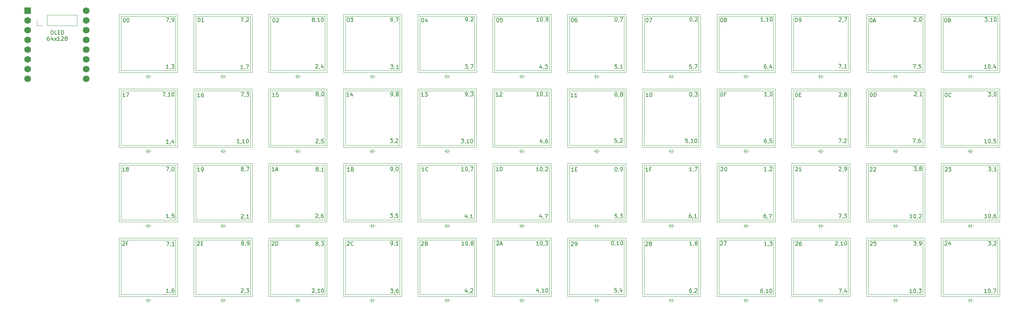
<source format=gbr>
%TF.GenerationSoftware,KiCad,Pcbnew,9.0.2+dfsg-1*%
%TF.CreationDate,2025-11-03T11:46:04-05:00*%
%TF.ProjectId,4x12,34783132-2e6b-4696-9361-645f70636258,rev?*%
%TF.SameCoordinates,Original*%
%TF.FileFunction,Legend,Top*%
%TF.FilePolarity,Positive*%
%FSLAX46Y46*%
G04 Gerber Fmt 4.6, Leading zero omitted, Abs format (unit mm)*
G04 Created by KiCad (PCBNEW 9.0.2+dfsg-1) date 2025-11-03 11:46:04*
%MOMM*%
%LPD*%
G01*
G04 APERTURE LIST*
%ADD10C,0.200000*%
%ADD11C,0.120000*%
%ADD12C,0.100000*%
%ADD13C,1.752600*%
%ADD14R,1.752600X1.752600*%
G04 APERTURE END LIST*
D10*
X195713482Y-104967219D02*
X195142054Y-104967219D01*
X195427768Y-104967219D02*
X195427768Y-103967219D01*
X195427768Y-103967219D02*
X195332530Y-104110076D01*
X195332530Y-104110076D02*
X195237292Y-104205314D01*
X195237292Y-104205314D02*
X195142054Y-104252933D01*
X196189673Y-104919600D02*
X196189673Y-104967219D01*
X196189673Y-104967219D02*
X196142054Y-105062457D01*
X196142054Y-105062457D02*
X196094435Y-105110076D01*
X196761101Y-104395790D02*
X196665863Y-104348171D01*
X196665863Y-104348171D02*
X196618244Y-104300552D01*
X196618244Y-104300552D02*
X196570625Y-104205314D01*
X196570625Y-104205314D02*
X196570625Y-104157695D01*
X196570625Y-104157695D02*
X196618244Y-104062457D01*
X196618244Y-104062457D02*
X196665863Y-104014838D01*
X196665863Y-104014838D02*
X196761101Y-103967219D01*
X196761101Y-103967219D02*
X196951577Y-103967219D01*
X196951577Y-103967219D02*
X197046815Y-104014838D01*
X197046815Y-104014838D02*
X197094434Y-104062457D01*
X197094434Y-104062457D02*
X197142053Y-104157695D01*
X197142053Y-104157695D02*
X197142053Y-104205314D01*
X197142053Y-104205314D02*
X197094434Y-104300552D01*
X197094434Y-104300552D02*
X197046815Y-104348171D01*
X197046815Y-104348171D02*
X196951577Y-104395790D01*
X196951577Y-104395790D02*
X196761101Y-104395790D01*
X196761101Y-104395790D02*
X196665863Y-104443409D01*
X196665863Y-104443409D02*
X196618244Y-104491028D01*
X196618244Y-104491028D02*
X196570625Y-104586266D01*
X196570625Y-104586266D02*
X196570625Y-104776742D01*
X196570625Y-104776742D02*
X196618244Y-104871980D01*
X196618244Y-104871980D02*
X196665863Y-104919600D01*
X196665863Y-104919600D02*
X196761101Y-104967219D01*
X196761101Y-104967219D02*
X196951577Y-104967219D01*
X196951577Y-104967219D02*
X197046815Y-104919600D01*
X197046815Y-104919600D02*
X197094434Y-104871980D01*
X197094434Y-104871980D02*
X197142053Y-104776742D01*
X197142053Y-104776742D02*
X197142053Y-104586266D01*
X197142053Y-104586266D02*
X197094434Y-104491028D01*
X197094434Y-104491028D02*
X197046815Y-104443409D01*
X197046815Y-104443409D02*
X196951577Y-104395790D01*
X59493482Y-97767219D02*
X58922054Y-97767219D01*
X59207768Y-97767219D02*
X59207768Y-96767219D01*
X59207768Y-96767219D02*
X59112530Y-96910076D01*
X59112530Y-96910076D02*
X59017292Y-97005314D01*
X59017292Y-97005314D02*
X58922054Y-97052933D01*
X59969673Y-97719600D02*
X59969673Y-97767219D01*
X59969673Y-97767219D02*
X59922054Y-97862457D01*
X59922054Y-97862457D02*
X59874435Y-97910076D01*
X60874434Y-96767219D02*
X60398244Y-96767219D01*
X60398244Y-96767219D02*
X60350625Y-97243409D01*
X60350625Y-97243409D02*
X60398244Y-97195790D01*
X60398244Y-97195790D02*
X60493482Y-97148171D01*
X60493482Y-97148171D02*
X60731577Y-97148171D01*
X60731577Y-97148171D02*
X60826815Y-97195790D01*
X60826815Y-97195790D02*
X60874434Y-97243409D01*
X60874434Y-97243409D02*
X60922053Y-97338647D01*
X60922053Y-97338647D02*
X60922053Y-97576742D01*
X60922053Y-97576742D02*
X60874434Y-97671980D01*
X60874434Y-97671980D02*
X60826815Y-97719600D01*
X60826815Y-97719600D02*
X60731577Y-97767219D01*
X60731577Y-97767219D02*
X60493482Y-97767219D01*
X60493482Y-97767219D02*
X60398244Y-97719600D01*
X60398244Y-97719600D02*
X60350625Y-97671980D01*
X106443482Y-66077219D02*
X105872054Y-66077219D01*
X106157768Y-66077219D02*
X106157768Y-65077219D01*
X106157768Y-65077219D02*
X106062530Y-65220076D01*
X106062530Y-65220076D02*
X105967292Y-65315314D01*
X105967292Y-65315314D02*
X105872054Y-65362933D01*
X107300625Y-65410552D02*
X107300625Y-66077219D01*
X107062530Y-65029600D02*
X106824435Y-65743885D01*
X106824435Y-65743885D02*
X107443482Y-65743885D01*
X78833482Y-58847219D02*
X78262054Y-58847219D01*
X78547768Y-58847219D02*
X78547768Y-57847219D01*
X78547768Y-57847219D02*
X78452530Y-57990076D01*
X78452530Y-57990076D02*
X78357292Y-58085314D01*
X78357292Y-58085314D02*
X78262054Y-58132933D01*
X79309673Y-58799600D02*
X79309673Y-58847219D01*
X79309673Y-58847219D02*
X79262054Y-58942457D01*
X79262054Y-58942457D02*
X79214435Y-58990076D01*
X79643006Y-57847219D02*
X80309672Y-57847219D01*
X80309672Y-57847219D02*
X79881101Y-58847219D01*
X175940149Y-65067219D02*
X176035387Y-65067219D01*
X176035387Y-65067219D02*
X176130625Y-65114838D01*
X176130625Y-65114838D02*
X176178244Y-65162457D01*
X176178244Y-65162457D02*
X176225863Y-65257695D01*
X176225863Y-65257695D02*
X176273482Y-65448171D01*
X176273482Y-65448171D02*
X176273482Y-65686266D01*
X176273482Y-65686266D02*
X176225863Y-65876742D01*
X176225863Y-65876742D02*
X176178244Y-65971980D01*
X176178244Y-65971980D02*
X176130625Y-66019600D01*
X176130625Y-66019600D02*
X176035387Y-66067219D01*
X176035387Y-66067219D02*
X175940149Y-66067219D01*
X175940149Y-66067219D02*
X175844911Y-66019600D01*
X175844911Y-66019600D02*
X175797292Y-65971980D01*
X175797292Y-65971980D02*
X175749673Y-65876742D01*
X175749673Y-65876742D02*
X175702054Y-65686266D01*
X175702054Y-65686266D02*
X175702054Y-65448171D01*
X175702054Y-65448171D02*
X175749673Y-65257695D01*
X175749673Y-65257695D02*
X175797292Y-65162457D01*
X175797292Y-65162457D02*
X175844911Y-65114838D01*
X175844911Y-65114838D02*
X175940149Y-65067219D01*
X176749673Y-66019600D02*
X176749673Y-66067219D01*
X176749673Y-66067219D02*
X176702054Y-66162457D01*
X176702054Y-66162457D02*
X176654435Y-66210076D01*
X177321101Y-65495790D02*
X177225863Y-65448171D01*
X177225863Y-65448171D02*
X177178244Y-65400552D01*
X177178244Y-65400552D02*
X177130625Y-65305314D01*
X177130625Y-65305314D02*
X177130625Y-65257695D01*
X177130625Y-65257695D02*
X177178244Y-65162457D01*
X177178244Y-65162457D02*
X177225863Y-65114838D01*
X177225863Y-65114838D02*
X177321101Y-65067219D01*
X177321101Y-65067219D02*
X177511577Y-65067219D01*
X177511577Y-65067219D02*
X177606815Y-65114838D01*
X177606815Y-65114838D02*
X177654434Y-65162457D01*
X177654434Y-65162457D02*
X177702053Y-65257695D01*
X177702053Y-65257695D02*
X177702053Y-65305314D01*
X177702053Y-65305314D02*
X177654434Y-65400552D01*
X177654434Y-65400552D02*
X177606815Y-65448171D01*
X177606815Y-65448171D02*
X177511577Y-65495790D01*
X177511577Y-65495790D02*
X177321101Y-65495790D01*
X177321101Y-65495790D02*
X177225863Y-65543409D01*
X177225863Y-65543409D02*
X177178244Y-65591028D01*
X177178244Y-65591028D02*
X177130625Y-65686266D01*
X177130625Y-65686266D02*
X177130625Y-65876742D01*
X177130625Y-65876742D02*
X177178244Y-65971980D01*
X177178244Y-65971980D02*
X177225863Y-66019600D01*
X177225863Y-66019600D02*
X177321101Y-66067219D01*
X177321101Y-66067219D02*
X177511577Y-66067219D01*
X177511577Y-66067219D02*
X177606815Y-66019600D01*
X177606815Y-66019600D02*
X177654434Y-65971980D01*
X177654434Y-65971980D02*
X177702053Y-65876742D01*
X177702053Y-65876742D02*
X177702053Y-65686266D01*
X177702053Y-65686266D02*
X177654434Y-65591028D01*
X177654434Y-65591028D02*
X177606815Y-65543409D01*
X177606815Y-65543409D02*
X177511577Y-65495790D01*
X58844435Y-84567219D02*
X59511101Y-84567219D01*
X59511101Y-84567219D02*
X59082530Y-85567219D01*
X59939673Y-85519600D02*
X59939673Y-85567219D01*
X59939673Y-85567219D02*
X59892054Y-85662457D01*
X59892054Y-85662457D02*
X59844435Y-85710076D01*
X60558720Y-84567219D02*
X60653958Y-84567219D01*
X60653958Y-84567219D02*
X60749196Y-84614838D01*
X60749196Y-84614838D02*
X60796815Y-84662457D01*
X60796815Y-84662457D02*
X60844434Y-84757695D01*
X60844434Y-84757695D02*
X60892053Y-84948171D01*
X60892053Y-84948171D02*
X60892053Y-85186266D01*
X60892053Y-85186266D02*
X60844434Y-85376742D01*
X60844434Y-85376742D02*
X60796815Y-85471980D01*
X60796815Y-85471980D02*
X60749196Y-85519600D01*
X60749196Y-85519600D02*
X60653958Y-85567219D01*
X60653958Y-85567219D02*
X60558720Y-85567219D01*
X60558720Y-85567219D02*
X60463482Y-85519600D01*
X60463482Y-85519600D02*
X60415863Y-85471980D01*
X60415863Y-85471980D02*
X60368244Y-85376742D01*
X60368244Y-85376742D02*
X60320625Y-85186266D01*
X60320625Y-85186266D02*
X60320625Y-84948171D01*
X60320625Y-84948171D02*
X60368244Y-84757695D01*
X60368244Y-84757695D02*
X60415863Y-84662457D01*
X60415863Y-84662457D02*
X60463482Y-84614838D01*
X60463482Y-84614838D02*
X60558720Y-84567219D01*
X48053482Y-85617219D02*
X47482054Y-85617219D01*
X47767768Y-85617219D02*
X47767768Y-84617219D01*
X47767768Y-84617219D02*
X47672530Y-84760076D01*
X47672530Y-84760076D02*
X47577292Y-84855314D01*
X47577292Y-84855314D02*
X47482054Y-84902933D01*
X48624911Y-85045790D02*
X48529673Y-84998171D01*
X48529673Y-84998171D02*
X48482054Y-84950552D01*
X48482054Y-84950552D02*
X48434435Y-84855314D01*
X48434435Y-84855314D02*
X48434435Y-84807695D01*
X48434435Y-84807695D02*
X48482054Y-84712457D01*
X48482054Y-84712457D02*
X48529673Y-84664838D01*
X48529673Y-84664838D02*
X48624911Y-84617219D01*
X48624911Y-84617219D02*
X48815387Y-84617219D01*
X48815387Y-84617219D02*
X48910625Y-84664838D01*
X48910625Y-84664838D02*
X48958244Y-84712457D01*
X48958244Y-84712457D02*
X49005863Y-84807695D01*
X49005863Y-84807695D02*
X49005863Y-84855314D01*
X49005863Y-84855314D02*
X48958244Y-84950552D01*
X48958244Y-84950552D02*
X48910625Y-84998171D01*
X48910625Y-84998171D02*
X48815387Y-85045790D01*
X48815387Y-85045790D02*
X48624911Y-85045790D01*
X48624911Y-85045790D02*
X48529673Y-85093409D01*
X48529673Y-85093409D02*
X48482054Y-85141028D01*
X48482054Y-85141028D02*
X48434435Y-85236266D01*
X48434435Y-85236266D02*
X48434435Y-85426742D01*
X48434435Y-85426742D02*
X48482054Y-85521980D01*
X48482054Y-85521980D02*
X48529673Y-85569600D01*
X48529673Y-85569600D02*
X48624911Y-85617219D01*
X48624911Y-85617219D02*
X48815387Y-85617219D01*
X48815387Y-85617219D02*
X48910625Y-85569600D01*
X48910625Y-85569600D02*
X48958244Y-85521980D01*
X48958244Y-85521980D02*
X49005863Y-85426742D01*
X49005863Y-85426742D02*
X49005863Y-85236266D01*
X49005863Y-85236266D02*
X48958244Y-85141028D01*
X48958244Y-85141028D02*
X48910625Y-85093409D01*
X48910625Y-85093409D02*
X48815387Y-85045790D01*
X253512054Y-45582457D02*
X253559673Y-45534838D01*
X253559673Y-45534838D02*
X253654911Y-45487219D01*
X253654911Y-45487219D02*
X253893006Y-45487219D01*
X253893006Y-45487219D02*
X253988244Y-45534838D01*
X253988244Y-45534838D02*
X254035863Y-45582457D01*
X254035863Y-45582457D02*
X254083482Y-45677695D01*
X254083482Y-45677695D02*
X254083482Y-45772933D01*
X254083482Y-45772933D02*
X254035863Y-45915790D01*
X254035863Y-45915790D02*
X253464435Y-46487219D01*
X253464435Y-46487219D02*
X254083482Y-46487219D01*
X254559673Y-46439600D02*
X254559673Y-46487219D01*
X254559673Y-46487219D02*
X254512054Y-46582457D01*
X254512054Y-46582457D02*
X254464435Y-46630076D01*
X255178720Y-45487219D02*
X255273958Y-45487219D01*
X255273958Y-45487219D02*
X255369196Y-45534838D01*
X255369196Y-45534838D02*
X255416815Y-45582457D01*
X255416815Y-45582457D02*
X255464434Y-45677695D01*
X255464434Y-45677695D02*
X255512053Y-45868171D01*
X255512053Y-45868171D02*
X255512053Y-46106266D01*
X255512053Y-46106266D02*
X255464434Y-46296742D01*
X255464434Y-46296742D02*
X255416815Y-46391980D01*
X255416815Y-46391980D02*
X255369196Y-46439600D01*
X255369196Y-46439600D02*
X255273958Y-46487219D01*
X255273958Y-46487219D02*
X255178720Y-46487219D01*
X255178720Y-46487219D02*
X255083482Y-46439600D01*
X255083482Y-46439600D02*
X255035863Y-46391980D01*
X255035863Y-46391980D02*
X254988244Y-46296742D01*
X254988244Y-46296742D02*
X254940625Y-46106266D01*
X254940625Y-46106266D02*
X254940625Y-45868171D01*
X254940625Y-45868171D02*
X254988244Y-45677695D01*
X254988244Y-45677695D02*
X255035863Y-45582457D01*
X255035863Y-45582457D02*
X255083482Y-45534838D01*
X255083482Y-45534838D02*
X255178720Y-45487219D01*
X117144435Y-96697219D02*
X117763482Y-96697219D01*
X117763482Y-96697219D02*
X117430149Y-97078171D01*
X117430149Y-97078171D02*
X117573006Y-97078171D01*
X117573006Y-97078171D02*
X117668244Y-97125790D01*
X117668244Y-97125790D02*
X117715863Y-97173409D01*
X117715863Y-97173409D02*
X117763482Y-97268647D01*
X117763482Y-97268647D02*
X117763482Y-97506742D01*
X117763482Y-97506742D02*
X117715863Y-97601980D01*
X117715863Y-97601980D02*
X117668244Y-97649600D01*
X117668244Y-97649600D02*
X117573006Y-97697219D01*
X117573006Y-97697219D02*
X117287292Y-97697219D01*
X117287292Y-97697219D02*
X117192054Y-97649600D01*
X117192054Y-97649600D02*
X117144435Y-97601980D01*
X118239673Y-97649600D02*
X118239673Y-97697219D01*
X118239673Y-97697219D02*
X118192054Y-97792457D01*
X118192054Y-97792457D02*
X118144435Y-97840076D01*
X119144434Y-96697219D02*
X118668244Y-96697219D01*
X118668244Y-96697219D02*
X118620625Y-97173409D01*
X118620625Y-97173409D02*
X118668244Y-97125790D01*
X118668244Y-97125790D02*
X118763482Y-97078171D01*
X118763482Y-97078171D02*
X119001577Y-97078171D01*
X119001577Y-97078171D02*
X119096815Y-97125790D01*
X119096815Y-97125790D02*
X119144434Y-97173409D01*
X119144434Y-97173409D02*
X119192053Y-97268647D01*
X119192053Y-97268647D02*
X119192053Y-97506742D01*
X119192053Y-97506742D02*
X119144434Y-97601980D01*
X119144434Y-97601980D02*
X119096815Y-97649600D01*
X119096815Y-97649600D02*
X119001577Y-97697219D01*
X119001577Y-97697219D02*
X118763482Y-97697219D01*
X118763482Y-97697219D02*
X118668244Y-97649600D01*
X118668244Y-97649600D02*
X118620625Y-97601980D01*
X87093482Y-66147219D02*
X86522054Y-66147219D01*
X86807768Y-66147219D02*
X86807768Y-65147219D01*
X86807768Y-65147219D02*
X86712530Y-65290076D01*
X86712530Y-65290076D02*
X86617292Y-65385314D01*
X86617292Y-65385314D02*
X86522054Y-65432933D01*
X87998244Y-65147219D02*
X87522054Y-65147219D01*
X87522054Y-65147219D02*
X87474435Y-65623409D01*
X87474435Y-65623409D02*
X87522054Y-65575790D01*
X87522054Y-65575790D02*
X87617292Y-65528171D01*
X87617292Y-65528171D02*
X87855387Y-65528171D01*
X87855387Y-65528171D02*
X87950625Y-65575790D01*
X87950625Y-65575790D02*
X87998244Y-65623409D01*
X87998244Y-65623409D02*
X88045863Y-65718647D01*
X88045863Y-65718647D02*
X88045863Y-65956742D01*
X88045863Y-65956742D02*
X87998244Y-66051980D01*
X87998244Y-66051980D02*
X87950625Y-66099600D01*
X87950625Y-66099600D02*
X87855387Y-66147219D01*
X87855387Y-66147219D02*
X87617292Y-66147219D01*
X87617292Y-66147219D02*
X87522054Y-66099600D01*
X87522054Y-66099600D02*
X87474435Y-66051980D01*
X156558244Y-97180552D02*
X156558244Y-97847219D01*
X156320149Y-96799600D02*
X156082054Y-97513885D01*
X156082054Y-97513885D02*
X156701101Y-97513885D01*
X157129673Y-97799600D02*
X157129673Y-97847219D01*
X157129673Y-97847219D02*
X157082054Y-97942457D01*
X157082054Y-97942457D02*
X157034435Y-97990076D01*
X157463006Y-96847219D02*
X158129672Y-96847219D01*
X158129672Y-96847219D02*
X157701101Y-97847219D01*
X261890149Y-65187219D02*
X261985387Y-65187219D01*
X261985387Y-65187219D02*
X262080625Y-65234838D01*
X262080625Y-65234838D02*
X262128244Y-65282457D01*
X262128244Y-65282457D02*
X262175863Y-65377695D01*
X262175863Y-65377695D02*
X262223482Y-65568171D01*
X262223482Y-65568171D02*
X262223482Y-65806266D01*
X262223482Y-65806266D02*
X262175863Y-65996742D01*
X262175863Y-65996742D02*
X262128244Y-66091980D01*
X262128244Y-66091980D02*
X262080625Y-66139600D01*
X262080625Y-66139600D02*
X261985387Y-66187219D01*
X261985387Y-66187219D02*
X261890149Y-66187219D01*
X261890149Y-66187219D02*
X261794911Y-66139600D01*
X261794911Y-66139600D02*
X261747292Y-66091980D01*
X261747292Y-66091980D02*
X261699673Y-65996742D01*
X261699673Y-65996742D02*
X261652054Y-65806266D01*
X261652054Y-65806266D02*
X261652054Y-65568171D01*
X261652054Y-65568171D02*
X261699673Y-65377695D01*
X261699673Y-65377695D02*
X261747292Y-65282457D01*
X261747292Y-65282457D02*
X261794911Y-65234838D01*
X261794911Y-65234838D02*
X261890149Y-65187219D01*
X263223482Y-66091980D02*
X263175863Y-66139600D01*
X263175863Y-66139600D02*
X263033006Y-66187219D01*
X263033006Y-66187219D02*
X262937768Y-66187219D01*
X262937768Y-66187219D02*
X262794911Y-66139600D01*
X262794911Y-66139600D02*
X262699673Y-66044361D01*
X262699673Y-66044361D02*
X262652054Y-65949123D01*
X262652054Y-65949123D02*
X262604435Y-65758647D01*
X262604435Y-65758647D02*
X262604435Y-65615790D01*
X262604435Y-65615790D02*
X262652054Y-65425314D01*
X262652054Y-65425314D02*
X262699673Y-65330076D01*
X262699673Y-65330076D02*
X262794911Y-65234838D01*
X262794911Y-65234838D02*
X262937768Y-65187219D01*
X262937768Y-65187219D02*
X263033006Y-65187219D01*
X263033006Y-65187219D02*
X263175863Y-65234838D01*
X263175863Y-65234838D02*
X263223482Y-65282457D01*
X164833482Y-66227219D02*
X164262054Y-66227219D01*
X164547768Y-66227219D02*
X164547768Y-65227219D01*
X164547768Y-65227219D02*
X164452530Y-65370076D01*
X164452530Y-65370076D02*
X164357292Y-65465314D01*
X164357292Y-65465314D02*
X164262054Y-65512933D01*
X165785863Y-66227219D02*
X165214435Y-66227219D01*
X165500149Y-66227219D02*
X165500149Y-65227219D01*
X165500149Y-65227219D02*
X165404911Y-65370076D01*
X165404911Y-65370076D02*
X165309673Y-65465314D01*
X165309673Y-65465314D02*
X165214435Y-65512933D01*
X183722054Y-104172457D02*
X183769673Y-104124838D01*
X183769673Y-104124838D02*
X183864911Y-104077219D01*
X183864911Y-104077219D02*
X184103006Y-104077219D01*
X184103006Y-104077219D02*
X184198244Y-104124838D01*
X184198244Y-104124838D02*
X184245863Y-104172457D01*
X184245863Y-104172457D02*
X184293482Y-104267695D01*
X184293482Y-104267695D02*
X184293482Y-104362933D01*
X184293482Y-104362933D02*
X184245863Y-104505790D01*
X184245863Y-104505790D02*
X183674435Y-105077219D01*
X183674435Y-105077219D02*
X184293482Y-105077219D01*
X184864911Y-104505790D02*
X184769673Y-104458171D01*
X184769673Y-104458171D02*
X184722054Y-104410552D01*
X184722054Y-104410552D02*
X184674435Y-104315314D01*
X184674435Y-104315314D02*
X184674435Y-104267695D01*
X184674435Y-104267695D02*
X184722054Y-104172457D01*
X184722054Y-104172457D02*
X184769673Y-104124838D01*
X184769673Y-104124838D02*
X184864911Y-104077219D01*
X184864911Y-104077219D02*
X185055387Y-104077219D01*
X185055387Y-104077219D02*
X185150625Y-104124838D01*
X185150625Y-104124838D02*
X185198244Y-104172457D01*
X185198244Y-104172457D02*
X185245863Y-104267695D01*
X185245863Y-104267695D02*
X185245863Y-104315314D01*
X185245863Y-104315314D02*
X185198244Y-104410552D01*
X185198244Y-104410552D02*
X185150625Y-104458171D01*
X185150625Y-104458171D02*
X185055387Y-104505790D01*
X185055387Y-104505790D02*
X184864911Y-104505790D01*
X184864911Y-104505790D02*
X184769673Y-104553409D01*
X184769673Y-104553409D02*
X184722054Y-104601028D01*
X184722054Y-104601028D02*
X184674435Y-104696266D01*
X184674435Y-104696266D02*
X184674435Y-104886742D01*
X184674435Y-104886742D02*
X184722054Y-104981980D01*
X184722054Y-104981980D02*
X184769673Y-105029600D01*
X184769673Y-105029600D02*
X184864911Y-105077219D01*
X184864911Y-105077219D02*
X185055387Y-105077219D01*
X185055387Y-105077219D02*
X185150625Y-105029600D01*
X185150625Y-105029600D02*
X185198244Y-104981980D01*
X185198244Y-104981980D02*
X185245863Y-104886742D01*
X185245863Y-104886742D02*
X185245863Y-104696266D01*
X185245863Y-104696266D02*
X185198244Y-104601028D01*
X185198244Y-104601028D02*
X185150625Y-104553409D01*
X185150625Y-104553409D02*
X185055387Y-104505790D01*
X215173482Y-105007219D02*
X214602054Y-105007219D01*
X214887768Y-105007219D02*
X214887768Y-104007219D01*
X214887768Y-104007219D02*
X214792530Y-104150076D01*
X214792530Y-104150076D02*
X214697292Y-104245314D01*
X214697292Y-104245314D02*
X214602054Y-104292933D01*
X215649673Y-104959600D02*
X215649673Y-105007219D01*
X215649673Y-105007219D02*
X215602054Y-105102457D01*
X215602054Y-105102457D02*
X215554435Y-105150076D01*
X215983006Y-104007219D02*
X216602053Y-104007219D01*
X216602053Y-104007219D02*
X216268720Y-104388171D01*
X216268720Y-104388171D02*
X216411577Y-104388171D01*
X216411577Y-104388171D02*
X216506815Y-104435790D01*
X216506815Y-104435790D02*
X216554434Y-104483409D01*
X216554434Y-104483409D02*
X216602053Y-104578647D01*
X216602053Y-104578647D02*
X216602053Y-104816742D01*
X216602053Y-104816742D02*
X216554434Y-104911980D01*
X216554434Y-104911980D02*
X216506815Y-104959600D01*
X216506815Y-104959600D02*
X216411577Y-105007219D01*
X216411577Y-105007219D02*
X216125863Y-105007219D01*
X216125863Y-105007219D02*
X216030625Y-104959600D01*
X216030625Y-104959600D02*
X215983006Y-104911980D01*
X195410149Y-45457219D02*
X195505387Y-45457219D01*
X195505387Y-45457219D02*
X195600625Y-45504838D01*
X195600625Y-45504838D02*
X195648244Y-45552457D01*
X195648244Y-45552457D02*
X195695863Y-45647695D01*
X195695863Y-45647695D02*
X195743482Y-45838171D01*
X195743482Y-45838171D02*
X195743482Y-46076266D01*
X195743482Y-46076266D02*
X195695863Y-46266742D01*
X195695863Y-46266742D02*
X195648244Y-46361980D01*
X195648244Y-46361980D02*
X195600625Y-46409600D01*
X195600625Y-46409600D02*
X195505387Y-46457219D01*
X195505387Y-46457219D02*
X195410149Y-46457219D01*
X195410149Y-46457219D02*
X195314911Y-46409600D01*
X195314911Y-46409600D02*
X195267292Y-46361980D01*
X195267292Y-46361980D02*
X195219673Y-46266742D01*
X195219673Y-46266742D02*
X195172054Y-46076266D01*
X195172054Y-46076266D02*
X195172054Y-45838171D01*
X195172054Y-45838171D02*
X195219673Y-45647695D01*
X195219673Y-45647695D02*
X195267292Y-45552457D01*
X195267292Y-45552457D02*
X195314911Y-45504838D01*
X195314911Y-45504838D02*
X195410149Y-45457219D01*
X196219673Y-46409600D02*
X196219673Y-46457219D01*
X196219673Y-46457219D02*
X196172054Y-46552457D01*
X196172054Y-46552457D02*
X196124435Y-46600076D01*
X196600625Y-45552457D02*
X196648244Y-45504838D01*
X196648244Y-45504838D02*
X196743482Y-45457219D01*
X196743482Y-45457219D02*
X196981577Y-45457219D01*
X196981577Y-45457219D02*
X197076815Y-45504838D01*
X197076815Y-45504838D02*
X197124434Y-45552457D01*
X197124434Y-45552457D02*
X197172053Y-45647695D01*
X197172053Y-45647695D02*
X197172053Y-45742933D01*
X197172053Y-45742933D02*
X197124434Y-45885790D01*
X197124434Y-45885790D02*
X196553006Y-46457219D01*
X196553006Y-46457219D02*
X197172053Y-46457219D01*
X176175863Y-96807219D02*
X175699673Y-96807219D01*
X175699673Y-96807219D02*
X175652054Y-97283409D01*
X175652054Y-97283409D02*
X175699673Y-97235790D01*
X175699673Y-97235790D02*
X175794911Y-97188171D01*
X175794911Y-97188171D02*
X176033006Y-97188171D01*
X176033006Y-97188171D02*
X176128244Y-97235790D01*
X176128244Y-97235790D02*
X176175863Y-97283409D01*
X176175863Y-97283409D02*
X176223482Y-97378647D01*
X176223482Y-97378647D02*
X176223482Y-97616742D01*
X176223482Y-97616742D02*
X176175863Y-97711980D01*
X176175863Y-97711980D02*
X176128244Y-97759600D01*
X176128244Y-97759600D02*
X176033006Y-97807219D01*
X176033006Y-97807219D02*
X175794911Y-97807219D01*
X175794911Y-97807219D02*
X175699673Y-97759600D01*
X175699673Y-97759600D02*
X175652054Y-97711980D01*
X176699673Y-97759600D02*
X176699673Y-97807219D01*
X176699673Y-97807219D02*
X176652054Y-97902457D01*
X176652054Y-97902457D02*
X176604435Y-97950076D01*
X177033006Y-96807219D02*
X177652053Y-96807219D01*
X177652053Y-96807219D02*
X177318720Y-97188171D01*
X177318720Y-97188171D02*
X177461577Y-97188171D01*
X177461577Y-97188171D02*
X177556815Y-97235790D01*
X177556815Y-97235790D02*
X177604434Y-97283409D01*
X177604434Y-97283409D02*
X177652053Y-97378647D01*
X177652053Y-97378647D02*
X177652053Y-97616742D01*
X177652053Y-97616742D02*
X177604434Y-97711980D01*
X177604434Y-97711980D02*
X177556815Y-97759600D01*
X177556815Y-97759600D02*
X177461577Y-97807219D01*
X177461577Y-97807219D02*
X177175863Y-97807219D01*
X177175863Y-97807219D02*
X177080625Y-97759600D01*
X177080625Y-97759600D02*
X177033006Y-97711980D01*
X234042054Y-45612457D02*
X234089673Y-45564838D01*
X234089673Y-45564838D02*
X234184911Y-45517219D01*
X234184911Y-45517219D02*
X234423006Y-45517219D01*
X234423006Y-45517219D02*
X234518244Y-45564838D01*
X234518244Y-45564838D02*
X234565863Y-45612457D01*
X234565863Y-45612457D02*
X234613482Y-45707695D01*
X234613482Y-45707695D02*
X234613482Y-45802933D01*
X234613482Y-45802933D02*
X234565863Y-45945790D01*
X234565863Y-45945790D02*
X233994435Y-46517219D01*
X233994435Y-46517219D02*
X234613482Y-46517219D01*
X235089673Y-46469600D02*
X235089673Y-46517219D01*
X235089673Y-46517219D02*
X235042054Y-46612457D01*
X235042054Y-46612457D02*
X234994435Y-46660076D01*
X235423006Y-45517219D02*
X236089672Y-45517219D01*
X236089672Y-45517219D02*
X235661101Y-46517219D01*
X215058244Y-77197219D02*
X214867768Y-77197219D01*
X214867768Y-77197219D02*
X214772530Y-77244838D01*
X214772530Y-77244838D02*
X214724911Y-77292457D01*
X214724911Y-77292457D02*
X214629673Y-77435314D01*
X214629673Y-77435314D02*
X214582054Y-77625790D01*
X214582054Y-77625790D02*
X214582054Y-78006742D01*
X214582054Y-78006742D02*
X214629673Y-78101980D01*
X214629673Y-78101980D02*
X214677292Y-78149600D01*
X214677292Y-78149600D02*
X214772530Y-78197219D01*
X214772530Y-78197219D02*
X214963006Y-78197219D01*
X214963006Y-78197219D02*
X215058244Y-78149600D01*
X215058244Y-78149600D02*
X215105863Y-78101980D01*
X215105863Y-78101980D02*
X215153482Y-78006742D01*
X215153482Y-78006742D02*
X215153482Y-77768647D01*
X215153482Y-77768647D02*
X215105863Y-77673409D01*
X215105863Y-77673409D02*
X215058244Y-77625790D01*
X215058244Y-77625790D02*
X214963006Y-77578171D01*
X214963006Y-77578171D02*
X214772530Y-77578171D01*
X214772530Y-77578171D02*
X214677292Y-77625790D01*
X214677292Y-77625790D02*
X214629673Y-77673409D01*
X214629673Y-77673409D02*
X214582054Y-77768647D01*
X215629673Y-78149600D02*
X215629673Y-78197219D01*
X215629673Y-78197219D02*
X215582054Y-78292457D01*
X215582054Y-78292457D02*
X215534435Y-78340076D01*
X216534434Y-77197219D02*
X216058244Y-77197219D01*
X216058244Y-77197219D02*
X216010625Y-77673409D01*
X216010625Y-77673409D02*
X216058244Y-77625790D01*
X216058244Y-77625790D02*
X216153482Y-77578171D01*
X216153482Y-77578171D02*
X216391577Y-77578171D01*
X216391577Y-77578171D02*
X216486815Y-77625790D01*
X216486815Y-77625790D02*
X216534434Y-77673409D01*
X216534434Y-77673409D02*
X216582053Y-77768647D01*
X216582053Y-77768647D02*
X216582053Y-78006742D01*
X216582053Y-78006742D02*
X216534434Y-78101980D01*
X216534434Y-78101980D02*
X216486815Y-78149600D01*
X216486815Y-78149600D02*
X216391577Y-78197219D01*
X216391577Y-78197219D02*
X216153482Y-78197219D01*
X216153482Y-78197219D02*
X216058244Y-78149600D01*
X216058244Y-78149600D02*
X216010625Y-78101980D01*
X253464435Y-103967219D02*
X254083482Y-103967219D01*
X254083482Y-103967219D02*
X253750149Y-104348171D01*
X253750149Y-104348171D02*
X253893006Y-104348171D01*
X253893006Y-104348171D02*
X253988244Y-104395790D01*
X253988244Y-104395790D02*
X254035863Y-104443409D01*
X254035863Y-104443409D02*
X254083482Y-104538647D01*
X254083482Y-104538647D02*
X254083482Y-104776742D01*
X254083482Y-104776742D02*
X254035863Y-104871980D01*
X254035863Y-104871980D02*
X253988244Y-104919600D01*
X253988244Y-104919600D02*
X253893006Y-104967219D01*
X253893006Y-104967219D02*
X253607292Y-104967219D01*
X253607292Y-104967219D02*
X253512054Y-104919600D01*
X253512054Y-104919600D02*
X253464435Y-104871980D01*
X254559673Y-104919600D02*
X254559673Y-104967219D01*
X254559673Y-104967219D02*
X254512054Y-105062457D01*
X254512054Y-105062457D02*
X254464435Y-105110076D01*
X255035863Y-104967219D02*
X255226339Y-104967219D01*
X255226339Y-104967219D02*
X255321577Y-104919600D01*
X255321577Y-104919600D02*
X255369196Y-104871980D01*
X255369196Y-104871980D02*
X255464434Y-104729123D01*
X255464434Y-104729123D02*
X255512053Y-104538647D01*
X255512053Y-104538647D02*
X255512053Y-104157695D01*
X255512053Y-104157695D02*
X255464434Y-104062457D01*
X255464434Y-104062457D02*
X255416815Y-104014838D01*
X255416815Y-104014838D02*
X255321577Y-103967219D01*
X255321577Y-103967219D02*
X255131101Y-103967219D01*
X255131101Y-103967219D02*
X255035863Y-104014838D01*
X255035863Y-104014838D02*
X254988244Y-104062457D01*
X254988244Y-104062457D02*
X254940625Y-104157695D01*
X254940625Y-104157695D02*
X254940625Y-104395790D01*
X254940625Y-104395790D02*
X254988244Y-104491028D01*
X254988244Y-104491028D02*
X255035863Y-104538647D01*
X255035863Y-104538647D02*
X255131101Y-104586266D01*
X255131101Y-104586266D02*
X255321577Y-104586266D01*
X255321577Y-104586266D02*
X255416815Y-104538647D01*
X255416815Y-104538647D02*
X255464434Y-104491028D01*
X255464434Y-104491028D02*
X255512053Y-104395790D01*
X271974435Y-45487219D02*
X272593482Y-45487219D01*
X272593482Y-45487219D02*
X272260149Y-45868171D01*
X272260149Y-45868171D02*
X272403006Y-45868171D01*
X272403006Y-45868171D02*
X272498244Y-45915790D01*
X272498244Y-45915790D02*
X272545863Y-45963409D01*
X272545863Y-45963409D02*
X272593482Y-46058647D01*
X272593482Y-46058647D02*
X272593482Y-46296742D01*
X272593482Y-46296742D02*
X272545863Y-46391980D01*
X272545863Y-46391980D02*
X272498244Y-46439600D01*
X272498244Y-46439600D02*
X272403006Y-46487219D01*
X272403006Y-46487219D02*
X272117292Y-46487219D01*
X272117292Y-46487219D02*
X272022054Y-46439600D01*
X272022054Y-46439600D02*
X271974435Y-46391980D01*
X273069673Y-46439600D02*
X273069673Y-46487219D01*
X273069673Y-46487219D02*
X273022054Y-46582457D01*
X273022054Y-46582457D02*
X272974435Y-46630076D01*
X274022053Y-46487219D02*
X273450625Y-46487219D01*
X273736339Y-46487219D02*
X273736339Y-45487219D01*
X273736339Y-45487219D02*
X273641101Y-45630076D01*
X273641101Y-45630076D02*
X273545863Y-45725314D01*
X273545863Y-45725314D02*
X273450625Y-45772933D01*
X274641101Y-45487219D02*
X274736339Y-45487219D01*
X274736339Y-45487219D02*
X274831577Y-45534838D01*
X274831577Y-45534838D02*
X274879196Y-45582457D01*
X274879196Y-45582457D02*
X274926815Y-45677695D01*
X274926815Y-45677695D02*
X274974434Y-45868171D01*
X274974434Y-45868171D02*
X274974434Y-46106266D01*
X274974434Y-46106266D02*
X274926815Y-46296742D01*
X274926815Y-46296742D02*
X274879196Y-46391980D01*
X274879196Y-46391980D02*
X274831577Y-46439600D01*
X274831577Y-46439600D02*
X274736339Y-46487219D01*
X274736339Y-46487219D02*
X274641101Y-46487219D01*
X274641101Y-46487219D02*
X274545863Y-46439600D01*
X274545863Y-46439600D02*
X274498244Y-46391980D01*
X274498244Y-46391980D02*
X274450625Y-46296742D01*
X274450625Y-46296742D02*
X274403006Y-46106266D01*
X274403006Y-46106266D02*
X274403006Y-45868171D01*
X274403006Y-45868171D02*
X274450625Y-45677695D01*
X274450625Y-45677695D02*
X274498244Y-45582457D01*
X274498244Y-45582457D02*
X274545863Y-45534838D01*
X274545863Y-45534838D02*
X274641101Y-45487219D01*
X97062530Y-45975790D02*
X96967292Y-45928171D01*
X96967292Y-45928171D02*
X96919673Y-45880552D01*
X96919673Y-45880552D02*
X96872054Y-45785314D01*
X96872054Y-45785314D02*
X96872054Y-45737695D01*
X96872054Y-45737695D02*
X96919673Y-45642457D01*
X96919673Y-45642457D02*
X96967292Y-45594838D01*
X96967292Y-45594838D02*
X97062530Y-45547219D01*
X97062530Y-45547219D02*
X97253006Y-45547219D01*
X97253006Y-45547219D02*
X97348244Y-45594838D01*
X97348244Y-45594838D02*
X97395863Y-45642457D01*
X97395863Y-45642457D02*
X97443482Y-45737695D01*
X97443482Y-45737695D02*
X97443482Y-45785314D01*
X97443482Y-45785314D02*
X97395863Y-45880552D01*
X97395863Y-45880552D02*
X97348244Y-45928171D01*
X97348244Y-45928171D02*
X97253006Y-45975790D01*
X97253006Y-45975790D02*
X97062530Y-45975790D01*
X97062530Y-45975790D02*
X96967292Y-46023409D01*
X96967292Y-46023409D02*
X96919673Y-46071028D01*
X96919673Y-46071028D02*
X96872054Y-46166266D01*
X96872054Y-46166266D02*
X96872054Y-46356742D01*
X96872054Y-46356742D02*
X96919673Y-46451980D01*
X96919673Y-46451980D02*
X96967292Y-46499600D01*
X96967292Y-46499600D02*
X97062530Y-46547219D01*
X97062530Y-46547219D02*
X97253006Y-46547219D01*
X97253006Y-46547219D02*
X97348244Y-46499600D01*
X97348244Y-46499600D02*
X97395863Y-46451980D01*
X97395863Y-46451980D02*
X97443482Y-46356742D01*
X97443482Y-46356742D02*
X97443482Y-46166266D01*
X97443482Y-46166266D02*
X97395863Y-46071028D01*
X97395863Y-46071028D02*
X97348244Y-46023409D01*
X97348244Y-46023409D02*
X97253006Y-45975790D01*
X97919673Y-46499600D02*
X97919673Y-46547219D01*
X97919673Y-46547219D02*
X97872054Y-46642457D01*
X97872054Y-46642457D02*
X97824435Y-46690076D01*
X98872053Y-46547219D02*
X98300625Y-46547219D01*
X98586339Y-46547219D02*
X98586339Y-45547219D01*
X98586339Y-45547219D02*
X98491101Y-45690076D01*
X98491101Y-45690076D02*
X98395863Y-45785314D01*
X98395863Y-45785314D02*
X98300625Y-45832933D01*
X99491101Y-45547219D02*
X99586339Y-45547219D01*
X99586339Y-45547219D02*
X99681577Y-45594838D01*
X99681577Y-45594838D02*
X99729196Y-45642457D01*
X99729196Y-45642457D02*
X99776815Y-45737695D01*
X99776815Y-45737695D02*
X99824434Y-45928171D01*
X99824434Y-45928171D02*
X99824434Y-46166266D01*
X99824434Y-46166266D02*
X99776815Y-46356742D01*
X99776815Y-46356742D02*
X99729196Y-46451980D01*
X99729196Y-46451980D02*
X99681577Y-46499600D01*
X99681577Y-46499600D02*
X99586339Y-46547219D01*
X99586339Y-46547219D02*
X99491101Y-46547219D01*
X99491101Y-46547219D02*
X99395863Y-46499600D01*
X99395863Y-46499600D02*
X99348244Y-46451980D01*
X99348244Y-46451980D02*
X99300625Y-46356742D01*
X99300625Y-46356742D02*
X99253006Y-46166266D01*
X99253006Y-46166266D02*
X99253006Y-45928171D01*
X99253006Y-45928171D02*
X99300625Y-45737695D01*
X99300625Y-45737695D02*
X99348244Y-45642457D01*
X99348244Y-45642457D02*
X99395863Y-45594838D01*
X99395863Y-45594838D02*
X99491101Y-45547219D01*
X242072054Y-84712457D02*
X242119673Y-84664838D01*
X242119673Y-84664838D02*
X242214911Y-84617219D01*
X242214911Y-84617219D02*
X242453006Y-84617219D01*
X242453006Y-84617219D02*
X242548244Y-84664838D01*
X242548244Y-84664838D02*
X242595863Y-84712457D01*
X242595863Y-84712457D02*
X242643482Y-84807695D01*
X242643482Y-84807695D02*
X242643482Y-84902933D01*
X242643482Y-84902933D02*
X242595863Y-85045790D01*
X242595863Y-85045790D02*
X242024435Y-85617219D01*
X242024435Y-85617219D02*
X242643482Y-85617219D01*
X243024435Y-84712457D02*
X243072054Y-84664838D01*
X243072054Y-84664838D02*
X243167292Y-84617219D01*
X243167292Y-84617219D02*
X243405387Y-84617219D01*
X243405387Y-84617219D02*
X243500625Y-84664838D01*
X243500625Y-84664838D02*
X243548244Y-84712457D01*
X243548244Y-84712457D02*
X243595863Y-84807695D01*
X243595863Y-84807695D02*
X243595863Y-84902933D01*
X243595863Y-84902933D02*
X243548244Y-85045790D01*
X243548244Y-85045790D02*
X242976816Y-85617219D01*
X242976816Y-85617219D02*
X243595863Y-85617219D01*
X176175863Y-57767219D02*
X175699673Y-57767219D01*
X175699673Y-57767219D02*
X175652054Y-58243409D01*
X175652054Y-58243409D02*
X175699673Y-58195790D01*
X175699673Y-58195790D02*
X175794911Y-58148171D01*
X175794911Y-58148171D02*
X176033006Y-58148171D01*
X176033006Y-58148171D02*
X176128244Y-58195790D01*
X176128244Y-58195790D02*
X176175863Y-58243409D01*
X176175863Y-58243409D02*
X176223482Y-58338647D01*
X176223482Y-58338647D02*
X176223482Y-58576742D01*
X176223482Y-58576742D02*
X176175863Y-58671980D01*
X176175863Y-58671980D02*
X176128244Y-58719600D01*
X176128244Y-58719600D02*
X176033006Y-58767219D01*
X176033006Y-58767219D02*
X175794911Y-58767219D01*
X175794911Y-58767219D02*
X175699673Y-58719600D01*
X175699673Y-58719600D02*
X175652054Y-58671980D01*
X176699673Y-58719600D02*
X176699673Y-58767219D01*
X176699673Y-58767219D02*
X176652054Y-58862457D01*
X176652054Y-58862457D02*
X176604435Y-58910076D01*
X177652053Y-58767219D02*
X177080625Y-58767219D01*
X177366339Y-58767219D02*
X177366339Y-57767219D01*
X177366339Y-57767219D02*
X177271101Y-57910076D01*
X177271101Y-57910076D02*
X177175863Y-58005314D01*
X177175863Y-58005314D02*
X177080625Y-58052933D01*
X195478244Y-96807219D02*
X195287768Y-96807219D01*
X195287768Y-96807219D02*
X195192530Y-96854838D01*
X195192530Y-96854838D02*
X195144911Y-96902457D01*
X195144911Y-96902457D02*
X195049673Y-97045314D01*
X195049673Y-97045314D02*
X195002054Y-97235790D01*
X195002054Y-97235790D02*
X195002054Y-97616742D01*
X195002054Y-97616742D02*
X195049673Y-97711980D01*
X195049673Y-97711980D02*
X195097292Y-97759600D01*
X195097292Y-97759600D02*
X195192530Y-97807219D01*
X195192530Y-97807219D02*
X195383006Y-97807219D01*
X195383006Y-97807219D02*
X195478244Y-97759600D01*
X195478244Y-97759600D02*
X195525863Y-97711980D01*
X195525863Y-97711980D02*
X195573482Y-97616742D01*
X195573482Y-97616742D02*
X195573482Y-97378647D01*
X195573482Y-97378647D02*
X195525863Y-97283409D01*
X195525863Y-97283409D02*
X195478244Y-97235790D01*
X195478244Y-97235790D02*
X195383006Y-97188171D01*
X195383006Y-97188171D02*
X195192530Y-97188171D01*
X195192530Y-97188171D02*
X195097292Y-97235790D01*
X195097292Y-97235790D02*
X195049673Y-97283409D01*
X195049673Y-97283409D02*
X195002054Y-97378647D01*
X196049673Y-97759600D02*
X196049673Y-97807219D01*
X196049673Y-97807219D02*
X196002054Y-97902457D01*
X196002054Y-97902457D02*
X195954435Y-97950076D01*
X197002053Y-97807219D02*
X196430625Y-97807219D01*
X196716339Y-97807219D02*
X196716339Y-96807219D01*
X196716339Y-96807219D02*
X196621101Y-96950076D01*
X196621101Y-96950076D02*
X196525863Y-97045314D01*
X196525863Y-97045314D02*
X196430625Y-97092933D01*
X203460149Y-65077219D02*
X203555387Y-65077219D01*
X203555387Y-65077219D02*
X203650625Y-65124838D01*
X203650625Y-65124838D02*
X203698244Y-65172457D01*
X203698244Y-65172457D02*
X203745863Y-65267695D01*
X203745863Y-65267695D02*
X203793482Y-65458171D01*
X203793482Y-65458171D02*
X203793482Y-65696266D01*
X203793482Y-65696266D02*
X203745863Y-65886742D01*
X203745863Y-65886742D02*
X203698244Y-65981980D01*
X203698244Y-65981980D02*
X203650625Y-66029600D01*
X203650625Y-66029600D02*
X203555387Y-66077219D01*
X203555387Y-66077219D02*
X203460149Y-66077219D01*
X203460149Y-66077219D02*
X203364911Y-66029600D01*
X203364911Y-66029600D02*
X203317292Y-65981980D01*
X203317292Y-65981980D02*
X203269673Y-65886742D01*
X203269673Y-65886742D02*
X203222054Y-65696266D01*
X203222054Y-65696266D02*
X203222054Y-65458171D01*
X203222054Y-65458171D02*
X203269673Y-65267695D01*
X203269673Y-65267695D02*
X203317292Y-65172457D01*
X203317292Y-65172457D02*
X203364911Y-65124838D01*
X203364911Y-65124838D02*
X203460149Y-65077219D01*
X204555387Y-65553409D02*
X204222054Y-65553409D01*
X204222054Y-66077219D02*
X204222054Y-65077219D01*
X204222054Y-65077219D02*
X204698244Y-65077219D01*
X66972054Y-104132457D02*
X67019673Y-104084838D01*
X67019673Y-104084838D02*
X67114911Y-104037219D01*
X67114911Y-104037219D02*
X67353006Y-104037219D01*
X67353006Y-104037219D02*
X67448244Y-104084838D01*
X67448244Y-104084838D02*
X67495863Y-104132457D01*
X67495863Y-104132457D02*
X67543482Y-104227695D01*
X67543482Y-104227695D02*
X67543482Y-104322933D01*
X67543482Y-104322933D02*
X67495863Y-104465790D01*
X67495863Y-104465790D02*
X66924435Y-105037219D01*
X66924435Y-105037219D02*
X67543482Y-105037219D01*
X67972054Y-104513409D02*
X68305387Y-104513409D01*
X68448244Y-105037219D02*
X67972054Y-105037219D01*
X67972054Y-105037219D02*
X67972054Y-104037219D01*
X67972054Y-104037219D02*
X68448244Y-104037219D01*
X195673482Y-85567219D02*
X195102054Y-85567219D01*
X195387768Y-85567219D02*
X195387768Y-84567219D01*
X195387768Y-84567219D02*
X195292530Y-84710076D01*
X195292530Y-84710076D02*
X195197292Y-84805314D01*
X195197292Y-84805314D02*
X195102054Y-84852933D01*
X196149673Y-85519600D02*
X196149673Y-85567219D01*
X196149673Y-85567219D02*
X196102054Y-85662457D01*
X196102054Y-85662457D02*
X196054435Y-85710076D01*
X196483006Y-84567219D02*
X197149672Y-84567219D01*
X197149672Y-84567219D02*
X196721101Y-85567219D01*
X98052530Y-85025790D02*
X97957292Y-84978171D01*
X97957292Y-84978171D02*
X97909673Y-84930552D01*
X97909673Y-84930552D02*
X97862054Y-84835314D01*
X97862054Y-84835314D02*
X97862054Y-84787695D01*
X97862054Y-84787695D02*
X97909673Y-84692457D01*
X97909673Y-84692457D02*
X97957292Y-84644838D01*
X97957292Y-84644838D02*
X98052530Y-84597219D01*
X98052530Y-84597219D02*
X98243006Y-84597219D01*
X98243006Y-84597219D02*
X98338244Y-84644838D01*
X98338244Y-84644838D02*
X98385863Y-84692457D01*
X98385863Y-84692457D02*
X98433482Y-84787695D01*
X98433482Y-84787695D02*
X98433482Y-84835314D01*
X98433482Y-84835314D02*
X98385863Y-84930552D01*
X98385863Y-84930552D02*
X98338244Y-84978171D01*
X98338244Y-84978171D02*
X98243006Y-85025790D01*
X98243006Y-85025790D02*
X98052530Y-85025790D01*
X98052530Y-85025790D02*
X97957292Y-85073409D01*
X97957292Y-85073409D02*
X97909673Y-85121028D01*
X97909673Y-85121028D02*
X97862054Y-85216266D01*
X97862054Y-85216266D02*
X97862054Y-85406742D01*
X97862054Y-85406742D02*
X97909673Y-85501980D01*
X97909673Y-85501980D02*
X97957292Y-85549600D01*
X97957292Y-85549600D02*
X98052530Y-85597219D01*
X98052530Y-85597219D02*
X98243006Y-85597219D01*
X98243006Y-85597219D02*
X98338244Y-85549600D01*
X98338244Y-85549600D02*
X98385863Y-85501980D01*
X98385863Y-85501980D02*
X98433482Y-85406742D01*
X98433482Y-85406742D02*
X98433482Y-85216266D01*
X98433482Y-85216266D02*
X98385863Y-85121028D01*
X98385863Y-85121028D02*
X98338244Y-85073409D01*
X98338244Y-85073409D02*
X98243006Y-85025790D01*
X98909673Y-85549600D02*
X98909673Y-85597219D01*
X98909673Y-85597219D02*
X98862054Y-85692457D01*
X98862054Y-85692457D02*
X98814435Y-85740076D01*
X99862053Y-85597219D02*
X99290625Y-85597219D01*
X99576339Y-85597219D02*
X99576339Y-84597219D01*
X99576339Y-84597219D02*
X99481101Y-84740076D01*
X99481101Y-84740076D02*
X99385863Y-84835314D01*
X99385863Y-84835314D02*
X99290625Y-84882933D01*
X145373482Y-85537219D02*
X144802054Y-85537219D01*
X145087768Y-85537219D02*
X145087768Y-84537219D01*
X145087768Y-84537219D02*
X144992530Y-84680076D01*
X144992530Y-84680076D02*
X144897292Y-84775314D01*
X144897292Y-84775314D02*
X144802054Y-84822933D01*
X145802054Y-85537219D02*
X145802054Y-84537219D01*
X145802054Y-84537219D02*
X146040149Y-84537219D01*
X146040149Y-84537219D02*
X146183006Y-84584838D01*
X146183006Y-84584838D02*
X146278244Y-84680076D01*
X146278244Y-84680076D02*
X146325863Y-84775314D01*
X146325863Y-84775314D02*
X146373482Y-84965790D01*
X146373482Y-84965790D02*
X146373482Y-85108647D01*
X146373482Y-85108647D02*
X146325863Y-85299123D01*
X146325863Y-85299123D02*
X146278244Y-85394361D01*
X146278244Y-85394361D02*
X146183006Y-85489600D01*
X146183006Y-85489600D02*
X146040149Y-85537219D01*
X146040149Y-85537219D02*
X145802054Y-85537219D01*
X222722054Y-84672457D02*
X222769673Y-84624838D01*
X222769673Y-84624838D02*
X222864911Y-84577219D01*
X222864911Y-84577219D02*
X223103006Y-84577219D01*
X223103006Y-84577219D02*
X223198244Y-84624838D01*
X223198244Y-84624838D02*
X223245863Y-84672457D01*
X223245863Y-84672457D02*
X223293482Y-84767695D01*
X223293482Y-84767695D02*
X223293482Y-84862933D01*
X223293482Y-84862933D02*
X223245863Y-85005790D01*
X223245863Y-85005790D02*
X222674435Y-85577219D01*
X222674435Y-85577219D02*
X223293482Y-85577219D01*
X224245863Y-85577219D02*
X223674435Y-85577219D01*
X223960149Y-85577219D02*
X223960149Y-84577219D01*
X223960149Y-84577219D02*
X223864911Y-84720076D01*
X223864911Y-84720076D02*
X223769673Y-84815314D01*
X223769673Y-84815314D02*
X223674435Y-84862933D01*
X77883482Y-78267219D02*
X77312054Y-78267219D01*
X77597768Y-78267219D02*
X77597768Y-77267219D01*
X77597768Y-77267219D02*
X77502530Y-77410076D01*
X77502530Y-77410076D02*
X77407292Y-77505314D01*
X77407292Y-77505314D02*
X77312054Y-77552933D01*
X78359673Y-78219600D02*
X78359673Y-78267219D01*
X78359673Y-78267219D02*
X78312054Y-78362457D01*
X78312054Y-78362457D02*
X78264435Y-78410076D01*
X79312053Y-78267219D02*
X78740625Y-78267219D01*
X79026339Y-78267219D02*
X79026339Y-77267219D01*
X79026339Y-77267219D02*
X78931101Y-77410076D01*
X78931101Y-77410076D02*
X78835863Y-77505314D01*
X78835863Y-77505314D02*
X78740625Y-77552933D01*
X79931101Y-77267219D02*
X80026339Y-77267219D01*
X80026339Y-77267219D02*
X80121577Y-77314838D01*
X80121577Y-77314838D02*
X80169196Y-77362457D01*
X80169196Y-77362457D02*
X80216815Y-77457695D01*
X80216815Y-77457695D02*
X80264434Y-77648171D01*
X80264434Y-77648171D02*
X80264434Y-77886266D01*
X80264434Y-77886266D02*
X80216815Y-78076742D01*
X80216815Y-78076742D02*
X80169196Y-78171980D01*
X80169196Y-78171980D02*
X80121577Y-78219600D01*
X80121577Y-78219600D02*
X80026339Y-78267219D01*
X80026339Y-78267219D02*
X79931101Y-78267219D01*
X79931101Y-78267219D02*
X79835863Y-78219600D01*
X79835863Y-78219600D02*
X79788244Y-78171980D01*
X79788244Y-78171980D02*
X79740625Y-78076742D01*
X79740625Y-78076742D02*
X79693006Y-77886266D01*
X79693006Y-77886266D02*
X79693006Y-77648171D01*
X79693006Y-77648171D02*
X79740625Y-77457695D01*
X79740625Y-77457695D02*
X79788244Y-77362457D01*
X79788244Y-77362457D02*
X79835863Y-77314838D01*
X79835863Y-77314838D02*
X79931101Y-77267219D01*
X125873482Y-66077219D02*
X125302054Y-66077219D01*
X125587768Y-66077219D02*
X125587768Y-65077219D01*
X125587768Y-65077219D02*
X125492530Y-65220076D01*
X125492530Y-65220076D02*
X125397292Y-65315314D01*
X125397292Y-65315314D02*
X125302054Y-65362933D01*
X126206816Y-65077219D02*
X126825863Y-65077219D01*
X126825863Y-65077219D02*
X126492530Y-65458171D01*
X126492530Y-65458171D02*
X126635387Y-65458171D01*
X126635387Y-65458171D02*
X126730625Y-65505790D01*
X126730625Y-65505790D02*
X126778244Y-65553409D01*
X126778244Y-65553409D02*
X126825863Y-65648647D01*
X126825863Y-65648647D02*
X126825863Y-65886742D01*
X126825863Y-65886742D02*
X126778244Y-65981980D01*
X126778244Y-65981980D02*
X126730625Y-66029600D01*
X126730625Y-66029600D02*
X126635387Y-66077219D01*
X126635387Y-66077219D02*
X126349673Y-66077219D01*
X126349673Y-66077219D02*
X126254435Y-66029600D01*
X126254435Y-66029600D02*
X126206816Y-65981980D01*
X125570149Y-45687219D02*
X125665387Y-45687219D01*
X125665387Y-45687219D02*
X125760625Y-45734838D01*
X125760625Y-45734838D02*
X125808244Y-45782457D01*
X125808244Y-45782457D02*
X125855863Y-45877695D01*
X125855863Y-45877695D02*
X125903482Y-46068171D01*
X125903482Y-46068171D02*
X125903482Y-46306266D01*
X125903482Y-46306266D02*
X125855863Y-46496742D01*
X125855863Y-46496742D02*
X125808244Y-46591980D01*
X125808244Y-46591980D02*
X125760625Y-46639600D01*
X125760625Y-46639600D02*
X125665387Y-46687219D01*
X125665387Y-46687219D02*
X125570149Y-46687219D01*
X125570149Y-46687219D02*
X125474911Y-46639600D01*
X125474911Y-46639600D02*
X125427292Y-46591980D01*
X125427292Y-46591980D02*
X125379673Y-46496742D01*
X125379673Y-46496742D02*
X125332054Y-46306266D01*
X125332054Y-46306266D02*
X125332054Y-46068171D01*
X125332054Y-46068171D02*
X125379673Y-45877695D01*
X125379673Y-45877695D02*
X125427292Y-45782457D01*
X125427292Y-45782457D02*
X125474911Y-45734838D01*
X125474911Y-45734838D02*
X125570149Y-45687219D01*
X126760625Y-46020552D02*
X126760625Y-46687219D01*
X126522530Y-45639600D02*
X126284435Y-46353885D01*
X126284435Y-46353885D02*
X126903482Y-46353885D01*
X48939850Y-46692780D02*
X48844612Y-46692780D01*
X48844612Y-46692780D02*
X48749374Y-46645161D01*
X48749374Y-46645161D02*
X48701755Y-46597542D01*
X48701755Y-46597542D02*
X48654136Y-46502304D01*
X48654136Y-46502304D02*
X48606517Y-46311828D01*
X48606517Y-46311828D02*
X48606517Y-46073733D01*
X48606517Y-46073733D02*
X48654136Y-45883257D01*
X48654136Y-45883257D02*
X48701755Y-45788019D01*
X48701755Y-45788019D02*
X48749374Y-45740400D01*
X48749374Y-45740400D02*
X48844612Y-45692780D01*
X48844612Y-45692780D02*
X48939850Y-45692780D01*
X48939850Y-45692780D02*
X49035088Y-45740400D01*
X49035088Y-45740400D02*
X49082707Y-45788019D01*
X49082707Y-45788019D02*
X49130326Y-45883257D01*
X49130326Y-45883257D02*
X49177945Y-46073733D01*
X49177945Y-46073733D02*
X49177945Y-46311828D01*
X49177945Y-46311828D02*
X49130326Y-46502304D01*
X49130326Y-46502304D02*
X49082707Y-46597542D01*
X49082707Y-46597542D02*
X49035088Y-46645161D01*
X49035088Y-46645161D02*
X48939850Y-46692780D01*
X47987469Y-46692780D02*
X47892231Y-46692780D01*
X47892231Y-46692780D02*
X47796993Y-46645161D01*
X47796993Y-46645161D02*
X47749374Y-46597542D01*
X47749374Y-46597542D02*
X47701755Y-46502304D01*
X47701755Y-46502304D02*
X47654136Y-46311828D01*
X47654136Y-46311828D02*
X47654136Y-46073733D01*
X47654136Y-46073733D02*
X47701755Y-45883257D01*
X47701755Y-45883257D02*
X47749374Y-45788019D01*
X47749374Y-45788019D02*
X47796993Y-45740400D01*
X47796993Y-45740400D02*
X47892231Y-45692780D01*
X47892231Y-45692780D02*
X47987469Y-45692780D01*
X47987469Y-45692780D02*
X48082707Y-45740400D01*
X48082707Y-45740400D02*
X48130326Y-45788019D01*
X48130326Y-45788019D02*
X48177945Y-45883257D01*
X48177945Y-45883257D02*
X48225564Y-46073733D01*
X48225564Y-46073733D02*
X48225564Y-46311828D01*
X48225564Y-46311828D02*
X48177945Y-46502304D01*
X48177945Y-46502304D02*
X48130326Y-46597542D01*
X48130326Y-46597542D02*
X48082707Y-46645161D01*
X48082707Y-46645161D02*
X47987469Y-46692780D01*
X97772054Y-96862457D02*
X97819673Y-96814838D01*
X97819673Y-96814838D02*
X97914911Y-96767219D01*
X97914911Y-96767219D02*
X98153006Y-96767219D01*
X98153006Y-96767219D02*
X98248244Y-96814838D01*
X98248244Y-96814838D02*
X98295863Y-96862457D01*
X98295863Y-96862457D02*
X98343482Y-96957695D01*
X98343482Y-96957695D02*
X98343482Y-97052933D01*
X98343482Y-97052933D02*
X98295863Y-97195790D01*
X98295863Y-97195790D02*
X97724435Y-97767219D01*
X97724435Y-97767219D02*
X98343482Y-97767219D01*
X98819673Y-97719600D02*
X98819673Y-97767219D01*
X98819673Y-97767219D02*
X98772054Y-97862457D01*
X98772054Y-97862457D02*
X98724435Y-97910076D01*
X99676815Y-96767219D02*
X99486339Y-96767219D01*
X99486339Y-96767219D02*
X99391101Y-96814838D01*
X99391101Y-96814838D02*
X99343482Y-96862457D01*
X99343482Y-96862457D02*
X99248244Y-97005314D01*
X99248244Y-97005314D02*
X99200625Y-97195790D01*
X99200625Y-97195790D02*
X99200625Y-97576742D01*
X99200625Y-97576742D02*
X99248244Y-97671980D01*
X99248244Y-97671980D02*
X99295863Y-97719600D01*
X99295863Y-97719600D02*
X99391101Y-97767219D01*
X99391101Y-97767219D02*
X99581577Y-97767219D01*
X99581577Y-97767219D02*
X99676815Y-97719600D01*
X99676815Y-97719600D02*
X99724434Y-97671980D01*
X99724434Y-97671980D02*
X99772053Y-97576742D01*
X99772053Y-97576742D02*
X99772053Y-97338647D01*
X99772053Y-97338647D02*
X99724434Y-97243409D01*
X99724434Y-97243409D02*
X99676815Y-97195790D01*
X99676815Y-97195790D02*
X99581577Y-97148171D01*
X99581577Y-97148171D02*
X99391101Y-97148171D01*
X99391101Y-97148171D02*
X99295863Y-97195790D01*
X99295863Y-97195790D02*
X99248244Y-97243409D01*
X99248244Y-97243409D02*
X99200625Y-97338647D01*
X59493482Y-117267219D02*
X58922054Y-117267219D01*
X59207768Y-117267219D02*
X59207768Y-116267219D01*
X59207768Y-116267219D02*
X59112530Y-116410076D01*
X59112530Y-116410076D02*
X59017292Y-116505314D01*
X59017292Y-116505314D02*
X58922054Y-116552933D01*
X59969673Y-117219600D02*
X59969673Y-117267219D01*
X59969673Y-117267219D02*
X59922054Y-117362457D01*
X59922054Y-117362457D02*
X59874435Y-117410076D01*
X60826815Y-116267219D02*
X60636339Y-116267219D01*
X60636339Y-116267219D02*
X60541101Y-116314838D01*
X60541101Y-116314838D02*
X60493482Y-116362457D01*
X60493482Y-116362457D02*
X60398244Y-116505314D01*
X60398244Y-116505314D02*
X60350625Y-116695790D01*
X60350625Y-116695790D02*
X60350625Y-117076742D01*
X60350625Y-117076742D02*
X60398244Y-117171980D01*
X60398244Y-117171980D02*
X60445863Y-117219600D01*
X60445863Y-117219600D02*
X60541101Y-117267219D01*
X60541101Y-117267219D02*
X60731577Y-117267219D01*
X60731577Y-117267219D02*
X60826815Y-117219600D01*
X60826815Y-117219600D02*
X60874434Y-117171980D01*
X60874434Y-117171980D02*
X60922053Y-117076742D01*
X60922053Y-117076742D02*
X60922053Y-116838647D01*
X60922053Y-116838647D02*
X60874434Y-116743409D01*
X60874434Y-116743409D02*
X60826815Y-116695790D01*
X60826815Y-116695790D02*
X60731577Y-116648171D01*
X60731577Y-116648171D02*
X60541101Y-116648171D01*
X60541101Y-116648171D02*
X60445863Y-116695790D01*
X60445863Y-116695790D02*
X60398244Y-116743409D01*
X60398244Y-116743409D02*
X60350625Y-116838647D01*
X145110149Y-45647219D02*
X145205387Y-45647219D01*
X145205387Y-45647219D02*
X145300625Y-45694838D01*
X145300625Y-45694838D02*
X145348244Y-45742457D01*
X145348244Y-45742457D02*
X145395863Y-45837695D01*
X145395863Y-45837695D02*
X145443482Y-46028171D01*
X145443482Y-46028171D02*
X145443482Y-46266266D01*
X145443482Y-46266266D02*
X145395863Y-46456742D01*
X145395863Y-46456742D02*
X145348244Y-46551980D01*
X145348244Y-46551980D02*
X145300625Y-46599600D01*
X145300625Y-46599600D02*
X145205387Y-46647219D01*
X145205387Y-46647219D02*
X145110149Y-46647219D01*
X145110149Y-46647219D02*
X145014911Y-46599600D01*
X145014911Y-46599600D02*
X144967292Y-46551980D01*
X144967292Y-46551980D02*
X144919673Y-46456742D01*
X144919673Y-46456742D02*
X144872054Y-46266266D01*
X144872054Y-46266266D02*
X144872054Y-46028171D01*
X144872054Y-46028171D02*
X144919673Y-45837695D01*
X144919673Y-45837695D02*
X144967292Y-45742457D01*
X144967292Y-45742457D02*
X145014911Y-45694838D01*
X145014911Y-45694838D02*
X145110149Y-45647219D01*
X146348244Y-45647219D02*
X145872054Y-45647219D01*
X145872054Y-45647219D02*
X145824435Y-46123409D01*
X145824435Y-46123409D02*
X145872054Y-46075790D01*
X145872054Y-46075790D02*
X145967292Y-46028171D01*
X145967292Y-46028171D02*
X146205387Y-46028171D01*
X146205387Y-46028171D02*
X146300625Y-46075790D01*
X146300625Y-46075790D02*
X146348244Y-46123409D01*
X146348244Y-46123409D02*
X146395863Y-46218647D01*
X146395863Y-46218647D02*
X146395863Y-46456742D01*
X146395863Y-46456742D02*
X146348244Y-46551980D01*
X146348244Y-46551980D02*
X146300625Y-46599600D01*
X146300625Y-46599600D02*
X146205387Y-46647219D01*
X146205387Y-46647219D02*
X145967292Y-46647219D01*
X145967292Y-46647219D02*
X145872054Y-46599600D01*
X145872054Y-46599600D02*
X145824435Y-46551980D01*
X242182054Y-104092457D02*
X242229673Y-104044838D01*
X242229673Y-104044838D02*
X242324911Y-103997219D01*
X242324911Y-103997219D02*
X242563006Y-103997219D01*
X242563006Y-103997219D02*
X242658244Y-104044838D01*
X242658244Y-104044838D02*
X242705863Y-104092457D01*
X242705863Y-104092457D02*
X242753482Y-104187695D01*
X242753482Y-104187695D02*
X242753482Y-104282933D01*
X242753482Y-104282933D02*
X242705863Y-104425790D01*
X242705863Y-104425790D02*
X242134435Y-104997219D01*
X242134435Y-104997219D02*
X242753482Y-104997219D01*
X243658244Y-103997219D02*
X243182054Y-103997219D01*
X243182054Y-103997219D02*
X243134435Y-104473409D01*
X243134435Y-104473409D02*
X243182054Y-104425790D01*
X243182054Y-104425790D02*
X243277292Y-104378171D01*
X243277292Y-104378171D02*
X243515387Y-104378171D01*
X243515387Y-104378171D02*
X243610625Y-104425790D01*
X243610625Y-104425790D02*
X243658244Y-104473409D01*
X243658244Y-104473409D02*
X243705863Y-104568647D01*
X243705863Y-104568647D02*
X243705863Y-104806742D01*
X243705863Y-104806742D02*
X243658244Y-104901980D01*
X243658244Y-104901980D02*
X243610625Y-104949600D01*
X243610625Y-104949600D02*
X243515387Y-104997219D01*
X243515387Y-104997219D02*
X243277292Y-104997219D01*
X243277292Y-104997219D02*
X243182054Y-104949600D01*
X243182054Y-104949600D02*
X243134435Y-104901980D01*
X105972054Y-104112457D02*
X106019673Y-104064838D01*
X106019673Y-104064838D02*
X106114911Y-104017219D01*
X106114911Y-104017219D02*
X106353006Y-104017219D01*
X106353006Y-104017219D02*
X106448244Y-104064838D01*
X106448244Y-104064838D02*
X106495863Y-104112457D01*
X106495863Y-104112457D02*
X106543482Y-104207695D01*
X106543482Y-104207695D02*
X106543482Y-104302933D01*
X106543482Y-104302933D02*
X106495863Y-104445790D01*
X106495863Y-104445790D02*
X105924435Y-105017219D01*
X105924435Y-105017219D02*
X106543482Y-105017219D01*
X107543482Y-104921980D02*
X107495863Y-104969600D01*
X107495863Y-104969600D02*
X107353006Y-105017219D01*
X107353006Y-105017219D02*
X107257768Y-105017219D01*
X107257768Y-105017219D02*
X107114911Y-104969600D01*
X107114911Y-104969600D02*
X107019673Y-104874361D01*
X107019673Y-104874361D02*
X106972054Y-104779123D01*
X106972054Y-104779123D02*
X106924435Y-104588647D01*
X106924435Y-104588647D02*
X106924435Y-104445790D01*
X106924435Y-104445790D02*
X106972054Y-104255314D01*
X106972054Y-104255314D02*
X107019673Y-104160076D01*
X107019673Y-104160076D02*
X107114911Y-104064838D01*
X107114911Y-104064838D02*
X107257768Y-104017219D01*
X107257768Y-104017219D02*
X107353006Y-104017219D01*
X107353006Y-104017219D02*
X107495863Y-104064838D01*
X107495863Y-104064838D02*
X107543482Y-104112457D01*
X253344435Y-57737219D02*
X254011101Y-57737219D01*
X254011101Y-57737219D02*
X253582530Y-58737219D01*
X254439673Y-58689600D02*
X254439673Y-58737219D01*
X254439673Y-58737219D02*
X254392054Y-58832457D01*
X254392054Y-58832457D02*
X254344435Y-58880076D01*
X255344434Y-57737219D02*
X254868244Y-57737219D01*
X254868244Y-57737219D02*
X254820625Y-58213409D01*
X254820625Y-58213409D02*
X254868244Y-58165790D01*
X254868244Y-58165790D02*
X254963482Y-58118171D01*
X254963482Y-58118171D02*
X255201577Y-58118171D01*
X255201577Y-58118171D02*
X255296815Y-58165790D01*
X255296815Y-58165790D02*
X255344434Y-58213409D01*
X255344434Y-58213409D02*
X255392053Y-58308647D01*
X255392053Y-58308647D02*
X255392053Y-58546742D01*
X255392053Y-58546742D02*
X255344434Y-58641980D01*
X255344434Y-58641980D02*
X255296815Y-58689600D01*
X255296815Y-58689600D02*
X255201577Y-58737219D01*
X255201577Y-58737219D02*
X254963482Y-58737219D01*
X254963482Y-58737219D02*
X254868244Y-58689600D01*
X254868244Y-58689600D02*
X254820625Y-58641980D01*
X164570149Y-45607219D02*
X164665387Y-45607219D01*
X164665387Y-45607219D02*
X164760625Y-45654838D01*
X164760625Y-45654838D02*
X164808244Y-45702457D01*
X164808244Y-45702457D02*
X164855863Y-45797695D01*
X164855863Y-45797695D02*
X164903482Y-45988171D01*
X164903482Y-45988171D02*
X164903482Y-46226266D01*
X164903482Y-46226266D02*
X164855863Y-46416742D01*
X164855863Y-46416742D02*
X164808244Y-46511980D01*
X164808244Y-46511980D02*
X164760625Y-46559600D01*
X164760625Y-46559600D02*
X164665387Y-46607219D01*
X164665387Y-46607219D02*
X164570149Y-46607219D01*
X164570149Y-46607219D02*
X164474911Y-46559600D01*
X164474911Y-46559600D02*
X164427292Y-46511980D01*
X164427292Y-46511980D02*
X164379673Y-46416742D01*
X164379673Y-46416742D02*
X164332054Y-46226266D01*
X164332054Y-46226266D02*
X164332054Y-45988171D01*
X164332054Y-45988171D02*
X164379673Y-45797695D01*
X164379673Y-45797695D02*
X164427292Y-45702457D01*
X164427292Y-45702457D02*
X164474911Y-45654838D01*
X164474911Y-45654838D02*
X164570149Y-45607219D01*
X165760625Y-45607219D02*
X165570149Y-45607219D01*
X165570149Y-45607219D02*
X165474911Y-45654838D01*
X165474911Y-45654838D02*
X165427292Y-45702457D01*
X165427292Y-45702457D02*
X165332054Y-45845314D01*
X165332054Y-45845314D02*
X165284435Y-46035790D01*
X165284435Y-46035790D02*
X165284435Y-46416742D01*
X165284435Y-46416742D02*
X165332054Y-46511980D01*
X165332054Y-46511980D02*
X165379673Y-46559600D01*
X165379673Y-46559600D02*
X165474911Y-46607219D01*
X165474911Y-46607219D02*
X165665387Y-46607219D01*
X165665387Y-46607219D02*
X165760625Y-46559600D01*
X165760625Y-46559600D02*
X165808244Y-46511980D01*
X165808244Y-46511980D02*
X165855863Y-46416742D01*
X165855863Y-46416742D02*
X165855863Y-46178647D01*
X165855863Y-46178647D02*
X165808244Y-46083409D01*
X165808244Y-46083409D02*
X165760625Y-46035790D01*
X165760625Y-46035790D02*
X165665387Y-45988171D01*
X165665387Y-45988171D02*
X165474911Y-45988171D01*
X165474911Y-45988171D02*
X165379673Y-46035790D01*
X165379673Y-46035790D02*
X165332054Y-46083409D01*
X165332054Y-46083409D02*
X165284435Y-46178647D01*
X87023482Y-85537219D02*
X86452054Y-85537219D01*
X86737768Y-85537219D02*
X86737768Y-84537219D01*
X86737768Y-84537219D02*
X86642530Y-84680076D01*
X86642530Y-84680076D02*
X86547292Y-84775314D01*
X86547292Y-84775314D02*
X86452054Y-84822933D01*
X87404435Y-85251504D02*
X87880625Y-85251504D01*
X87309197Y-85537219D02*
X87642530Y-84537219D01*
X87642530Y-84537219D02*
X87975863Y-85537219D01*
X155883482Y-65967219D02*
X155312054Y-65967219D01*
X155597768Y-65967219D02*
X155597768Y-64967219D01*
X155597768Y-64967219D02*
X155502530Y-65110076D01*
X155502530Y-65110076D02*
X155407292Y-65205314D01*
X155407292Y-65205314D02*
X155312054Y-65252933D01*
X156502530Y-64967219D02*
X156597768Y-64967219D01*
X156597768Y-64967219D02*
X156693006Y-65014838D01*
X156693006Y-65014838D02*
X156740625Y-65062457D01*
X156740625Y-65062457D02*
X156788244Y-65157695D01*
X156788244Y-65157695D02*
X156835863Y-65348171D01*
X156835863Y-65348171D02*
X156835863Y-65586266D01*
X156835863Y-65586266D02*
X156788244Y-65776742D01*
X156788244Y-65776742D02*
X156740625Y-65871980D01*
X156740625Y-65871980D02*
X156693006Y-65919600D01*
X156693006Y-65919600D02*
X156597768Y-65967219D01*
X156597768Y-65967219D02*
X156502530Y-65967219D01*
X156502530Y-65967219D02*
X156407292Y-65919600D01*
X156407292Y-65919600D02*
X156359673Y-65871980D01*
X156359673Y-65871980D02*
X156312054Y-65776742D01*
X156312054Y-65776742D02*
X156264435Y-65586266D01*
X156264435Y-65586266D02*
X156264435Y-65348171D01*
X156264435Y-65348171D02*
X156312054Y-65157695D01*
X156312054Y-65157695D02*
X156359673Y-65062457D01*
X156359673Y-65062457D02*
X156407292Y-65014838D01*
X156407292Y-65014838D02*
X156502530Y-64967219D01*
X157312054Y-65919600D02*
X157312054Y-65967219D01*
X157312054Y-65967219D02*
X157264435Y-66062457D01*
X157264435Y-66062457D02*
X157216816Y-66110076D01*
X158264434Y-65967219D02*
X157693006Y-65967219D01*
X157978720Y-65967219D02*
X157978720Y-64967219D01*
X157978720Y-64967219D02*
X157883482Y-65110076D01*
X157883482Y-65110076D02*
X157788244Y-65205314D01*
X157788244Y-65205314D02*
X157693006Y-65252933D01*
X67593482Y-85647219D02*
X67022054Y-85647219D01*
X67307768Y-85647219D02*
X67307768Y-84647219D01*
X67307768Y-84647219D02*
X67212530Y-84790076D01*
X67212530Y-84790076D02*
X67117292Y-84885314D01*
X67117292Y-84885314D02*
X67022054Y-84932933D01*
X68069673Y-85647219D02*
X68260149Y-85647219D01*
X68260149Y-85647219D02*
X68355387Y-85599600D01*
X68355387Y-85599600D02*
X68403006Y-85551980D01*
X68403006Y-85551980D02*
X68498244Y-85409123D01*
X68498244Y-85409123D02*
X68545863Y-85218647D01*
X68545863Y-85218647D02*
X68545863Y-84837695D01*
X68545863Y-84837695D02*
X68498244Y-84742457D01*
X68498244Y-84742457D02*
X68450625Y-84694838D01*
X68450625Y-84694838D02*
X68355387Y-84647219D01*
X68355387Y-84647219D02*
X68164911Y-84647219D01*
X68164911Y-84647219D02*
X68069673Y-84694838D01*
X68069673Y-84694838D02*
X68022054Y-84742457D01*
X68022054Y-84742457D02*
X67974435Y-84837695D01*
X67974435Y-84837695D02*
X67974435Y-85075790D01*
X67974435Y-85075790D02*
X68022054Y-85171028D01*
X68022054Y-85171028D02*
X68069673Y-85218647D01*
X68069673Y-85218647D02*
X68164911Y-85266266D01*
X68164911Y-85266266D02*
X68355387Y-85266266D01*
X68355387Y-85266266D02*
X68450625Y-85218647D01*
X68450625Y-85218647D02*
X68498244Y-85171028D01*
X68498244Y-85171028D02*
X68545863Y-85075790D01*
X203142054Y-104052457D02*
X203189673Y-104004838D01*
X203189673Y-104004838D02*
X203284911Y-103957219D01*
X203284911Y-103957219D02*
X203523006Y-103957219D01*
X203523006Y-103957219D02*
X203618244Y-104004838D01*
X203618244Y-104004838D02*
X203665863Y-104052457D01*
X203665863Y-104052457D02*
X203713482Y-104147695D01*
X203713482Y-104147695D02*
X203713482Y-104242933D01*
X203713482Y-104242933D02*
X203665863Y-104385790D01*
X203665863Y-104385790D02*
X203094435Y-104957219D01*
X203094435Y-104957219D02*
X203713482Y-104957219D01*
X204046816Y-103957219D02*
X204713482Y-103957219D01*
X204713482Y-103957219D02*
X204284911Y-104957219D01*
X203420149Y-45607219D02*
X203515387Y-45607219D01*
X203515387Y-45607219D02*
X203610625Y-45654838D01*
X203610625Y-45654838D02*
X203658244Y-45702457D01*
X203658244Y-45702457D02*
X203705863Y-45797695D01*
X203705863Y-45797695D02*
X203753482Y-45988171D01*
X203753482Y-45988171D02*
X203753482Y-46226266D01*
X203753482Y-46226266D02*
X203705863Y-46416742D01*
X203705863Y-46416742D02*
X203658244Y-46511980D01*
X203658244Y-46511980D02*
X203610625Y-46559600D01*
X203610625Y-46559600D02*
X203515387Y-46607219D01*
X203515387Y-46607219D02*
X203420149Y-46607219D01*
X203420149Y-46607219D02*
X203324911Y-46559600D01*
X203324911Y-46559600D02*
X203277292Y-46511980D01*
X203277292Y-46511980D02*
X203229673Y-46416742D01*
X203229673Y-46416742D02*
X203182054Y-46226266D01*
X203182054Y-46226266D02*
X203182054Y-45988171D01*
X203182054Y-45988171D02*
X203229673Y-45797695D01*
X203229673Y-45797695D02*
X203277292Y-45702457D01*
X203277292Y-45702457D02*
X203324911Y-45654838D01*
X203324911Y-45654838D02*
X203420149Y-45607219D01*
X204324911Y-46035790D02*
X204229673Y-45988171D01*
X204229673Y-45988171D02*
X204182054Y-45940552D01*
X204182054Y-45940552D02*
X204134435Y-45845314D01*
X204134435Y-45845314D02*
X204134435Y-45797695D01*
X204134435Y-45797695D02*
X204182054Y-45702457D01*
X204182054Y-45702457D02*
X204229673Y-45654838D01*
X204229673Y-45654838D02*
X204324911Y-45607219D01*
X204324911Y-45607219D02*
X204515387Y-45607219D01*
X204515387Y-45607219D02*
X204610625Y-45654838D01*
X204610625Y-45654838D02*
X204658244Y-45702457D01*
X204658244Y-45702457D02*
X204705863Y-45797695D01*
X204705863Y-45797695D02*
X204705863Y-45845314D01*
X204705863Y-45845314D02*
X204658244Y-45940552D01*
X204658244Y-45940552D02*
X204610625Y-45988171D01*
X204610625Y-45988171D02*
X204515387Y-46035790D01*
X204515387Y-46035790D02*
X204324911Y-46035790D01*
X204324911Y-46035790D02*
X204229673Y-46083409D01*
X204229673Y-46083409D02*
X204182054Y-46131028D01*
X204182054Y-46131028D02*
X204134435Y-46226266D01*
X204134435Y-46226266D02*
X204134435Y-46416742D01*
X204134435Y-46416742D02*
X204182054Y-46511980D01*
X204182054Y-46511980D02*
X204229673Y-46559600D01*
X204229673Y-46559600D02*
X204324911Y-46607219D01*
X204324911Y-46607219D02*
X204515387Y-46607219D01*
X204515387Y-46607219D02*
X204610625Y-46559600D01*
X204610625Y-46559600D02*
X204658244Y-46511980D01*
X204658244Y-46511980D02*
X204705863Y-46416742D01*
X204705863Y-46416742D02*
X204705863Y-46226266D01*
X204705863Y-46226266D02*
X204658244Y-46131028D01*
X204658244Y-46131028D02*
X204610625Y-46083409D01*
X204610625Y-46083409D02*
X204515387Y-46035790D01*
X137168244Y-116640552D02*
X137168244Y-117307219D01*
X136930149Y-116259600D02*
X136692054Y-116973885D01*
X136692054Y-116973885D02*
X137311101Y-116973885D01*
X137739673Y-117259600D02*
X137739673Y-117307219D01*
X137739673Y-117307219D02*
X137692054Y-117402457D01*
X137692054Y-117402457D02*
X137644435Y-117450076D01*
X138120625Y-116402457D02*
X138168244Y-116354838D01*
X138168244Y-116354838D02*
X138263482Y-116307219D01*
X138263482Y-116307219D02*
X138501577Y-116307219D01*
X138501577Y-116307219D02*
X138596815Y-116354838D01*
X138596815Y-116354838D02*
X138644434Y-116402457D01*
X138644434Y-116402457D02*
X138692053Y-116497695D01*
X138692053Y-116497695D02*
X138692053Y-116592933D01*
X138692053Y-116592933D02*
X138644434Y-116735790D01*
X138644434Y-116735790D02*
X138073006Y-117307219D01*
X138073006Y-117307219D02*
X138692053Y-117307219D01*
X106593482Y-85647219D02*
X106022054Y-85647219D01*
X106307768Y-85647219D02*
X106307768Y-84647219D01*
X106307768Y-84647219D02*
X106212530Y-84790076D01*
X106212530Y-84790076D02*
X106117292Y-84885314D01*
X106117292Y-84885314D02*
X106022054Y-84932933D01*
X107355387Y-85123409D02*
X107498244Y-85171028D01*
X107498244Y-85171028D02*
X107545863Y-85218647D01*
X107545863Y-85218647D02*
X107593482Y-85313885D01*
X107593482Y-85313885D02*
X107593482Y-85456742D01*
X107593482Y-85456742D02*
X107545863Y-85551980D01*
X107545863Y-85551980D02*
X107498244Y-85599600D01*
X107498244Y-85599600D02*
X107403006Y-85647219D01*
X107403006Y-85647219D02*
X107022054Y-85647219D01*
X107022054Y-85647219D02*
X107022054Y-84647219D01*
X107022054Y-84647219D02*
X107355387Y-84647219D01*
X107355387Y-84647219D02*
X107450625Y-84694838D01*
X107450625Y-84694838D02*
X107498244Y-84742457D01*
X107498244Y-84742457D02*
X107545863Y-84837695D01*
X107545863Y-84837695D02*
X107545863Y-84932933D01*
X107545863Y-84932933D02*
X107498244Y-85028171D01*
X107498244Y-85028171D02*
X107450625Y-85075790D01*
X107450625Y-85075790D02*
X107355387Y-85123409D01*
X107355387Y-85123409D02*
X107022054Y-85123409D01*
X233954435Y-57697219D02*
X234621101Y-57697219D01*
X234621101Y-57697219D02*
X234192530Y-58697219D01*
X235049673Y-58649600D02*
X235049673Y-58697219D01*
X235049673Y-58697219D02*
X235002054Y-58792457D01*
X235002054Y-58792457D02*
X234954435Y-58840076D01*
X236002053Y-58697219D02*
X235430625Y-58697219D01*
X235716339Y-58697219D02*
X235716339Y-57697219D01*
X235716339Y-57697219D02*
X235621101Y-57840076D01*
X235621101Y-57840076D02*
X235525863Y-57935314D01*
X235525863Y-57935314D02*
X235430625Y-57982933D01*
X58904435Y-104067219D02*
X59571101Y-104067219D01*
X59571101Y-104067219D02*
X59142530Y-105067219D01*
X59999673Y-105019600D02*
X59999673Y-105067219D01*
X59999673Y-105067219D02*
X59952054Y-105162457D01*
X59952054Y-105162457D02*
X59904435Y-105210076D01*
X60952053Y-105067219D02*
X60380625Y-105067219D01*
X60666339Y-105067219D02*
X60666339Y-104067219D01*
X60666339Y-104067219D02*
X60571101Y-104210076D01*
X60571101Y-104210076D02*
X60475863Y-104305314D01*
X60475863Y-104305314D02*
X60380625Y-104352933D01*
X155748244Y-116570552D02*
X155748244Y-117237219D01*
X155510149Y-116189600D02*
X155272054Y-116903885D01*
X155272054Y-116903885D02*
X155891101Y-116903885D01*
X156319673Y-117189600D02*
X156319673Y-117237219D01*
X156319673Y-117237219D02*
X156272054Y-117332457D01*
X156272054Y-117332457D02*
X156224435Y-117380076D01*
X157272053Y-117237219D02*
X156700625Y-117237219D01*
X156986339Y-117237219D02*
X156986339Y-116237219D01*
X156986339Y-116237219D02*
X156891101Y-116380076D01*
X156891101Y-116380076D02*
X156795863Y-116475314D01*
X156795863Y-116475314D02*
X156700625Y-116522933D01*
X157891101Y-116237219D02*
X157986339Y-116237219D01*
X157986339Y-116237219D02*
X158081577Y-116284838D01*
X158081577Y-116284838D02*
X158129196Y-116332457D01*
X158129196Y-116332457D02*
X158176815Y-116427695D01*
X158176815Y-116427695D02*
X158224434Y-116618171D01*
X158224434Y-116618171D02*
X158224434Y-116856266D01*
X158224434Y-116856266D02*
X158176815Y-117046742D01*
X158176815Y-117046742D02*
X158129196Y-117141980D01*
X158129196Y-117141980D02*
X158081577Y-117189600D01*
X158081577Y-117189600D02*
X157986339Y-117237219D01*
X157986339Y-117237219D02*
X157891101Y-117237219D01*
X157891101Y-117237219D02*
X157795863Y-117189600D01*
X157795863Y-117189600D02*
X157748244Y-117141980D01*
X157748244Y-117141980D02*
X157700625Y-117046742D01*
X157700625Y-117046742D02*
X157653006Y-116856266D01*
X157653006Y-116856266D02*
X157653006Y-116618171D01*
X157653006Y-116618171D02*
X157700625Y-116427695D01*
X157700625Y-116427695D02*
X157748244Y-116332457D01*
X157748244Y-116332457D02*
X157795863Y-116284838D01*
X157795863Y-116284838D02*
X157891101Y-116237219D01*
X145333482Y-66077219D02*
X144762054Y-66077219D01*
X145047768Y-66077219D02*
X145047768Y-65077219D01*
X145047768Y-65077219D02*
X144952530Y-65220076D01*
X144952530Y-65220076D02*
X144857292Y-65315314D01*
X144857292Y-65315314D02*
X144762054Y-65362933D01*
X145714435Y-65172457D02*
X145762054Y-65124838D01*
X145762054Y-65124838D02*
X145857292Y-65077219D01*
X145857292Y-65077219D02*
X146095387Y-65077219D01*
X146095387Y-65077219D02*
X146190625Y-65124838D01*
X146190625Y-65124838D02*
X146238244Y-65172457D01*
X146238244Y-65172457D02*
X146285863Y-65267695D01*
X146285863Y-65267695D02*
X146285863Y-65362933D01*
X146285863Y-65362933D02*
X146238244Y-65505790D01*
X146238244Y-65505790D02*
X145666816Y-66077219D01*
X145666816Y-66077219D02*
X146285863Y-66077219D01*
X29030133Y-48887833D02*
X29220609Y-48887833D01*
X29220609Y-48887833D02*
X29315847Y-48935452D01*
X29315847Y-48935452D02*
X29411085Y-49030690D01*
X29411085Y-49030690D02*
X29458704Y-49221166D01*
X29458704Y-49221166D02*
X29458704Y-49554499D01*
X29458704Y-49554499D02*
X29411085Y-49744975D01*
X29411085Y-49744975D02*
X29315847Y-49840214D01*
X29315847Y-49840214D02*
X29220609Y-49887833D01*
X29220609Y-49887833D02*
X29030133Y-49887833D01*
X29030133Y-49887833D02*
X28934895Y-49840214D01*
X28934895Y-49840214D02*
X28839657Y-49744975D01*
X28839657Y-49744975D02*
X28792038Y-49554499D01*
X28792038Y-49554499D02*
X28792038Y-49221166D01*
X28792038Y-49221166D02*
X28839657Y-49030690D01*
X28839657Y-49030690D02*
X28934895Y-48935452D01*
X28934895Y-48935452D02*
X29030133Y-48887833D01*
X30363466Y-49887833D02*
X29887276Y-49887833D01*
X29887276Y-49887833D02*
X29887276Y-48887833D01*
X30696800Y-49364023D02*
X31030133Y-49364023D01*
X31172990Y-49887833D02*
X30696800Y-49887833D01*
X30696800Y-49887833D02*
X30696800Y-48887833D01*
X30696800Y-48887833D02*
X31172990Y-48887833D01*
X31601562Y-49887833D02*
X31601562Y-48887833D01*
X31601562Y-48887833D02*
X31839657Y-48887833D01*
X31839657Y-48887833D02*
X31982514Y-48935452D01*
X31982514Y-48935452D02*
X32077752Y-49030690D01*
X32077752Y-49030690D02*
X32125371Y-49125928D01*
X32125371Y-49125928D02*
X32172990Y-49316404D01*
X32172990Y-49316404D02*
X32172990Y-49459261D01*
X32172990Y-49459261D02*
X32125371Y-49649737D01*
X32125371Y-49649737D02*
X32077752Y-49744975D01*
X32077752Y-49744975D02*
X31982514Y-49840214D01*
X31982514Y-49840214D02*
X31839657Y-49887833D01*
X31839657Y-49887833D02*
X31601562Y-49887833D01*
X28363466Y-50497777D02*
X28172990Y-50497777D01*
X28172990Y-50497777D02*
X28077752Y-50545396D01*
X28077752Y-50545396D02*
X28030133Y-50593015D01*
X28030133Y-50593015D02*
X27934895Y-50735872D01*
X27934895Y-50735872D02*
X27887276Y-50926348D01*
X27887276Y-50926348D02*
X27887276Y-51307300D01*
X27887276Y-51307300D02*
X27934895Y-51402538D01*
X27934895Y-51402538D02*
X27982514Y-51450158D01*
X27982514Y-51450158D02*
X28077752Y-51497777D01*
X28077752Y-51497777D02*
X28268228Y-51497777D01*
X28268228Y-51497777D02*
X28363466Y-51450158D01*
X28363466Y-51450158D02*
X28411085Y-51402538D01*
X28411085Y-51402538D02*
X28458704Y-51307300D01*
X28458704Y-51307300D02*
X28458704Y-51069205D01*
X28458704Y-51069205D02*
X28411085Y-50973967D01*
X28411085Y-50973967D02*
X28363466Y-50926348D01*
X28363466Y-50926348D02*
X28268228Y-50878729D01*
X28268228Y-50878729D02*
X28077752Y-50878729D01*
X28077752Y-50878729D02*
X27982514Y-50926348D01*
X27982514Y-50926348D02*
X27934895Y-50973967D01*
X27934895Y-50973967D02*
X27887276Y-51069205D01*
X29315847Y-50831110D02*
X29315847Y-51497777D01*
X29077752Y-50450158D02*
X28839657Y-51164443D01*
X28839657Y-51164443D02*
X29458704Y-51164443D01*
X29744419Y-51497777D02*
X30268228Y-50831110D01*
X29744419Y-50831110D02*
X30268228Y-51497777D01*
X31172990Y-51497777D02*
X30601562Y-51497777D01*
X30887276Y-51497777D02*
X30887276Y-50497777D01*
X30887276Y-50497777D02*
X30792038Y-50640634D01*
X30792038Y-50640634D02*
X30696800Y-50735872D01*
X30696800Y-50735872D02*
X30601562Y-50783491D01*
X31553943Y-50593015D02*
X31601562Y-50545396D01*
X31601562Y-50545396D02*
X31696800Y-50497777D01*
X31696800Y-50497777D02*
X31934895Y-50497777D01*
X31934895Y-50497777D02*
X32030133Y-50545396D01*
X32030133Y-50545396D02*
X32077752Y-50593015D01*
X32077752Y-50593015D02*
X32125371Y-50688253D01*
X32125371Y-50688253D02*
X32125371Y-50783491D01*
X32125371Y-50783491D02*
X32077752Y-50926348D01*
X32077752Y-50926348D02*
X31506324Y-51497777D01*
X31506324Y-51497777D02*
X32125371Y-51497777D01*
X32696800Y-50926348D02*
X32601562Y-50878729D01*
X32601562Y-50878729D02*
X32553943Y-50831110D01*
X32553943Y-50831110D02*
X32506324Y-50735872D01*
X32506324Y-50735872D02*
X32506324Y-50688253D01*
X32506324Y-50688253D02*
X32553943Y-50593015D01*
X32553943Y-50593015D02*
X32601562Y-50545396D01*
X32601562Y-50545396D02*
X32696800Y-50497777D01*
X32696800Y-50497777D02*
X32887276Y-50497777D01*
X32887276Y-50497777D02*
X32982514Y-50545396D01*
X32982514Y-50545396D02*
X33030133Y-50593015D01*
X33030133Y-50593015D02*
X33077752Y-50688253D01*
X33077752Y-50688253D02*
X33077752Y-50735872D01*
X33077752Y-50735872D02*
X33030133Y-50831110D01*
X33030133Y-50831110D02*
X32982514Y-50878729D01*
X32982514Y-50878729D02*
X32887276Y-50926348D01*
X32887276Y-50926348D02*
X32696800Y-50926348D01*
X32696800Y-50926348D02*
X32601562Y-50973967D01*
X32601562Y-50973967D02*
X32553943Y-51021586D01*
X32553943Y-51021586D02*
X32506324Y-51116824D01*
X32506324Y-51116824D02*
X32506324Y-51307300D01*
X32506324Y-51307300D02*
X32553943Y-51402538D01*
X32553943Y-51402538D02*
X32601562Y-51450158D01*
X32601562Y-51450158D02*
X32696800Y-51497777D01*
X32696800Y-51497777D02*
X32887276Y-51497777D01*
X32887276Y-51497777D02*
X32982514Y-51450158D01*
X32982514Y-51450158D02*
X33030133Y-51402538D01*
X33030133Y-51402538D02*
X33077752Y-51307300D01*
X33077752Y-51307300D02*
X33077752Y-51116824D01*
X33077752Y-51116824D02*
X33030133Y-51021586D01*
X33030133Y-51021586D02*
X32982514Y-50973967D01*
X32982514Y-50973967D02*
X32887276Y-50926348D01*
X222850149Y-45607219D02*
X222945387Y-45607219D01*
X222945387Y-45607219D02*
X223040625Y-45654838D01*
X223040625Y-45654838D02*
X223088244Y-45702457D01*
X223088244Y-45702457D02*
X223135863Y-45797695D01*
X223135863Y-45797695D02*
X223183482Y-45988171D01*
X223183482Y-45988171D02*
X223183482Y-46226266D01*
X223183482Y-46226266D02*
X223135863Y-46416742D01*
X223135863Y-46416742D02*
X223088244Y-46511980D01*
X223088244Y-46511980D02*
X223040625Y-46559600D01*
X223040625Y-46559600D02*
X222945387Y-46607219D01*
X222945387Y-46607219D02*
X222850149Y-46607219D01*
X222850149Y-46607219D02*
X222754911Y-46559600D01*
X222754911Y-46559600D02*
X222707292Y-46511980D01*
X222707292Y-46511980D02*
X222659673Y-46416742D01*
X222659673Y-46416742D02*
X222612054Y-46226266D01*
X222612054Y-46226266D02*
X222612054Y-45988171D01*
X222612054Y-45988171D02*
X222659673Y-45797695D01*
X222659673Y-45797695D02*
X222707292Y-45702457D01*
X222707292Y-45702457D02*
X222754911Y-45654838D01*
X222754911Y-45654838D02*
X222850149Y-45607219D01*
X223659673Y-46607219D02*
X223850149Y-46607219D01*
X223850149Y-46607219D02*
X223945387Y-46559600D01*
X223945387Y-46559600D02*
X223993006Y-46511980D01*
X223993006Y-46511980D02*
X224088244Y-46369123D01*
X224088244Y-46369123D02*
X224135863Y-46178647D01*
X224135863Y-46178647D02*
X224135863Y-45797695D01*
X224135863Y-45797695D02*
X224088244Y-45702457D01*
X224088244Y-45702457D02*
X224040625Y-45654838D01*
X224040625Y-45654838D02*
X223945387Y-45607219D01*
X223945387Y-45607219D02*
X223754911Y-45607219D01*
X223754911Y-45607219D02*
X223659673Y-45654838D01*
X223659673Y-45654838D02*
X223612054Y-45702457D01*
X223612054Y-45702457D02*
X223564435Y-45797695D01*
X223564435Y-45797695D02*
X223564435Y-46035790D01*
X223564435Y-46035790D02*
X223612054Y-46131028D01*
X223612054Y-46131028D02*
X223659673Y-46178647D01*
X223659673Y-46178647D02*
X223754911Y-46226266D01*
X223754911Y-46226266D02*
X223945387Y-46226266D01*
X223945387Y-46226266D02*
X224040625Y-46178647D01*
X224040625Y-46178647D02*
X224088244Y-46131028D01*
X224088244Y-46131028D02*
X224135863Y-46035790D01*
X215018244Y-57767219D02*
X214827768Y-57767219D01*
X214827768Y-57767219D02*
X214732530Y-57814838D01*
X214732530Y-57814838D02*
X214684911Y-57862457D01*
X214684911Y-57862457D02*
X214589673Y-58005314D01*
X214589673Y-58005314D02*
X214542054Y-58195790D01*
X214542054Y-58195790D02*
X214542054Y-58576742D01*
X214542054Y-58576742D02*
X214589673Y-58671980D01*
X214589673Y-58671980D02*
X214637292Y-58719600D01*
X214637292Y-58719600D02*
X214732530Y-58767219D01*
X214732530Y-58767219D02*
X214923006Y-58767219D01*
X214923006Y-58767219D02*
X215018244Y-58719600D01*
X215018244Y-58719600D02*
X215065863Y-58671980D01*
X215065863Y-58671980D02*
X215113482Y-58576742D01*
X215113482Y-58576742D02*
X215113482Y-58338647D01*
X215113482Y-58338647D02*
X215065863Y-58243409D01*
X215065863Y-58243409D02*
X215018244Y-58195790D01*
X215018244Y-58195790D02*
X214923006Y-58148171D01*
X214923006Y-58148171D02*
X214732530Y-58148171D01*
X214732530Y-58148171D02*
X214637292Y-58195790D01*
X214637292Y-58195790D02*
X214589673Y-58243409D01*
X214589673Y-58243409D02*
X214542054Y-58338647D01*
X215589673Y-58719600D02*
X215589673Y-58767219D01*
X215589673Y-58767219D02*
X215542054Y-58862457D01*
X215542054Y-58862457D02*
X215494435Y-58910076D01*
X216446815Y-58100552D02*
X216446815Y-58767219D01*
X216208720Y-57719600D02*
X215970625Y-58433885D01*
X215970625Y-58433885D02*
X216589672Y-58433885D01*
X215143482Y-85507219D02*
X214572054Y-85507219D01*
X214857768Y-85507219D02*
X214857768Y-84507219D01*
X214857768Y-84507219D02*
X214762530Y-84650076D01*
X214762530Y-84650076D02*
X214667292Y-84745314D01*
X214667292Y-84745314D02*
X214572054Y-84792933D01*
X215619673Y-85459600D02*
X215619673Y-85507219D01*
X215619673Y-85507219D02*
X215572054Y-85602457D01*
X215572054Y-85602457D02*
X215524435Y-85650076D01*
X216000625Y-84602457D02*
X216048244Y-84554838D01*
X216048244Y-84554838D02*
X216143482Y-84507219D01*
X216143482Y-84507219D02*
X216381577Y-84507219D01*
X216381577Y-84507219D02*
X216476815Y-84554838D01*
X216476815Y-84554838D02*
X216524434Y-84602457D01*
X216524434Y-84602457D02*
X216572053Y-84697695D01*
X216572053Y-84697695D02*
X216572053Y-84792933D01*
X216572053Y-84792933D02*
X216524434Y-84935790D01*
X216524434Y-84935790D02*
X215953006Y-85507219D01*
X215953006Y-85507219D02*
X216572053Y-85507219D01*
X117327292Y-46547219D02*
X117517768Y-46547219D01*
X117517768Y-46547219D02*
X117613006Y-46499600D01*
X117613006Y-46499600D02*
X117660625Y-46451980D01*
X117660625Y-46451980D02*
X117755863Y-46309123D01*
X117755863Y-46309123D02*
X117803482Y-46118647D01*
X117803482Y-46118647D02*
X117803482Y-45737695D01*
X117803482Y-45737695D02*
X117755863Y-45642457D01*
X117755863Y-45642457D02*
X117708244Y-45594838D01*
X117708244Y-45594838D02*
X117613006Y-45547219D01*
X117613006Y-45547219D02*
X117422530Y-45547219D01*
X117422530Y-45547219D02*
X117327292Y-45594838D01*
X117327292Y-45594838D02*
X117279673Y-45642457D01*
X117279673Y-45642457D02*
X117232054Y-45737695D01*
X117232054Y-45737695D02*
X117232054Y-45975790D01*
X117232054Y-45975790D02*
X117279673Y-46071028D01*
X117279673Y-46071028D02*
X117327292Y-46118647D01*
X117327292Y-46118647D02*
X117422530Y-46166266D01*
X117422530Y-46166266D02*
X117613006Y-46166266D01*
X117613006Y-46166266D02*
X117708244Y-46118647D01*
X117708244Y-46118647D02*
X117755863Y-46071028D01*
X117755863Y-46071028D02*
X117803482Y-45975790D01*
X118279673Y-46499600D02*
X118279673Y-46547219D01*
X118279673Y-46547219D02*
X118232054Y-46642457D01*
X118232054Y-46642457D02*
X118184435Y-46690076D01*
X118613006Y-45547219D02*
X119279672Y-45547219D01*
X119279672Y-45547219D02*
X118851101Y-46547219D01*
X272503482Y-78237219D02*
X271932054Y-78237219D01*
X272217768Y-78237219D02*
X272217768Y-77237219D01*
X272217768Y-77237219D02*
X272122530Y-77380076D01*
X272122530Y-77380076D02*
X272027292Y-77475314D01*
X272027292Y-77475314D02*
X271932054Y-77522933D01*
X273122530Y-77237219D02*
X273217768Y-77237219D01*
X273217768Y-77237219D02*
X273313006Y-77284838D01*
X273313006Y-77284838D02*
X273360625Y-77332457D01*
X273360625Y-77332457D02*
X273408244Y-77427695D01*
X273408244Y-77427695D02*
X273455863Y-77618171D01*
X273455863Y-77618171D02*
X273455863Y-77856266D01*
X273455863Y-77856266D02*
X273408244Y-78046742D01*
X273408244Y-78046742D02*
X273360625Y-78141980D01*
X273360625Y-78141980D02*
X273313006Y-78189600D01*
X273313006Y-78189600D02*
X273217768Y-78237219D01*
X273217768Y-78237219D02*
X273122530Y-78237219D01*
X273122530Y-78237219D02*
X273027292Y-78189600D01*
X273027292Y-78189600D02*
X272979673Y-78141980D01*
X272979673Y-78141980D02*
X272932054Y-78046742D01*
X272932054Y-78046742D02*
X272884435Y-77856266D01*
X272884435Y-77856266D02*
X272884435Y-77618171D01*
X272884435Y-77618171D02*
X272932054Y-77427695D01*
X272932054Y-77427695D02*
X272979673Y-77332457D01*
X272979673Y-77332457D02*
X273027292Y-77284838D01*
X273027292Y-77284838D02*
X273122530Y-77237219D01*
X273932054Y-78189600D02*
X273932054Y-78237219D01*
X273932054Y-78237219D02*
X273884435Y-78332457D01*
X273884435Y-78332457D02*
X273836816Y-78380076D01*
X274836815Y-77237219D02*
X274360625Y-77237219D01*
X274360625Y-77237219D02*
X274313006Y-77713409D01*
X274313006Y-77713409D02*
X274360625Y-77665790D01*
X274360625Y-77665790D02*
X274455863Y-77618171D01*
X274455863Y-77618171D02*
X274693958Y-77618171D01*
X274693958Y-77618171D02*
X274789196Y-77665790D01*
X274789196Y-77665790D02*
X274836815Y-77713409D01*
X274836815Y-77713409D02*
X274884434Y-77808647D01*
X274884434Y-77808647D02*
X274884434Y-78046742D01*
X274884434Y-78046742D02*
X274836815Y-78141980D01*
X274836815Y-78141980D02*
X274789196Y-78189600D01*
X274789196Y-78189600D02*
X274693958Y-78237219D01*
X274693958Y-78237219D02*
X274455863Y-78237219D01*
X274455863Y-78237219D02*
X274360625Y-78189600D01*
X274360625Y-78189600D02*
X274313006Y-78141980D01*
X48143482Y-66137219D02*
X47572054Y-66137219D01*
X47857768Y-66137219D02*
X47857768Y-65137219D01*
X47857768Y-65137219D02*
X47762530Y-65280076D01*
X47762530Y-65280076D02*
X47667292Y-65375314D01*
X47667292Y-65375314D02*
X47572054Y-65422933D01*
X48476816Y-65137219D02*
X49143482Y-65137219D01*
X49143482Y-65137219D02*
X48714911Y-66137219D01*
X195605863Y-57807219D02*
X195129673Y-57807219D01*
X195129673Y-57807219D02*
X195082054Y-58283409D01*
X195082054Y-58283409D02*
X195129673Y-58235790D01*
X195129673Y-58235790D02*
X195224911Y-58188171D01*
X195224911Y-58188171D02*
X195463006Y-58188171D01*
X195463006Y-58188171D02*
X195558244Y-58235790D01*
X195558244Y-58235790D02*
X195605863Y-58283409D01*
X195605863Y-58283409D02*
X195653482Y-58378647D01*
X195653482Y-58378647D02*
X195653482Y-58616742D01*
X195653482Y-58616742D02*
X195605863Y-58711980D01*
X195605863Y-58711980D02*
X195558244Y-58759600D01*
X195558244Y-58759600D02*
X195463006Y-58807219D01*
X195463006Y-58807219D02*
X195224911Y-58807219D01*
X195224911Y-58807219D02*
X195129673Y-58759600D01*
X195129673Y-58759600D02*
X195082054Y-58711980D01*
X196129673Y-58759600D02*
X196129673Y-58807219D01*
X196129673Y-58807219D02*
X196082054Y-58902457D01*
X196082054Y-58902457D02*
X196034435Y-58950076D01*
X196463006Y-57807219D02*
X197129672Y-57807219D01*
X197129672Y-57807219D02*
X196701101Y-58807219D01*
X272463482Y-117347219D02*
X271892054Y-117347219D01*
X272177768Y-117347219D02*
X272177768Y-116347219D01*
X272177768Y-116347219D02*
X272082530Y-116490076D01*
X272082530Y-116490076D02*
X271987292Y-116585314D01*
X271987292Y-116585314D02*
X271892054Y-116632933D01*
X273082530Y-116347219D02*
X273177768Y-116347219D01*
X273177768Y-116347219D02*
X273273006Y-116394838D01*
X273273006Y-116394838D02*
X273320625Y-116442457D01*
X273320625Y-116442457D02*
X273368244Y-116537695D01*
X273368244Y-116537695D02*
X273415863Y-116728171D01*
X273415863Y-116728171D02*
X273415863Y-116966266D01*
X273415863Y-116966266D02*
X273368244Y-117156742D01*
X273368244Y-117156742D02*
X273320625Y-117251980D01*
X273320625Y-117251980D02*
X273273006Y-117299600D01*
X273273006Y-117299600D02*
X273177768Y-117347219D01*
X273177768Y-117347219D02*
X273082530Y-117347219D01*
X273082530Y-117347219D02*
X272987292Y-117299600D01*
X272987292Y-117299600D02*
X272939673Y-117251980D01*
X272939673Y-117251980D02*
X272892054Y-117156742D01*
X272892054Y-117156742D02*
X272844435Y-116966266D01*
X272844435Y-116966266D02*
X272844435Y-116728171D01*
X272844435Y-116728171D02*
X272892054Y-116537695D01*
X272892054Y-116537695D02*
X272939673Y-116442457D01*
X272939673Y-116442457D02*
X272987292Y-116394838D01*
X272987292Y-116394838D02*
X273082530Y-116347219D01*
X273892054Y-117299600D02*
X273892054Y-117347219D01*
X273892054Y-117347219D02*
X273844435Y-117442457D01*
X273844435Y-117442457D02*
X273796816Y-117490076D01*
X274225387Y-116347219D02*
X274892053Y-116347219D01*
X274892053Y-116347219D02*
X274463482Y-117347219D01*
X117144435Y-77157219D02*
X117763482Y-77157219D01*
X117763482Y-77157219D02*
X117430149Y-77538171D01*
X117430149Y-77538171D02*
X117573006Y-77538171D01*
X117573006Y-77538171D02*
X117668244Y-77585790D01*
X117668244Y-77585790D02*
X117715863Y-77633409D01*
X117715863Y-77633409D02*
X117763482Y-77728647D01*
X117763482Y-77728647D02*
X117763482Y-77966742D01*
X117763482Y-77966742D02*
X117715863Y-78061980D01*
X117715863Y-78061980D02*
X117668244Y-78109600D01*
X117668244Y-78109600D02*
X117573006Y-78157219D01*
X117573006Y-78157219D02*
X117287292Y-78157219D01*
X117287292Y-78157219D02*
X117192054Y-78109600D01*
X117192054Y-78109600D02*
X117144435Y-78061980D01*
X118239673Y-78109600D02*
X118239673Y-78157219D01*
X118239673Y-78157219D02*
X118192054Y-78252457D01*
X118192054Y-78252457D02*
X118144435Y-78300076D01*
X118620625Y-77252457D02*
X118668244Y-77204838D01*
X118668244Y-77204838D02*
X118763482Y-77157219D01*
X118763482Y-77157219D02*
X119001577Y-77157219D01*
X119001577Y-77157219D02*
X119096815Y-77204838D01*
X119096815Y-77204838D02*
X119144434Y-77252457D01*
X119144434Y-77252457D02*
X119192053Y-77347695D01*
X119192053Y-77347695D02*
X119192053Y-77442933D01*
X119192053Y-77442933D02*
X119144434Y-77585790D01*
X119144434Y-77585790D02*
X118573006Y-78157219D01*
X118573006Y-78157219D02*
X119192053Y-78157219D01*
X136827292Y-66007219D02*
X137017768Y-66007219D01*
X137017768Y-66007219D02*
X137113006Y-65959600D01*
X137113006Y-65959600D02*
X137160625Y-65911980D01*
X137160625Y-65911980D02*
X137255863Y-65769123D01*
X137255863Y-65769123D02*
X137303482Y-65578647D01*
X137303482Y-65578647D02*
X137303482Y-65197695D01*
X137303482Y-65197695D02*
X137255863Y-65102457D01*
X137255863Y-65102457D02*
X137208244Y-65054838D01*
X137208244Y-65054838D02*
X137113006Y-65007219D01*
X137113006Y-65007219D02*
X136922530Y-65007219D01*
X136922530Y-65007219D02*
X136827292Y-65054838D01*
X136827292Y-65054838D02*
X136779673Y-65102457D01*
X136779673Y-65102457D02*
X136732054Y-65197695D01*
X136732054Y-65197695D02*
X136732054Y-65435790D01*
X136732054Y-65435790D02*
X136779673Y-65531028D01*
X136779673Y-65531028D02*
X136827292Y-65578647D01*
X136827292Y-65578647D02*
X136922530Y-65626266D01*
X136922530Y-65626266D02*
X137113006Y-65626266D01*
X137113006Y-65626266D02*
X137208244Y-65578647D01*
X137208244Y-65578647D02*
X137255863Y-65531028D01*
X137255863Y-65531028D02*
X137303482Y-65435790D01*
X137779673Y-65959600D02*
X137779673Y-66007219D01*
X137779673Y-66007219D02*
X137732054Y-66102457D01*
X137732054Y-66102457D02*
X137684435Y-66150076D01*
X138113006Y-65007219D02*
X138732053Y-65007219D01*
X138732053Y-65007219D02*
X138398720Y-65388171D01*
X138398720Y-65388171D02*
X138541577Y-65388171D01*
X138541577Y-65388171D02*
X138636815Y-65435790D01*
X138636815Y-65435790D02*
X138684434Y-65483409D01*
X138684434Y-65483409D02*
X138732053Y-65578647D01*
X138732053Y-65578647D02*
X138732053Y-65816742D01*
X138732053Y-65816742D02*
X138684434Y-65911980D01*
X138684434Y-65911980D02*
X138636815Y-65959600D01*
X138636815Y-65959600D02*
X138541577Y-66007219D01*
X138541577Y-66007219D02*
X138255863Y-66007219D01*
X138255863Y-66007219D02*
X138160625Y-65959600D01*
X138160625Y-65959600D02*
X138113006Y-65911980D01*
X136313482Y-85537219D02*
X135742054Y-85537219D01*
X136027768Y-85537219D02*
X136027768Y-84537219D01*
X136027768Y-84537219D02*
X135932530Y-84680076D01*
X135932530Y-84680076D02*
X135837292Y-84775314D01*
X135837292Y-84775314D02*
X135742054Y-84822933D01*
X136932530Y-84537219D02*
X137027768Y-84537219D01*
X137027768Y-84537219D02*
X137123006Y-84584838D01*
X137123006Y-84584838D02*
X137170625Y-84632457D01*
X137170625Y-84632457D02*
X137218244Y-84727695D01*
X137218244Y-84727695D02*
X137265863Y-84918171D01*
X137265863Y-84918171D02*
X137265863Y-85156266D01*
X137265863Y-85156266D02*
X137218244Y-85346742D01*
X137218244Y-85346742D02*
X137170625Y-85441980D01*
X137170625Y-85441980D02*
X137123006Y-85489600D01*
X137123006Y-85489600D02*
X137027768Y-85537219D01*
X137027768Y-85537219D02*
X136932530Y-85537219D01*
X136932530Y-85537219D02*
X136837292Y-85489600D01*
X136837292Y-85489600D02*
X136789673Y-85441980D01*
X136789673Y-85441980D02*
X136742054Y-85346742D01*
X136742054Y-85346742D02*
X136694435Y-85156266D01*
X136694435Y-85156266D02*
X136694435Y-84918171D01*
X136694435Y-84918171D02*
X136742054Y-84727695D01*
X136742054Y-84727695D02*
X136789673Y-84632457D01*
X136789673Y-84632457D02*
X136837292Y-84584838D01*
X136837292Y-84584838D02*
X136932530Y-84537219D01*
X137742054Y-85489600D02*
X137742054Y-85537219D01*
X137742054Y-85537219D02*
X137694435Y-85632457D01*
X137694435Y-85632457D02*
X137646816Y-85680076D01*
X138075387Y-84537219D02*
X138742053Y-84537219D01*
X138742053Y-84537219D02*
X138313482Y-85537219D01*
X78284435Y-45547219D02*
X78951101Y-45547219D01*
X78951101Y-45547219D02*
X78522530Y-46547219D01*
X79379673Y-46499600D02*
X79379673Y-46547219D01*
X79379673Y-46547219D02*
X79332054Y-46642457D01*
X79332054Y-46642457D02*
X79284435Y-46690076D01*
X79760625Y-45642457D02*
X79808244Y-45594838D01*
X79808244Y-45594838D02*
X79903482Y-45547219D01*
X79903482Y-45547219D02*
X80141577Y-45547219D01*
X80141577Y-45547219D02*
X80236815Y-45594838D01*
X80236815Y-45594838D02*
X80284434Y-45642457D01*
X80284434Y-45642457D02*
X80332053Y-45737695D01*
X80332053Y-45737695D02*
X80332053Y-45832933D01*
X80332053Y-45832933D02*
X80284434Y-45975790D01*
X80284434Y-45975790D02*
X79713006Y-46547219D01*
X79713006Y-46547219D02*
X80332053Y-46547219D01*
X272904435Y-103967219D02*
X273523482Y-103967219D01*
X273523482Y-103967219D02*
X273190149Y-104348171D01*
X273190149Y-104348171D02*
X273333006Y-104348171D01*
X273333006Y-104348171D02*
X273428244Y-104395790D01*
X273428244Y-104395790D02*
X273475863Y-104443409D01*
X273475863Y-104443409D02*
X273523482Y-104538647D01*
X273523482Y-104538647D02*
X273523482Y-104776742D01*
X273523482Y-104776742D02*
X273475863Y-104871980D01*
X273475863Y-104871980D02*
X273428244Y-104919600D01*
X273428244Y-104919600D02*
X273333006Y-104967219D01*
X273333006Y-104967219D02*
X273047292Y-104967219D01*
X273047292Y-104967219D02*
X272952054Y-104919600D01*
X272952054Y-104919600D02*
X272904435Y-104871980D01*
X273999673Y-104919600D02*
X273999673Y-104967219D01*
X273999673Y-104967219D02*
X273952054Y-105062457D01*
X273952054Y-105062457D02*
X273904435Y-105110076D01*
X274380625Y-104062457D02*
X274428244Y-104014838D01*
X274428244Y-104014838D02*
X274523482Y-103967219D01*
X274523482Y-103967219D02*
X274761577Y-103967219D01*
X274761577Y-103967219D02*
X274856815Y-104014838D01*
X274856815Y-104014838D02*
X274904434Y-104062457D01*
X274904434Y-104062457D02*
X274952053Y-104157695D01*
X274952053Y-104157695D02*
X274952053Y-104252933D01*
X274952053Y-104252933D02*
X274904434Y-104395790D01*
X274904434Y-104395790D02*
X274333006Y-104967219D01*
X274333006Y-104967219D02*
X274952053Y-104967219D01*
X184293482Y-85647219D02*
X183722054Y-85647219D01*
X184007768Y-85647219D02*
X184007768Y-84647219D01*
X184007768Y-84647219D02*
X183912530Y-84790076D01*
X183912530Y-84790076D02*
X183817292Y-84885314D01*
X183817292Y-84885314D02*
X183722054Y-84932933D01*
X185055387Y-85123409D02*
X184722054Y-85123409D01*
X184722054Y-85647219D02*
X184722054Y-84647219D01*
X184722054Y-84647219D02*
X185198244Y-84647219D01*
X203262054Y-84672457D02*
X203309673Y-84624838D01*
X203309673Y-84624838D02*
X203404911Y-84577219D01*
X203404911Y-84577219D02*
X203643006Y-84577219D01*
X203643006Y-84577219D02*
X203738244Y-84624838D01*
X203738244Y-84624838D02*
X203785863Y-84672457D01*
X203785863Y-84672457D02*
X203833482Y-84767695D01*
X203833482Y-84767695D02*
X203833482Y-84862933D01*
X203833482Y-84862933D02*
X203785863Y-85005790D01*
X203785863Y-85005790D02*
X203214435Y-85577219D01*
X203214435Y-85577219D02*
X203833482Y-85577219D01*
X204452530Y-84577219D02*
X204547768Y-84577219D01*
X204547768Y-84577219D02*
X204643006Y-84624838D01*
X204643006Y-84624838D02*
X204690625Y-84672457D01*
X204690625Y-84672457D02*
X204738244Y-84767695D01*
X204738244Y-84767695D02*
X204785863Y-84958171D01*
X204785863Y-84958171D02*
X204785863Y-85196266D01*
X204785863Y-85196266D02*
X204738244Y-85386742D01*
X204738244Y-85386742D02*
X204690625Y-85481980D01*
X204690625Y-85481980D02*
X204643006Y-85529600D01*
X204643006Y-85529600D02*
X204547768Y-85577219D01*
X204547768Y-85577219D02*
X204452530Y-85577219D01*
X204452530Y-85577219D02*
X204357292Y-85529600D01*
X204357292Y-85529600D02*
X204309673Y-85481980D01*
X204309673Y-85481980D02*
X204262054Y-85386742D01*
X204262054Y-85386742D02*
X204214435Y-85196266D01*
X204214435Y-85196266D02*
X204214435Y-84958171D01*
X204214435Y-84958171D02*
X204262054Y-84767695D01*
X204262054Y-84767695D02*
X204309673Y-84672457D01*
X204309673Y-84672457D02*
X204357292Y-84624838D01*
X204357292Y-84624838D02*
X204452530Y-84577219D01*
X136857292Y-46457219D02*
X137047768Y-46457219D01*
X137047768Y-46457219D02*
X137143006Y-46409600D01*
X137143006Y-46409600D02*
X137190625Y-46361980D01*
X137190625Y-46361980D02*
X137285863Y-46219123D01*
X137285863Y-46219123D02*
X137333482Y-46028647D01*
X137333482Y-46028647D02*
X137333482Y-45647695D01*
X137333482Y-45647695D02*
X137285863Y-45552457D01*
X137285863Y-45552457D02*
X137238244Y-45504838D01*
X137238244Y-45504838D02*
X137143006Y-45457219D01*
X137143006Y-45457219D02*
X136952530Y-45457219D01*
X136952530Y-45457219D02*
X136857292Y-45504838D01*
X136857292Y-45504838D02*
X136809673Y-45552457D01*
X136809673Y-45552457D02*
X136762054Y-45647695D01*
X136762054Y-45647695D02*
X136762054Y-45885790D01*
X136762054Y-45885790D02*
X136809673Y-45981028D01*
X136809673Y-45981028D02*
X136857292Y-46028647D01*
X136857292Y-46028647D02*
X136952530Y-46076266D01*
X136952530Y-46076266D02*
X137143006Y-46076266D01*
X137143006Y-46076266D02*
X137238244Y-46028647D01*
X137238244Y-46028647D02*
X137285863Y-45981028D01*
X137285863Y-45981028D02*
X137333482Y-45885790D01*
X137809673Y-46409600D02*
X137809673Y-46457219D01*
X137809673Y-46457219D02*
X137762054Y-46552457D01*
X137762054Y-46552457D02*
X137714435Y-46600076D01*
X138190625Y-45552457D02*
X138238244Y-45504838D01*
X138238244Y-45504838D02*
X138333482Y-45457219D01*
X138333482Y-45457219D02*
X138571577Y-45457219D01*
X138571577Y-45457219D02*
X138666815Y-45504838D01*
X138666815Y-45504838D02*
X138714434Y-45552457D01*
X138714434Y-45552457D02*
X138762053Y-45647695D01*
X138762053Y-45647695D02*
X138762053Y-45742933D01*
X138762053Y-45742933D02*
X138714434Y-45885790D01*
X138714434Y-45885790D02*
X138143006Y-46457219D01*
X138143006Y-46457219D02*
X138762053Y-46457219D01*
X272904435Y-65037219D02*
X273523482Y-65037219D01*
X273523482Y-65037219D02*
X273190149Y-65418171D01*
X273190149Y-65418171D02*
X273333006Y-65418171D01*
X273333006Y-65418171D02*
X273428244Y-65465790D01*
X273428244Y-65465790D02*
X273475863Y-65513409D01*
X273475863Y-65513409D02*
X273523482Y-65608647D01*
X273523482Y-65608647D02*
X273523482Y-65846742D01*
X273523482Y-65846742D02*
X273475863Y-65941980D01*
X273475863Y-65941980D02*
X273428244Y-65989600D01*
X273428244Y-65989600D02*
X273333006Y-66037219D01*
X273333006Y-66037219D02*
X273047292Y-66037219D01*
X273047292Y-66037219D02*
X272952054Y-65989600D01*
X272952054Y-65989600D02*
X272904435Y-65941980D01*
X273999673Y-65989600D02*
X273999673Y-66037219D01*
X273999673Y-66037219D02*
X273952054Y-66132457D01*
X273952054Y-66132457D02*
X273904435Y-66180076D01*
X274618720Y-65037219D02*
X274713958Y-65037219D01*
X274713958Y-65037219D02*
X274809196Y-65084838D01*
X274809196Y-65084838D02*
X274856815Y-65132457D01*
X274856815Y-65132457D02*
X274904434Y-65227695D01*
X274904434Y-65227695D02*
X274952053Y-65418171D01*
X274952053Y-65418171D02*
X274952053Y-65656266D01*
X274952053Y-65656266D02*
X274904434Y-65846742D01*
X274904434Y-65846742D02*
X274856815Y-65941980D01*
X274856815Y-65941980D02*
X274809196Y-65989600D01*
X274809196Y-65989600D02*
X274713958Y-66037219D01*
X274713958Y-66037219D02*
X274618720Y-66037219D01*
X274618720Y-66037219D02*
X274523482Y-65989600D01*
X274523482Y-65989600D02*
X274475863Y-65941980D01*
X274475863Y-65941980D02*
X274428244Y-65846742D01*
X274428244Y-65846742D02*
X274380625Y-65656266D01*
X274380625Y-65656266D02*
X274380625Y-65418171D01*
X274380625Y-65418171D02*
X274428244Y-65227695D01*
X274428244Y-65227695D02*
X274475863Y-65132457D01*
X274475863Y-65132457D02*
X274523482Y-65084838D01*
X274523482Y-65084838D02*
X274618720Y-65037219D01*
X261730149Y-45687219D02*
X261825387Y-45687219D01*
X261825387Y-45687219D02*
X261920625Y-45734838D01*
X261920625Y-45734838D02*
X261968244Y-45782457D01*
X261968244Y-45782457D02*
X262015863Y-45877695D01*
X262015863Y-45877695D02*
X262063482Y-46068171D01*
X262063482Y-46068171D02*
X262063482Y-46306266D01*
X262063482Y-46306266D02*
X262015863Y-46496742D01*
X262015863Y-46496742D02*
X261968244Y-46591980D01*
X261968244Y-46591980D02*
X261920625Y-46639600D01*
X261920625Y-46639600D02*
X261825387Y-46687219D01*
X261825387Y-46687219D02*
X261730149Y-46687219D01*
X261730149Y-46687219D02*
X261634911Y-46639600D01*
X261634911Y-46639600D02*
X261587292Y-46591980D01*
X261587292Y-46591980D02*
X261539673Y-46496742D01*
X261539673Y-46496742D02*
X261492054Y-46306266D01*
X261492054Y-46306266D02*
X261492054Y-46068171D01*
X261492054Y-46068171D02*
X261539673Y-45877695D01*
X261539673Y-45877695D02*
X261587292Y-45782457D01*
X261587292Y-45782457D02*
X261634911Y-45734838D01*
X261634911Y-45734838D02*
X261730149Y-45687219D01*
X262825387Y-46163409D02*
X262968244Y-46211028D01*
X262968244Y-46211028D02*
X263015863Y-46258647D01*
X263015863Y-46258647D02*
X263063482Y-46353885D01*
X263063482Y-46353885D02*
X263063482Y-46496742D01*
X263063482Y-46496742D02*
X263015863Y-46591980D01*
X263015863Y-46591980D02*
X262968244Y-46639600D01*
X262968244Y-46639600D02*
X262873006Y-46687219D01*
X262873006Y-46687219D02*
X262492054Y-46687219D01*
X262492054Y-46687219D02*
X262492054Y-45687219D01*
X262492054Y-45687219D02*
X262825387Y-45687219D01*
X262825387Y-45687219D02*
X262920625Y-45734838D01*
X262920625Y-45734838D02*
X262968244Y-45782457D01*
X262968244Y-45782457D02*
X263015863Y-45877695D01*
X263015863Y-45877695D02*
X263015863Y-45972933D01*
X263015863Y-45972933D02*
X262968244Y-46068171D01*
X262968244Y-46068171D02*
X262920625Y-46115790D01*
X262920625Y-46115790D02*
X262825387Y-46163409D01*
X262825387Y-46163409D02*
X262492054Y-46163409D01*
X253043482Y-117347219D02*
X252472054Y-117347219D01*
X252757768Y-117347219D02*
X252757768Y-116347219D01*
X252757768Y-116347219D02*
X252662530Y-116490076D01*
X252662530Y-116490076D02*
X252567292Y-116585314D01*
X252567292Y-116585314D02*
X252472054Y-116632933D01*
X253662530Y-116347219D02*
X253757768Y-116347219D01*
X253757768Y-116347219D02*
X253853006Y-116394838D01*
X253853006Y-116394838D02*
X253900625Y-116442457D01*
X253900625Y-116442457D02*
X253948244Y-116537695D01*
X253948244Y-116537695D02*
X253995863Y-116728171D01*
X253995863Y-116728171D02*
X253995863Y-116966266D01*
X253995863Y-116966266D02*
X253948244Y-117156742D01*
X253948244Y-117156742D02*
X253900625Y-117251980D01*
X253900625Y-117251980D02*
X253853006Y-117299600D01*
X253853006Y-117299600D02*
X253757768Y-117347219D01*
X253757768Y-117347219D02*
X253662530Y-117347219D01*
X253662530Y-117347219D02*
X253567292Y-117299600D01*
X253567292Y-117299600D02*
X253519673Y-117251980D01*
X253519673Y-117251980D02*
X253472054Y-117156742D01*
X253472054Y-117156742D02*
X253424435Y-116966266D01*
X253424435Y-116966266D02*
X253424435Y-116728171D01*
X253424435Y-116728171D02*
X253472054Y-116537695D01*
X253472054Y-116537695D02*
X253519673Y-116442457D01*
X253519673Y-116442457D02*
X253567292Y-116394838D01*
X253567292Y-116394838D02*
X253662530Y-116347219D01*
X254472054Y-117299600D02*
X254472054Y-117347219D01*
X254472054Y-117347219D02*
X254424435Y-117442457D01*
X254424435Y-117442457D02*
X254376816Y-117490076D01*
X254805387Y-116347219D02*
X255424434Y-116347219D01*
X255424434Y-116347219D02*
X255091101Y-116728171D01*
X255091101Y-116728171D02*
X255233958Y-116728171D01*
X255233958Y-116728171D02*
X255329196Y-116775790D01*
X255329196Y-116775790D02*
X255376815Y-116823409D01*
X255376815Y-116823409D02*
X255424434Y-116918647D01*
X255424434Y-116918647D02*
X255424434Y-117156742D01*
X255424434Y-117156742D02*
X255376815Y-117251980D01*
X255376815Y-117251980D02*
X255329196Y-117299600D01*
X255329196Y-117299600D02*
X255233958Y-117347219D01*
X255233958Y-117347219D02*
X254948244Y-117347219D01*
X254948244Y-117347219D02*
X254853006Y-117299600D01*
X254853006Y-117299600D02*
X254805387Y-117251980D01*
X261652054Y-84712457D02*
X261699673Y-84664838D01*
X261699673Y-84664838D02*
X261794911Y-84617219D01*
X261794911Y-84617219D02*
X262033006Y-84617219D01*
X262033006Y-84617219D02*
X262128244Y-84664838D01*
X262128244Y-84664838D02*
X262175863Y-84712457D01*
X262175863Y-84712457D02*
X262223482Y-84807695D01*
X262223482Y-84807695D02*
X262223482Y-84902933D01*
X262223482Y-84902933D02*
X262175863Y-85045790D01*
X262175863Y-85045790D02*
X261604435Y-85617219D01*
X261604435Y-85617219D02*
X262223482Y-85617219D01*
X262556816Y-84617219D02*
X263175863Y-84617219D01*
X263175863Y-84617219D02*
X262842530Y-84998171D01*
X262842530Y-84998171D02*
X262985387Y-84998171D01*
X262985387Y-84998171D02*
X263080625Y-85045790D01*
X263080625Y-85045790D02*
X263128244Y-85093409D01*
X263128244Y-85093409D02*
X263175863Y-85188647D01*
X263175863Y-85188647D02*
X263175863Y-85426742D01*
X263175863Y-85426742D02*
X263128244Y-85521980D01*
X263128244Y-85521980D02*
X263080625Y-85569600D01*
X263080625Y-85569600D02*
X262985387Y-85617219D01*
X262985387Y-85617219D02*
X262699673Y-85617219D01*
X262699673Y-85617219D02*
X262604435Y-85569600D01*
X262604435Y-85569600D02*
X262556816Y-85521980D01*
X253264435Y-77157219D02*
X253931101Y-77157219D01*
X253931101Y-77157219D02*
X253502530Y-78157219D01*
X254359673Y-78109600D02*
X254359673Y-78157219D01*
X254359673Y-78157219D02*
X254312054Y-78252457D01*
X254312054Y-78252457D02*
X254264435Y-78300076D01*
X255216815Y-77157219D02*
X255026339Y-77157219D01*
X255026339Y-77157219D02*
X254931101Y-77204838D01*
X254931101Y-77204838D02*
X254883482Y-77252457D01*
X254883482Y-77252457D02*
X254788244Y-77395314D01*
X254788244Y-77395314D02*
X254740625Y-77585790D01*
X254740625Y-77585790D02*
X254740625Y-77966742D01*
X254740625Y-77966742D02*
X254788244Y-78061980D01*
X254788244Y-78061980D02*
X254835863Y-78109600D01*
X254835863Y-78109600D02*
X254931101Y-78157219D01*
X254931101Y-78157219D02*
X255121577Y-78157219D01*
X255121577Y-78157219D02*
X255216815Y-78109600D01*
X255216815Y-78109600D02*
X255264434Y-78061980D01*
X255264434Y-78061980D02*
X255312053Y-77966742D01*
X255312053Y-77966742D02*
X255312053Y-77728647D01*
X255312053Y-77728647D02*
X255264434Y-77633409D01*
X255264434Y-77633409D02*
X255216815Y-77585790D01*
X255216815Y-77585790D02*
X255121577Y-77538171D01*
X255121577Y-77538171D02*
X254931101Y-77538171D01*
X254931101Y-77538171D02*
X254835863Y-77585790D01*
X254835863Y-77585790D02*
X254788244Y-77633409D01*
X254788244Y-77633409D02*
X254740625Y-77728647D01*
X117294435Y-57847219D02*
X117913482Y-57847219D01*
X117913482Y-57847219D02*
X117580149Y-58228171D01*
X117580149Y-58228171D02*
X117723006Y-58228171D01*
X117723006Y-58228171D02*
X117818244Y-58275790D01*
X117818244Y-58275790D02*
X117865863Y-58323409D01*
X117865863Y-58323409D02*
X117913482Y-58418647D01*
X117913482Y-58418647D02*
X117913482Y-58656742D01*
X117913482Y-58656742D02*
X117865863Y-58751980D01*
X117865863Y-58751980D02*
X117818244Y-58799600D01*
X117818244Y-58799600D02*
X117723006Y-58847219D01*
X117723006Y-58847219D02*
X117437292Y-58847219D01*
X117437292Y-58847219D02*
X117342054Y-58799600D01*
X117342054Y-58799600D02*
X117294435Y-58751980D01*
X118389673Y-58799600D02*
X118389673Y-58847219D01*
X118389673Y-58847219D02*
X118342054Y-58942457D01*
X118342054Y-58942457D02*
X118294435Y-58990076D01*
X119342053Y-58847219D02*
X118770625Y-58847219D01*
X119056339Y-58847219D02*
X119056339Y-57847219D01*
X119056339Y-57847219D02*
X118961101Y-57990076D01*
X118961101Y-57990076D02*
X118865863Y-58085314D01*
X118865863Y-58085314D02*
X118770625Y-58132933D01*
X136644435Y-57807219D02*
X137263482Y-57807219D01*
X137263482Y-57807219D02*
X136930149Y-58188171D01*
X136930149Y-58188171D02*
X137073006Y-58188171D01*
X137073006Y-58188171D02*
X137168244Y-58235790D01*
X137168244Y-58235790D02*
X137215863Y-58283409D01*
X137215863Y-58283409D02*
X137263482Y-58378647D01*
X137263482Y-58378647D02*
X137263482Y-58616742D01*
X137263482Y-58616742D02*
X137215863Y-58711980D01*
X137215863Y-58711980D02*
X137168244Y-58759600D01*
X137168244Y-58759600D02*
X137073006Y-58807219D01*
X137073006Y-58807219D02*
X136787292Y-58807219D01*
X136787292Y-58807219D02*
X136692054Y-58759600D01*
X136692054Y-58759600D02*
X136644435Y-58711980D01*
X137739673Y-58759600D02*
X137739673Y-58807219D01*
X137739673Y-58807219D02*
X137692054Y-58902457D01*
X137692054Y-58902457D02*
X137644435Y-58950076D01*
X138073006Y-57807219D02*
X138739672Y-57807219D01*
X138739672Y-57807219D02*
X138311101Y-58807219D01*
X194605863Y-77157219D02*
X194129673Y-77157219D01*
X194129673Y-77157219D02*
X194082054Y-77633409D01*
X194082054Y-77633409D02*
X194129673Y-77585790D01*
X194129673Y-77585790D02*
X194224911Y-77538171D01*
X194224911Y-77538171D02*
X194463006Y-77538171D01*
X194463006Y-77538171D02*
X194558244Y-77585790D01*
X194558244Y-77585790D02*
X194605863Y-77633409D01*
X194605863Y-77633409D02*
X194653482Y-77728647D01*
X194653482Y-77728647D02*
X194653482Y-77966742D01*
X194653482Y-77966742D02*
X194605863Y-78061980D01*
X194605863Y-78061980D02*
X194558244Y-78109600D01*
X194558244Y-78109600D02*
X194463006Y-78157219D01*
X194463006Y-78157219D02*
X194224911Y-78157219D01*
X194224911Y-78157219D02*
X194129673Y-78109600D01*
X194129673Y-78109600D02*
X194082054Y-78061980D01*
X195129673Y-78109600D02*
X195129673Y-78157219D01*
X195129673Y-78157219D02*
X195082054Y-78252457D01*
X195082054Y-78252457D02*
X195034435Y-78300076D01*
X196082053Y-78157219D02*
X195510625Y-78157219D01*
X195796339Y-78157219D02*
X195796339Y-77157219D01*
X195796339Y-77157219D02*
X195701101Y-77300076D01*
X195701101Y-77300076D02*
X195605863Y-77395314D01*
X195605863Y-77395314D02*
X195510625Y-77442933D01*
X196701101Y-77157219D02*
X196796339Y-77157219D01*
X196796339Y-77157219D02*
X196891577Y-77204838D01*
X196891577Y-77204838D02*
X196939196Y-77252457D01*
X196939196Y-77252457D02*
X196986815Y-77347695D01*
X196986815Y-77347695D02*
X197034434Y-77538171D01*
X197034434Y-77538171D02*
X197034434Y-77776266D01*
X197034434Y-77776266D02*
X196986815Y-77966742D01*
X196986815Y-77966742D02*
X196939196Y-78061980D01*
X196939196Y-78061980D02*
X196891577Y-78109600D01*
X196891577Y-78109600D02*
X196796339Y-78157219D01*
X196796339Y-78157219D02*
X196701101Y-78157219D01*
X196701101Y-78157219D02*
X196605863Y-78109600D01*
X196605863Y-78109600D02*
X196558244Y-78061980D01*
X196558244Y-78061980D02*
X196510625Y-77966742D01*
X196510625Y-77966742D02*
X196463006Y-77776266D01*
X196463006Y-77776266D02*
X196463006Y-77538171D01*
X196463006Y-77538171D02*
X196510625Y-77347695D01*
X196510625Y-77347695D02*
X196558244Y-77252457D01*
X196558244Y-77252457D02*
X196605863Y-77204838D01*
X196605863Y-77204838D02*
X196701101Y-77157219D01*
X117254435Y-116347219D02*
X117873482Y-116347219D01*
X117873482Y-116347219D02*
X117540149Y-116728171D01*
X117540149Y-116728171D02*
X117683006Y-116728171D01*
X117683006Y-116728171D02*
X117778244Y-116775790D01*
X117778244Y-116775790D02*
X117825863Y-116823409D01*
X117825863Y-116823409D02*
X117873482Y-116918647D01*
X117873482Y-116918647D02*
X117873482Y-117156742D01*
X117873482Y-117156742D02*
X117825863Y-117251980D01*
X117825863Y-117251980D02*
X117778244Y-117299600D01*
X117778244Y-117299600D02*
X117683006Y-117347219D01*
X117683006Y-117347219D02*
X117397292Y-117347219D01*
X117397292Y-117347219D02*
X117302054Y-117299600D01*
X117302054Y-117299600D02*
X117254435Y-117251980D01*
X118349673Y-117299600D02*
X118349673Y-117347219D01*
X118349673Y-117347219D02*
X118302054Y-117442457D01*
X118302054Y-117442457D02*
X118254435Y-117490076D01*
X119206815Y-116347219D02*
X119016339Y-116347219D01*
X119016339Y-116347219D02*
X118921101Y-116394838D01*
X118921101Y-116394838D02*
X118873482Y-116442457D01*
X118873482Y-116442457D02*
X118778244Y-116585314D01*
X118778244Y-116585314D02*
X118730625Y-116775790D01*
X118730625Y-116775790D02*
X118730625Y-117156742D01*
X118730625Y-117156742D02*
X118778244Y-117251980D01*
X118778244Y-117251980D02*
X118825863Y-117299600D01*
X118825863Y-117299600D02*
X118921101Y-117347219D01*
X118921101Y-117347219D02*
X119111577Y-117347219D01*
X119111577Y-117347219D02*
X119206815Y-117299600D01*
X119206815Y-117299600D02*
X119254434Y-117251980D01*
X119254434Y-117251980D02*
X119302053Y-117156742D01*
X119302053Y-117156742D02*
X119302053Y-116918647D01*
X119302053Y-116918647D02*
X119254434Y-116823409D01*
X119254434Y-116823409D02*
X119206815Y-116775790D01*
X119206815Y-116775790D02*
X119111577Y-116728171D01*
X119111577Y-116728171D02*
X118921101Y-116728171D01*
X118921101Y-116728171D02*
X118825863Y-116775790D01*
X118825863Y-116775790D02*
X118778244Y-116823409D01*
X118778244Y-116823409D02*
X118730625Y-116918647D01*
X195558244Y-116267219D02*
X195367768Y-116267219D01*
X195367768Y-116267219D02*
X195272530Y-116314838D01*
X195272530Y-116314838D02*
X195224911Y-116362457D01*
X195224911Y-116362457D02*
X195129673Y-116505314D01*
X195129673Y-116505314D02*
X195082054Y-116695790D01*
X195082054Y-116695790D02*
X195082054Y-117076742D01*
X195082054Y-117076742D02*
X195129673Y-117171980D01*
X195129673Y-117171980D02*
X195177292Y-117219600D01*
X195177292Y-117219600D02*
X195272530Y-117267219D01*
X195272530Y-117267219D02*
X195463006Y-117267219D01*
X195463006Y-117267219D02*
X195558244Y-117219600D01*
X195558244Y-117219600D02*
X195605863Y-117171980D01*
X195605863Y-117171980D02*
X195653482Y-117076742D01*
X195653482Y-117076742D02*
X195653482Y-116838647D01*
X195653482Y-116838647D02*
X195605863Y-116743409D01*
X195605863Y-116743409D02*
X195558244Y-116695790D01*
X195558244Y-116695790D02*
X195463006Y-116648171D01*
X195463006Y-116648171D02*
X195272530Y-116648171D01*
X195272530Y-116648171D02*
X195177292Y-116695790D01*
X195177292Y-116695790D02*
X195129673Y-116743409D01*
X195129673Y-116743409D02*
X195082054Y-116838647D01*
X196129673Y-117219600D02*
X196129673Y-117267219D01*
X196129673Y-117267219D02*
X196082054Y-117362457D01*
X196082054Y-117362457D02*
X196034435Y-117410076D01*
X196510625Y-116362457D02*
X196558244Y-116314838D01*
X196558244Y-116314838D02*
X196653482Y-116267219D01*
X196653482Y-116267219D02*
X196891577Y-116267219D01*
X196891577Y-116267219D02*
X196986815Y-116314838D01*
X196986815Y-116314838D02*
X197034434Y-116362457D01*
X197034434Y-116362457D02*
X197082053Y-116457695D01*
X197082053Y-116457695D02*
X197082053Y-116552933D01*
X197082053Y-116552933D02*
X197034434Y-116695790D01*
X197034434Y-116695790D02*
X196463006Y-117267219D01*
X196463006Y-117267219D02*
X197082053Y-117267219D01*
X233954435Y-96807219D02*
X234621101Y-96807219D01*
X234621101Y-96807219D02*
X234192530Y-97807219D01*
X235049673Y-97759600D02*
X235049673Y-97807219D01*
X235049673Y-97807219D02*
X235002054Y-97902457D01*
X235002054Y-97902457D02*
X234954435Y-97950076D01*
X235383006Y-96807219D02*
X236002053Y-96807219D01*
X236002053Y-96807219D02*
X235668720Y-97188171D01*
X235668720Y-97188171D02*
X235811577Y-97188171D01*
X235811577Y-97188171D02*
X235906815Y-97235790D01*
X235906815Y-97235790D02*
X235954434Y-97283409D01*
X235954434Y-97283409D02*
X236002053Y-97378647D01*
X236002053Y-97378647D02*
X236002053Y-97616742D01*
X236002053Y-97616742D02*
X235954434Y-97711980D01*
X235954434Y-97711980D02*
X235906815Y-97759600D01*
X235906815Y-97759600D02*
X235811577Y-97807219D01*
X235811577Y-97807219D02*
X235525863Y-97807219D01*
X235525863Y-97807219D02*
X235430625Y-97759600D01*
X235430625Y-97759600D02*
X235383006Y-97711980D01*
X175910149Y-45487219D02*
X176005387Y-45487219D01*
X176005387Y-45487219D02*
X176100625Y-45534838D01*
X176100625Y-45534838D02*
X176148244Y-45582457D01*
X176148244Y-45582457D02*
X176195863Y-45677695D01*
X176195863Y-45677695D02*
X176243482Y-45868171D01*
X176243482Y-45868171D02*
X176243482Y-46106266D01*
X176243482Y-46106266D02*
X176195863Y-46296742D01*
X176195863Y-46296742D02*
X176148244Y-46391980D01*
X176148244Y-46391980D02*
X176100625Y-46439600D01*
X176100625Y-46439600D02*
X176005387Y-46487219D01*
X176005387Y-46487219D02*
X175910149Y-46487219D01*
X175910149Y-46487219D02*
X175814911Y-46439600D01*
X175814911Y-46439600D02*
X175767292Y-46391980D01*
X175767292Y-46391980D02*
X175719673Y-46296742D01*
X175719673Y-46296742D02*
X175672054Y-46106266D01*
X175672054Y-46106266D02*
X175672054Y-45868171D01*
X175672054Y-45868171D02*
X175719673Y-45677695D01*
X175719673Y-45677695D02*
X175767292Y-45582457D01*
X175767292Y-45582457D02*
X175814911Y-45534838D01*
X175814911Y-45534838D02*
X175910149Y-45487219D01*
X176719673Y-46439600D02*
X176719673Y-46487219D01*
X176719673Y-46487219D02*
X176672054Y-46582457D01*
X176672054Y-46582457D02*
X176624435Y-46630076D01*
X177053006Y-45487219D02*
X177719672Y-45487219D01*
X177719672Y-45487219D02*
X177291101Y-46487219D01*
X59433482Y-78347219D02*
X58862054Y-78347219D01*
X59147768Y-78347219D02*
X59147768Y-77347219D01*
X59147768Y-77347219D02*
X59052530Y-77490076D01*
X59052530Y-77490076D02*
X58957292Y-77585314D01*
X58957292Y-77585314D02*
X58862054Y-77632933D01*
X59909673Y-78299600D02*
X59909673Y-78347219D01*
X59909673Y-78347219D02*
X59862054Y-78442457D01*
X59862054Y-78442457D02*
X59814435Y-78490076D01*
X60766815Y-77680552D02*
X60766815Y-78347219D01*
X60528720Y-77299600D02*
X60290625Y-78013885D01*
X60290625Y-78013885D02*
X60909672Y-78013885D01*
X156668244Y-77570552D02*
X156668244Y-78237219D01*
X156430149Y-77189600D02*
X156192054Y-77903885D01*
X156192054Y-77903885D02*
X156811101Y-77903885D01*
X157239673Y-78189600D02*
X157239673Y-78237219D01*
X157239673Y-78237219D02*
X157192054Y-78332457D01*
X157192054Y-78332457D02*
X157144435Y-78380076D01*
X158096815Y-77237219D02*
X157906339Y-77237219D01*
X157906339Y-77237219D02*
X157811101Y-77284838D01*
X157811101Y-77284838D02*
X157763482Y-77332457D01*
X157763482Y-77332457D02*
X157668244Y-77475314D01*
X157668244Y-77475314D02*
X157620625Y-77665790D01*
X157620625Y-77665790D02*
X157620625Y-78046742D01*
X157620625Y-78046742D02*
X157668244Y-78141980D01*
X157668244Y-78141980D02*
X157715863Y-78189600D01*
X157715863Y-78189600D02*
X157811101Y-78237219D01*
X157811101Y-78237219D02*
X158001577Y-78237219D01*
X158001577Y-78237219D02*
X158096815Y-78189600D01*
X158096815Y-78189600D02*
X158144434Y-78141980D01*
X158144434Y-78141980D02*
X158192053Y-78046742D01*
X158192053Y-78046742D02*
X158192053Y-77808647D01*
X158192053Y-77808647D02*
X158144434Y-77713409D01*
X158144434Y-77713409D02*
X158096815Y-77665790D01*
X158096815Y-77665790D02*
X158001577Y-77618171D01*
X158001577Y-77618171D02*
X157811101Y-77618171D01*
X157811101Y-77618171D02*
X157715863Y-77665790D01*
X157715863Y-77665790D02*
X157668244Y-77713409D01*
X157668244Y-77713409D02*
X157620625Y-77808647D01*
X97842054Y-77362457D02*
X97889673Y-77314838D01*
X97889673Y-77314838D02*
X97984911Y-77267219D01*
X97984911Y-77267219D02*
X98223006Y-77267219D01*
X98223006Y-77267219D02*
X98318244Y-77314838D01*
X98318244Y-77314838D02*
X98365863Y-77362457D01*
X98365863Y-77362457D02*
X98413482Y-77457695D01*
X98413482Y-77457695D02*
X98413482Y-77552933D01*
X98413482Y-77552933D02*
X98365863Y-77695790D01*
X98365863Y-77695790D02*
X97794435Y-78267219D01*
X97794435Y-78267219D02*
X98413482Y-78267219D01*
X98889673Y-78219600D02*
X98889673Y-78267219D01*
X98889673Y-78267219D02*
X98842054Y-78362457D01*
X98842054Y-78362457D02*
X98794435Y-78410076D01*
X99794434Y-77267219D02*
X99318244Y-77267219D01*
X99318244Y-77267219D02*
X99270625Y-77743409D01*
X99270625Y-77743409D02*
X99318244Y-77695790D01*
X99318244Y-77695790D02*
X99413482Y-77648171D01*
X99413482Y-77648171D02*
X99651577Y-77648171D01*
X99651577Y-77648171D02*
X99746815Y-77695790D01*
X99746815Y-77695790D02*
X99794434Y-77743409D01*
X99794434Y-77743409D02*
X99842053Y-77838647D01*
X99842053Y-77838647D02*
X99842053Y-78076742D01*
X99842053Y-78076742D02*
X99794434Y-78171980D01*
X99794434Y-78171980D02*
X99746815Y-78219600D01*
X99746815Y-78219600D02*
X99651577Y-78267219D01*
X99651577Y-78267219D02*
X99413482Y-78267219D01*
X99413482Y-78267219D02*
X99318244Y-78219600D01*
X99318244Y-78219600D02*
X99270625Y-78171980D01*
X242380149Y-65147219D02*
X242475387Y-65147219D01*
X242475387Y-65147219D02*
X242570625Y-65194838D01*
X242570625Y-65194838D02*
X242618244Y-65242457D01*
X242618244Y-65242457D02*
X242665863Y-65337695D01*
X242665863Y-65337695D02*
X242713482Y-65528171D01*
X242713482Y-65528171D02*
X242713482Y-65766266D01*
X242713482Y-65766266D02*
X242665863Y-65956742D01*
X242665863Y-65956742D02*
X242618244Y-66051980D01*
X242618244Y-66051980D02*
X242570625Y-66099600D01*
X242570625Y-66099600D02*
X242475387Y-66147219D01*
X242475387Y-66147219D02*
X242380149Y-66147219D01*
X242380149Y-66147219D02*
X242284911Y-66099600D01*
X242284911Y-66099600D02*
X242237292Y-66051980D01*
X242237292Y-66051980D02*
X242189673Y-65956742D01*
X242189673Y-65956742D02*
X242142054Y-65766266D01*
X242142054Y-65766266D02*
X242142054Y-65528171D01*
X242142054Y-65528171D02*
X242189673Y-65337695D01*
X242189673Y-65337695D02*
X242237292Y-65242457D01*
X242237292Y-65242457D02*
X242284911Y-65194838D01*
X242284911Y-65194838D02*
X242380149Y-65147219D01*
X243142054Y-66147219D02*
X243142054Y-65147219D01*
X243142054Y-65147219D02*
X243380149Y-65147219D01*
X243380149Y-65147219D02*
X243523006Y-65194838D01*
X243523006Y-65194838D02*
X243618244Y-65290076D01*
X243618244Y-65290076D02*
X243665863Y-65385314D01*
X243665863Y-65385314D02*
X243713482Y-65575790D01*
X243713482Y-65575790D02*
X243713482Y-65718647D01*
X243713482Y-65718647D02*
X243665863Y-65909123D01*
X243665863Y-65909123D02*
X243618244Y-66004361D01*
X243618244Y-66004361D02*
X243523006Y-66099600D01*
X243523006Y-66099600D02*
X243380149Y-66147219D01*
X243380149Y-66147219D02*
X243142054Y-66147219D01*
X86840149Y-45687219D02*
X86935387Y-45687219D01*
X86935387Y-45687219D02*
X87030625Y-45734838D01*
X87030625Y-45734838D02*
X87078244Y-45782457D01*
X87078244Y-45782457D02*
X87125863Y-45877695D01*
X87125863Y-45877695D02*
X87173482Y-46068171D01*
X87173482Y-46068171D02*
X87173482Y-46306266D01*
X87173482Y-46306266D02*
X87125863Y-46496742D01*
X87125863Y-46496742D02*
X87078244Y-46591980D01*
X87078244Y-46591980D02*
X87030625Y-46639600D01*
X87030625Y-46639600D02*
X86935387Y-46687219D01*
X86935387Y-46687219D02*
X86840149Y-46687219D01*
X86840149Y-46687219D02*
X86744911Y-46639600D01*
X86744911Y-46639600D02*
X86697292Y-46591980D01*
X86697292Y-46591980D02*
X86649673Y-46496742D01*
X86649673Y-46496742D02*
X86602054Y-46306266D01*
X86602054Y-46306266D02*
X86602054Y-46068171D01*
X86602054Y-46068171D02*
X86649673Y-45877695D01*
X86649673Y-45877695D02*
X86697292Y-45782457D01*
X86697292Y-45782457D02*
X86744911Y-45734838D01*
X86744911Y-45734838D02*
X86840149Y-45687219D01*
X87554435Y-45782457D02*
X87602054Y-45734838D01*
X87602054Y-45734838D02*
X87697292Y-45687219D01*
X87697292Y-45687219D02*
X87935387Y-45687219D01*
X87935387Y-45687219D02*
X88030625Y-45734838D01*
X88030625Y-45734838D02*
X88078244Y-45782457D01*
X88078244Y-45782457D02*
X88125863Y-45877695D01*
X88125863Y-45877695D02*
X88125863Y-45972933D01*
X88125863Y-45972933D02*
X88078244Y-46115790D01*
X88078244Y-46115790D02*
X87506816Y-46687219D01*
X87506816Y-46687219D02*
X88125863Y-46687219D01*
X222920149Y-65187219D02*
X223015387Y-65187219D01*
X223015387Y-65187219D02*
X223110625Y-65234838D01*
X223110625Y-65234838D02*
X223158244Y-65282457D01*
X223158244Y-65282457D02*
X223205863Y-65377695D01*
X223205863Y-65377695D02*
X223253482Y-65568171D01*
X223253482Y-65568171D02*
X223253482Y-65806266D01*
X223253482Y-65806266D02*
X223205863Y-65996742D01*
X223205863Y-65996742D02*
X223158244Y-66091980D01*
X223158244Y-66091980D02*
X223110625Y-66139600D01*
X223110625Y-66139600D02*
X223015387Y-66187219D01*
X223015387Y-66187219D02*
X222920149Y-66187219D01*
X222920149Y-66187219D02*
X222824911Y-66139600D01*
X222824911Y-66139600D02*
X222777292Y-66091980D01*
X222777292Y-66091980D02*
X222729673Y-65996742D01*
X222729673Y-65996742D02*
X222682054Y-65806266D01*
X222682054Y-65806266D02*
X222682054Y-65568171D01*
X222682054Y-65568171D02*
X222729673Y-65377695D01*
X222729673Y-65377695D02*
X222777292Y-65282457D01*
X222777292Y-65282457D02*
X222824911Y-65234838D01*
X222824911Y-65234838D02*
X222920149Y-65187219D01*
X223682054Y-65663409D02*
X224015387Y-65663409D01*
X224158244Y-66187219D02*
X223682054Y-66187219D01*
X223682054Y-66187219D02*
X223682054Y-65187219D01*
X223682054Y-65187219D02*
X224158244Y-65187219D01*
X176135863Y-77117219D02*
X175659673Y-77117219D01*
X175659673Y-77117219D02*
X175612054Y-77593409D01*
X175612054Y-77593409D02*
X175659673Y-77545790D01*
X175659673Y-77545790D02*
X175754911Y-77498171D01*
X175754911Y-77498171D02*
X175993006Y-77498171D01*
X175993006Y-77498171D02*
X176088244Y-77545790D01*
X176088244Y-77545790D02*
X176135863Y-77593409D01*
X176135863Y-77593409D02*
X176183482Y-77688647D01*
X176183482Y-77688647D02*
X176183482Y-77926742D01*
X176183482Y-77926742D02*
X176135863Y-78021980D01*
X176135863Y-78021980D02*
X176088244Y-78069600D01*
X176088244Y-78069600D02*
X175993006Y-78117219D01*
X175993006Y-78117219D02*
X175754911Y-78117219D01*
X175754911Y-78117219D02*
X175659673Y-78069600D01*
X175659673Y-78069600D02*
X175612054Y-78021980D01*
X176659673Y-78069600D02*
X176659673Y-78117219D01*
X176659673Y-78117219D02*
X176612054Y-78212457D01*
X176612054Y-78212457D02*
X176564435Y-78260076D01*
X177040625Y-77212457D02*
X177088244Y-77164838D01*
X177088244Y-77164838D02*
X177183482Y-77117219D01*
X177183482Y-77117219D02*
X177421577Y-77117219D01*
X177421577Y-77117219D02*
X177516815Y-77164838D01*
X177516815Y-77164838D02*
X177564434Y-77212457D01*
X177564434Y-77212457D02*
X177612053Y-77307695D01*
X177612053Y-77307695D02*
X177612053Y-77402933D01*
X177612053Y-77402933D02*
X177564434Y-77545790D01*
X177564434Y-77545790D02*
X176993006Y-78117219D01*
X176993006Y-78117219D02*
X177612053Y-78117219D01*
X117357292Y-85567219D02*
X117547768Y-85567219D01*
X117547768Y-85567219D02*
X117643006Y-85519600D01*
X117643006Y-85519600D02*
X117690625Y-85471980D01*
X117690625Y-85471980D02*
X117785863Y-85329123D01*
X117785863Y-85329123D02*
X117833482Y-85138647D01*
X117833482Y-85138647D02*
X117833482Y-84757695D01*
X117833482Y-84757695D02*
X117785863Y-84662457D01*
X117785863Y-84662457D02*
X117738244Y-84614838D01*
X117738244Y-84614838D02*
X117643006Y-84567219D01*
X117643006Y-84567219D02*
X117452530Y-84567219D01*
X117452530Y-84567219D02*
X117357292Y-84614838D01*
X117357292Y-84614838D02*
X117309673Y-84662457D01*
X117309673Y-84662457D02*
X117262054Y-84757695D01*
X117262054Y-84757695D02*
X117262054Y-84995790D01*
X117262054Y-84995790D02*
X117309673Y-85091028D01*
X117309673Y-85091028D02*
X117357292Y-85138647D01*
X117357292Y-85138647D02*
X117452530Y-85186266D01*
X117452530Y-85186266D02*
X117643006Y-85186266D01*
X117643006Y-85186266D02*
X117738244Y-85138647D01*
X117738244Y-85138647D02*
X117785863Y-85091028D01*
X117785863Y-85091028D02*
X117833482Y-84995790D01*
X118309673Y-85519600D02*
X118309673Y-85567219D01*
X118309673Y-85567219D02*
X118262054Y-85662457D01*
X118262054Y-85662457D02*
X118214435Y-85710076D01*
X118928720Y-84567219D02*
X119023958Y-84567219D01*
X119023958Y-84567219D02*
X119119196Y-84614838D01*
X119119196Y-84614838D02*
X119166815Y-84662457D01*
X119166815Y-84662457D02*
X119214434Y-84757695D01*
X119214434Y-84757695D02*
X119262053Y-84948171D01*
X119262053Y-84948171D02*
X119262053Y-85186266D01*
X119262053Y-85186266D02*
X119214434Y-85376742D01*
X119214434Y-85376742D02*
X119166815Y-85471980D01*
X119166815Y-85471980D02*
X119119196Y-85519600D01*
X119119196Y-85519600D02*
X119023958Y-85567219D01*
X119023958Y-85567219D02*
X118928720Y-85567219D01*
X118928720Y-85567219D02*
X118833482Y-85519600D01*
X118833482Y-85519600D02*
X118785863Y-85471980D01*
X118785863Y-85471980D02*
X118738244Y-85376742D01*
X118738244Y-85376742D02*
X118690625Y-85186266D01*
X118690625Y-85186266D02*
X118690625Y-84948171D01*
X118690625Y-84948171D02*
X118738244Y-84757695D01*
X118738244Y-84757695D02*
X118785863Y-84662457D01*
X118785863Y-84662457D02*
X118833482Y-84614838D01*
X118833482Y-84614838D02*
X118928720Y-84567219D01*
X233994435Y-116347219D02*
X234661101Y-116347219D01*
X234661101Y-116347219D02*
X234232530Y-117347219D01*
X235089673Y-117299600D02*
X235089673Y-117347219D01*
X235089673Y-117347219D02*
X235042054Y-117442457D01*
X235042054Y-117442457D02*
X234994435Y-117490076D01*
X235946815Y-116680552D02*
X235946815Y-117347219D01*
X235708720Y-116299600D02*
X235470625Y-117013885D01*
X235470625Y-117013885D02*
X236089672Y-117013885D01*
X58844435Y-45587219D02*
X59511101Y-45587219D01*
X59511101Y-45587219D02*
X59082530Y-46587219D01*
X59939673Y-46539600D02*
X59939673Y-46587219D01*
X59939673Y-46587219D02*
X59892054Y-46682457D01*
X59892054Y-46682457D02*
X59844435Y-46730076D01*
X60415863Y-46587219D02*
X60606339Y-46587219D01*
X60606339Y-46587219D02*
X60701577Y-46539600D01*
X60701577Y-46539600D02*
X60749196Y-46491980D01*
X60749196Y-46491980D02*
X60844434Y-46349123D01*
X60844434Y-46349123D02*
X60892053Y-46158647D01*
X60892053Y-46158647D02*
X60892053Y-45777695D01*
X60892053Y-45777695D02*
X60844434Y-45682457D01*
X60844434Y-45682457D02*
X60796815Y-45634838D01*
X60796815Y-45634838D02*
X60701577Y-45587219D01*
X60701577Y-45587219D02*
X60511101Y-45587219D01*
X60511101Y-45587219D02*
X60415863Y-45634838D01*
X60415863Y-45634838D02*
X60368244Y-45682457D01*
X60368244Y-45682457D02*
X60320625Y-45777695D01*
X60320625Y-45777695D02*
X60320625Y-46015790D01*
X60320625Y-46015790D02*
X60368244Y-46111028D01*
X60368244Y-46111028D02*
X60415863Y-46158647D01*
X60415863Y-46158647D02*
X60511101Y-46206266D01*
X60511101Y-46206266D02*
X60701577Y-46206266D01*
X60701577Y-46206266D02*
X60796815Y-46158647D01*
X60796815Y-46158647D02*
X60844434Y-46111028D01*
X60844434Y-46111028D02*
X60892053Y-46015790D01*
X78382054Y-96982457D02*
X78429673Y-96934838D01*
X78429673Y-96934838D02*
X78524911Y-96887219D01*
X78524911Y-96887219D02*
X78763006Y-96887219D01*
X78763006Y-96887219D02*
X78858244Y-96934838D01*
X78858244Y-96934838D02*
X78905863Y-96982457D01*
X78905863Y-96982457D02*
X78953482Y-97077695D01*
X78953482Y-97077695D02*
X78953482Y-97172933D01*
X78953482Y-97172933D02*
X78905863Y-97315790D01*
X78905863Y-97315790D02*
X78334435Y-97887219D01*
X78334435Y-97887219D02*
X78953482Y-97887219D01*
X79429673Y-97839600D02*
X79429673Y-97887219D01*
X79429673Y-97887219D02*
X79382054Y-97982457D01*
X79382054Y-97982457D02*
X79334435Y-98030076D01*
X80382053Y-97887219D02*
X79810625Y-97887219D01*
X80096339Y-97887219D02*
X80096339Y-96887219D01*
X80096339Y-96887219D02*
X80001101Y-97030076D01*
X80001101Y-97030076D02*
X79905863Y-97125314D01*
X79905863Y-97125314D02*
X79810625Y-97172933D01*
X96882054Y-116412457D02*
X96929673Y-116364838D01*
X96929673Y-116364838D02*
X97024911Y-116317219D01*
X97024911Y-116317219D02*
X97263006Y-116317219D01*
X97263006Y-116317219D02*
X97358244Y-116364838D01*
X97358244Y-116364838D02*
X97405863Y-116412457D01*
X97405863Y-116412457D02*
X97453482Y-116507695D01*
X97453482Y-116507695D02*
X97453482Y-116602933D01*
X97453482Y-116602933D02*
X97405863Y-116745790D01*
X97405863Y-116745790D02*
X96834435Y-117317219D01*
X96834435Y-117317219D02*
X97453482Y-117317219D01*
X97929673Y-117269600D02*
X97929673Y-117317219D01*
X97929673Y-117317219D02*
X97882054Y-117412457D01*
X97882054Y-117412457D02*
X97834435Y-117460076D01*
X98882053Y-117317219D02*
X98310625Y-117317219D01*
X98596339Y-117317219D02*
X98596339Y-116317219D01*
X98596339Y-116317219D02*
X98501101Y-116460076D01*
X98501101Y-116460076D02*
X98405863Y-116555314D01*
X98405863Y-116555314D02*
X98310625Y-116602933D01*
X99501101Y-116317219D02*
X99596339Y-116317219D01*
X99596339Y-116317219D02*
X99691577Y-116364838D01*
X99691577Y-116364838D02*
X99739196Y-116412457D01*
X99739196Y-116412457D02*
X99786815Y-116507695D01*
X99786815Y-116507695D02*
X99834434Y-116698171D01*
X99834434Y-116698171D02*
X99834434Y-116936266D01*
X99834434Y-116936266D02*
X99786815Y-117126742D01*
X99786815Y-117126742D02*
X99739196Y-117221980D01*
X99739196Y-117221980D02*
X99691577Y-117269600D01*
X99691577Y-117269600D02*
X99596339Y-117317219D01*
X99596339Y-117317219D02*
X99501101Y-117317219D01*
X99501101Y-117317219D02*
X99405863Y-117269600D01*
X99405863Y-117269600D02*
X99358244Y-117221980D01*
X99358244Y-117221980D02*
X99310625Y-117126742D01*
X99310625Y-117126742D02*
X99263006Y-116936266D01*
X99263006Y-116936266D02*
X99263006Y-116698171D01*
X99263006Y-116698171D02*
X99310625Y-116507695D01*
X99310625Y-116507695D02*
X99358244Y-116412457D01*
X99358244Y-116412457D02*
X99405863Y-116364838D01*
X99405863Y-116364838D02*
X99501101Y-116317219D01*
X125302054Y-104092457D02*
X125349673Y-104044838D01*
X125349673Y-104044838D02*
X125444911Y-103997219D01*
X125444911Y-103997219D02*
X125683006Y-103997219D01*
X125683006Y-103997219D02*
X125778244Y-104044838D01*
X125778244Y-104044838D02*
X125825863Y-104092457D01*
X125825863Y-104092457D02*
X125873482Y-104187695D01*
X125873482Y-104187695D02*
X125873482Y-104282933D01*
X125873482Y-104282933D02*
X125825863Y-104425790D01*
X125825863Y-104425790D02*
X125254435Y-104997219D01*
X125254435Y-104997219D02*
X125873482Y-104997219D01*
X126635387Y-104473409D02*
X126778244Y-104521028D01*
X126778244Y-104521028D02*
X126825863Y-104568647D01*
X126825863Y-104568647D02*
X126873482Y-104663885D01*
X126873482Y-104663885D02*
X126873482Y-104806742D01*
X126873482Y-104806742D02*
X126825863Y-104901980D01*
X126825863Y-104901980D02*
X126778244Y-104949600D01*
X126778244Y-104949600D02*
X126683006Y-104997219D01*
X126683006Y-104997219D02*
X126302054Y-104997219D01*
X126302054Y-104997219D02*
X126302054Y-103997219D01*
X126302054Y-103997219D02*
X126635387Y-103997219D01*
X126635387Y-103997219D02*
X126730625Y-104044838D01*
X126730625Y-104044838D02*
X126778244Y-104092457D01*
X126778244Y-104092457D02*
X126825863Y-104187695D01*
X126825863Y-104187695D02*
X126825863Y-104282933D01*
X126825863Y-104282933D02*
X126778244Y-104378171D01*
X126778244Y-104378171D02*
X126730625Y-104425790D01*
X126730625Y-104425790D02*
X126635387Y-104473409D01*
X126635387Y-104473409D02*
X126302054Y-104473409D01*
X47492054Y-104112457D02*
X47539673Y-104064838D01*
X47539673Y-104064838D02*
X47634911Y-104017219D01*
X47634911Y-104017219D02*
X47873006Y-104017219D01*
X47873006Y-104017219D02*
X47968244Y-104064838D01*
X47968244Y-104064838D02*
X48015863Y-104112457D01*
X48015863Y-104112457D02*
X48063482Y-104207695D01*
X48063482Y-104207695D02*
X48063482Y-104302933D01*
X48063482Y-104302933D02*
X48015863Y-104445790D01*
X48015863Y-104445790D02*
X47444435Y-105017219D01*
X47444435Y-105017219D02*
X48063482Y-105017219D01*
X48825387Y-104493409D02*
X48492054Y-104493409D01*
X48492054Y-105017219D02*
X48492054Y-104017219D01*
X48492054Y-104017219D02*
X48968244Y-104017219D01*
X164943482Y-85647219D02*
X164372054Y-85647219D01*
X164657768Y-85647219D02*
X164657768Y-84647219D01*
X164657768Y-84647219D02*
X164562530Y-84790076D01*
X164562530Y-84790076D02*
X164467292Y-84885314D01*
X164467292Y-84885314D02*
X164372054Y-84932933D01*
X165372054Y-85123409D02*
X165705387Y-85123409D01*
X165848244Y-85647219D02*
X165372054Y-85647219D01*
X165372054Y-85647219D02*
X165372054Y-84647219D01*
X165372054Y-84647219D02*
X165848244Y-84647219D01*
X272543482Y-97807219D02*
X271972054Y-97807219D01*
X272257768Y-97807219D02*
X272257768Y-96807219D01*
X272257768Y-96807219D02*
X272162530Y-96950076D01*
X272162530Y-96950076D02*
X272067292Y-97045314D01*
X272067292Y-97045314D02*
X271972054Y-97092933D01*
X273162530Y-96807219D02*
X273257768Y-96807219D01*
X273257768Y-96807219D02*
X273353006Y-96854838D01*
X273353006Y-96854838D02*
X273400625Y-96902457D01*
X273400625Y-96902457D02*
X273448244Y-96997695D01*
X273448244Y-96997695D02*
X273495863Y-97188171D01*
X273495863Y-97188171D02*
X273495863Y-97426266D01*
X273495863Y-97426266D02*
X273448244Y-97616742D01*
X273448244Y-97616742D02*
X273400625Y-97711980D01*
X273400625Y-97711980D02*
X273353006Y-97759600D01*
X273353006Y-97759600D02*
X273257768Y-97807219D01*
X273257768Y-97807219D02*
X273162530Y-97807219D01*
X273162530Y-97807219D02*
X273067292Y-97759600D01*
X273067292Y-97759600D02*
X273019673Y-97711980D01*
X273019673Y-97711980D02*
X272972054Y-97616742D01*
X272972054Y-97616742D02*
X272924435Y-97426266D01*
X272924435Y-97426266D02*
X272924435Y-97188171D01*
X272924435Y-97188171D02*
X272972054Y-96997695D01*
X272972054Y-96997695D02*
X273019673Y-96902457D01*
X273019673Y-96902457D02*
X273067292Y-96854838D01*
X273067292Y-96854838D02*
X273162530Y-96807219D01*
X273972054Y-97759600D02*
X273972054Y-97807219D01*
X273972054Y-97807219D02*
X273924435Y-97902457D01*
X273924435Y-97902457D02*
X273876816Y-97950076D01*
X274829196Y-96807219D02*
X274638720Y-96807219D01*
X274638720Y-96807219D02*
X274543482Y-96854838D01*
X274543482Y-96854838D02*
X274495863Y-96902457D01*
X274495863Y-96902457D02*
X274400625Y-97045314D01*
X274400625Y-97045314D02*
X274353006Y-97235790D01*
X274353006Y-97235790D02*
X274353006Y-97616742D01*
X274353006Y-97616742D02*
X274400625Y-97711980D01*
X274400625Y-97711980D02*
X274448244Y-97759600D01*
X274448244Y-97759600D02*
X274543482Y-97807219D01*
X274543482Y-97807219D02*
X274733958Y-97807219D01*
X274733958Y-97807219D02*
X274829196Y-97759600D01*
X274829196Y-97759600D02*
X274876815Y-97711980D01*
X274876815Y-97711980D02*
X274924434Y-97616742D01*
X274924434Y-97616742D02*
X274924434Y-97378647D01*
X274924434Y-97378647D02*
X274876815Y-97283409D01*
X274876815Y-97283409D02*
X274829196Y-97235790D01*
X274829196Y-97235790D02*
X274733958Y-97188171D01*
X274733958Y-97188171D02*
X274543482Y-97188171D01*
X274543482Y-97188171D02*
X274448244Y-97235790D01*
X274448244Y-97235790D02*
X274400625Y-97283409D01*
X274400625Y-97283409D02*
X274353006Y-97378647D01*
X98012530Y-104435790D02*
X97917292Y-104388171D01*
X97917292Y-104388171D02*
X97869673Y-104340552D01*
X97869673Y-104340552D02*
X97822054Y-104245314D01*
X97822054Y-104245314D02*
X97822054Y-104197695D01*
X97822054Y-104197695D02*
X97869673Y-104102457D01*
X97869673Y-104102457D02*
X97917292Y-104054838D01*
X97917292Y-104054838D02*
X98012530Y-104007219D01*
X98012530Y-104007219D02*
X98203006Y-104007219D01*
X98203006Y-104007219D02*
X98298244Y-104054838D01*
X98298244Y-104054838D02*
X98345863Y-104102457D01*
X98345863Y-104102457D02*
X98393482Y-104197695D01*
X98393482Y-104197695D02*
X98393482Y-104245314D01*
X98393482Y-104245314D02*
X98345863Y-104340552D01*
X98345863Y-104340552D02*
X98298244Y-104388171D01*
X98298244Y-104388171D02*
X98203006Y-104435790D01*
X98203006Y-104435790D02*
X98012530Y-104435790D01*
X98012530Y-104435790D02*
X97917292Y-104483409D01*
X97917292Y-104483409D02*
X97869673Y-104531028D01*
X97869673Y-104531028D02*
X97822054Y-104626266D01*
X97822054Y-104626266D02*
X97822054Y-104816742D01*
X97822054Y-104816742D02*
X97869673Y-104911980D01*
X97869673Y-104911980D02*
X97917292Y-104959600D01*
X97917292Y-104959600D02*
X98012530Y-105007219D01*
X98012530Y-105007219D02*
X98203006Y-105007219D01*
X98203006Y-105007219D02*
X98298244Y-104959600D01*
X98298244Y-104959600D02*
X98345863Y-104911980D01*
X98345863Y-104911980D02*
X98393482Y-104816742D01*
X98393482Y-104816742D02*
X98393482Y-104626266D01*
X98393482Y-104626266D02*
X98345863Y-104531028D01*
X98345863Y-104531028D02*
X98298244Y-104483409D01*
X98298244Y-104483409D02*
X98203006Y-104435790D01*
X98869673Y-104959600D02*
X98869673Y-105007219D01*
X98869673Y-105007219D02*
X98822054Y-105102457D01*
X98822054Y-105102457D02*
X98774435Y-105150076D01*
X99203006Y-104007219D02*
X99822053Y-104007219D01*
X99822053Y-104007219D02*
X99488720Y-104388171D01*
X99488720Y-104388171D02*
X99631577Y-104388171D01*
X99631577Y-104388171D02*
X99726815Y-104435790D01*
X99726815Y-104435790D02*
X99774434Y-104483409D01*
X99774434Y-104483409D02*
X99822053Y-104578647D01*
X99822053Y-104578647D02*
X99822053Y-104816742D01*
X99822053Y-104816742D02*
X99774434Y-104911980D01*
X99774434Y-104911980D02*
X99726815Y-104959600D01*
X99726815Y-104959600D02*
X99631577Y-105007219D01*
X99631577Y-105007219D02*
X99345863Y-105007219D01*
X99345863Y-105007219D02*
X99250625Y-104959600D01*
X99250625Y-104959600D02*
X99203006Y-104911980D01*
X175910149Y-84597219D02*
X176005387Y-84597219D01*
X176005387Y-84597219D02*
X176100625Y-84644838D01*
X176100625Y-84644838D02*
X176148244Y-84692457D01*
X176148244Y-84692457D02*
X176195863Y-84787695D01*
X176195863Y-84787695D02*
X176243482Y-84978171D01*
X176243482Y-84978171D02*
X176243482Y-85216266D01*
X176243482Y-85216266D02*
X176195863Y-85406742D01*
X176195863Y-85406742D02*
X176148244Y-85501980D01*
X176148244Y-85501980D02*
X176100625Y-85549600D01*
X176100625Y-85549600D02*
X176005387Y-85597219D01*
X176005387Y-85597219D02*
X175910149Y-85597219D01*
X175910149Y-85597219D02*
X175814911Y-85549600D01*
X175814911Y-85549600D02*
X175767292Y-85501980D01*
X175767292Y-85501980D02*
X175719673Y-85406742D01*
X175719673Y-85406742D02*
X175672054Y-85216266D01*
X175672054Y-85216266D02*
X175672054Y-84978171D01*
X175672054Y-84978171D02*
X175719673Y-84787695D01*
X175719673Y-84787695D02*
X175767292Y-84692457D01*
X175767292Y-84692457D02*
X175814911Y-84644838D01*
X175814911Y-84644838D02*
X175910149Y-84597219D01*
X176719673Y-85549600D02*
X176719673Y-85597219D01*
X176719673Y-85597219D02*
X176672054Y-85692457D01*
X176672054Y-85692457D02*
X176624435Y-85740076D01*
X177195863Y-85597219D02*
X177386339Y-85597219D01*
X177386339Y-85597219D02*
X177481577Y-85549600D01*
X177481577Y-85549600D02*
X177529196Y-85501980D01*
X177529196Y-85501980D02*
X177624434Y-85359123D01*
X177624434Y-85359123D02*
X177672053Y-85168647D01*
X177672053Y-85168647D02*
X177672053Y-84787695D01*
X177672053Y-84787695D02*
X177624434Y-84692457D01*
X177624434Y-84692457D02*
X177576815Y-84644838D01*
X177576815Y-84644838D02*
X177481577Y-84597219D01*
X177481577Y-84597219D02*
X177291101Y-84597219D01*
X177291101Y-84597219D02*
X177195863Y-84644838D01*
X177195863Y-84644838D02*
X177148244Y-84692457D01*
X177148244Y-84692457D02*
X177100625Y-84787695D01*
X177100625Y-84787695D02*
X177100625Y-85025790D01*
X177100625Y-85025790D02*
X177148244Y-85121028D01*
X177148244Y-85121028D02*
X177195863Y-85168647D01*
X177195863Y-85168647D02*
X177291101Y-85216266D01*
X177291101Y-85216266D02*
X177481577Y-85216266D01*
X177481577Y-85216266D02*
X177576815Y-85168647D01*
X177576815Y-85168647D02*
X177624434Y-85121028D01*
X177624434Y-85121028D02*
X177672053Y-85025790D01*
X135654435Y-77237219D02*
X136273482Y-77237219D01*
X136273482Y-77237219D02*
X135940149Y-77618171D01*
X135940149Y-77618171D02*
X136083006Y-77618171D01*
X136083006Y-77618171D02*
X136178244Y-77665790D01*
X136178244Y-77665790D02*
X136225863Y-77713409D01*
X136225863Y-77713409D02*
X136273482Y-77808647D01*
X136273482Y-77808647D02*
X136273482Y-78046742D01*
X136273482Y-78046742D02*
X136225863Y-78141980D01*
X136225863Y-78141980D02*
X136178244Y-78189600D01*
X136178244Y-78189600D02*
X136083006Y-78237219D01*
X136083006Y-78237219D02*
X135797292Y-78237219D01*
X135797292Y-78237219D02*
X135702054Y-78189600D01*
X135702054Y-78189600D02*
X135654435Y-78141980D01*
X136749673Y-78189600D02*
X136749673Y-78237219D01*
X136749673Y-78237219D02*
X136702054Y-78332457D01*
X136702054Y-78332457D02*
X136654435Y-78380076D01*
X137702053Y-78237219D02*
X137130625Y-78237219D01*
X137416339Y-78237219D02*
X137416339Y-77237219D01*
X137416339Y-77237219D02*
X137321101Y-77380076D01*
X137321101Y-77380076D02*
X137225863Y-77475314D01*
X137225863Y-77475314D02*
X137130625Y-77522933D01*
X138321101Y-77237219D02*
X138416339Y-77237219D01*
X138416339Y-77237219D02*
X138511577Y-77284838D01*
X138511577Y-77284838D02*
X138559196Y-77332457D01*
X138559196Y-77332457D02*
X138606815Y-77427695D01*
X138606815Y-77427695D02*
X138654434Y-77618171D01*
X138654434Y-77618171D02*
X138654434Y-77856266D01*
X138654434Y-77856266D02*
X138606815Y-78046742D01*
X138606815Y-78046742D02*
X138559196Y-78141980D01*
X138559196Y-78141980D02*
X138511577Y-78189600D01*
X138511577Y-78189600D02*
X138416339Y-78237219D01*
X138416339Y-78237219D02*
X138321101Y-78237219D01*
X138321101Y-78237219D02*
X138225863Y-78189600D01*
X138225863Y-78189600D02*
X138178244Y-78141980D01*
X138178244Y-78141980D02*
X138130625Y-78046742D01*
X138130625Y-78046742D02*
X138083006Y-77856266D01*
X138083006Y-77856266D02*
X138083006Y-77618171D01*
X138083006Y-77618171D02*
X138130625Y-77427695D01*
X138130625Y-77427695D02*
X138178244Y-77332457D01*
X138178244Y-77332457D02*
X138225863Y-77284838D01*
X138225863Y-77284838D02*
X138321101Y-77237219D01*
X106190149Y-45577219D02*
X106285387Y-45577219D01*
X106285387Y-45577219D02*
X106380625Y-45624838D01*
X106380625Y-45624838D02*
X106428244Y-45672457D01*
X106428244Y-45672457D02*
X106475863Y-45767695D01*
X106475863Y-45767695D02*
X106523482Y-45958171D01*
X106523482Y-45958171D02*
X106523482Y-46196266D01*
X106523482Y-46196266D02*
X106475863Y-46386742D01*
X106475863Y-46386742D02*
X106428244Y-46481980D01*
X106428244Y-46481980D02*
X106380625Y-46529600D01*
X106380625Y-46529600D02*
X106285387Y-46577219D01*
X106285387Y-46577219D02*
X106190149Y-46577219D01*
X106190149Y-46577219D02*
X106094911Y-46529600D01*
X106094911Y-46529600D02*
X106047292Y-46481980D01*
X106047292Y-46481980D02*
X105999673Y-46386742D01*
X105999673Y-46386742D02*
X105952054Y-46196266D01*
X105952054Y-46196266D02*
X105952054Y-45958171D01*
X105952054Y-45958171D02*
X105999673Y-45767695D01*
X105999673Y-45767695D02*
X106047292Y-45672457D01*
X106047292Y-45672457D02*
X106094911Y-45624838D01*
X106094911Y-45624838D02*
X106190149Y-45577219D01*
X106856816Y-45577219D02*
X107475863Y-45577219D01*
X107475863Y-45577219D02*
X107142530Y-45958171D01*
X107142530Y-45958171D02*
X107285387Y-45958171D01*
X107285387Y-45958171D02*
X107380625Y-46005790D01*
X107380625Y-46005790D02*
X107428244Y-46053409D01*
X107428244Y-46053409D02*
X107475863Y-46148647D01*
X107475863Y-46148647D02*
X107475863Y-46386742D01*
X107475863Y-46386742D02*
X107428244Y-46481980D01*
X107428244Y-46481980D02*
X107380625Y-46529600D01*
X107380625Y-46529600D02*
X107285387Y-46577219D01*
X107285387Y-46577219D02*
X106999673Y-46577219D01*
X106999673Y-46577219D02*
X106904435Y-46529600D01*
X106904435Y-46529600D02*
X106856816Y-46481980D01*
X59453482Y-58807219D02*
X58882054Y-58807219D01*
X59167768Y-58807219D02*
X59167768Y-57807219D01*
X59167768Y-57807219D02*
X59072530Y-57950076D01*
X59072530Y-57950076D02*
X58977292Y-58045314D01*
X58977292Y-58045314D02*
X58882054Y-58092933D01*
X59929673Y-58759600D02*
X59929673Y-58807219D01*
X59929673Y-58807219D02*
X59882054Y-58902457D01*
X59882054Y-58902457D02*
X59834435Y-58950076D01*
X60263006Y-57807219D02*
X60882053Y-57807219D01*
X60882053Y-57807219D02*
X60548720Y-58188171D01*
X60548720Y-58188171D02*
X60691577Y-58188171D01*
X60691577Y-58188171D02*
X60786815Y-58235790D01*
X60786815Y-58235790D02*
X60834434Y-58283409D01*
X60834434Y-58283409D02*
X60882053Y-58378647D01*
X60882053Y-58378647D02*
X60882053Y-58616742D01*
X60882053Y-58616742D02*
X60834434Y-58711980D01*
X60834434Y-58711980D02*
X60786815Y-58759600D01*
X60786815Y-58759600D02*
X60691577Y-58807219D01*
X60691577Y-58807219D02*
X60405863Y-58807219D01*
X60405863Y-58807219D02*
X60310625Y-58759600D01*
X60310625Y-58759600D02*
X60263006Y-58711980D01*
X242310149Y-45687219D02*
X242405387Y-45687219D01*
X242405387Y-45687219D02*
X242500625Y-45734838D01*
X242500625Y-45734838D02*
X242548244Y-45782457D01*
X242548244Y-45782457D02*
X242595863Y-45877695D01*
X242595863Y-45877695D02*
X242643482Y-46068171D01*
X242643482Y-46068171D02*
X242643482Y-46306266D01*
X242643482Y-46306266D02*
X242595863Y-46496742D01*
X242595863Y-46496742D02*
X242548244Y-46591980D01*
X242548244Y-46591980D02*
X242500625Y-46639600D01*
X242500625Y-46639600D02*
X242405387Y-46687219D01*
X242405387Y-46687219D02*
X242310149Y-46687219D01*
X242310149Y-46687219D02*
X242214911Y-46639600D01*
X242214911Y-46639600D02*
X242167292Y-46591980D01*
X242167292Y-46591980D02*
X242119673Y-46496742D01*
X242119673Y-46496742D02*
X242072054Y-46306266D01*
X242072054Y-46306266D02*
X242072054Y-46068171D01*
X242072054Y-46068171D02*
X242119673Y-45877695D01*
X242119673Y-45877695D02*
X242167292Y-45782457D01*
X242167292Y-45782457D02*
X242214911Y-45734838D01*
X242214911Y-45734838D02*
X242310149Y-45687219D01*
X243024435Y-46401504D02*
X243500625Y-46401504D01*
X242929197Y-46687219D02*
X243262530Y-45687219D01*
X243262530Y-45687219D02*
X243595863Y-46687219D01*
X97772054Y-57832457D02*
X97819673Y-57784838D01*
X97819673Y-57784838D02*
X97914911Y-57737219D01*
X97914911Y-57737219D02*
X98153006Y-57737219D01*
X98153006Y-57737219D02*
X98248244Y-57784838D01*
X98248244Y-57784838D02*
X98295863Y-57832457D01*
X98295863Y-57832457D02*
X98343482Y-57927695D01*
X98343482Y-57927695D02*
X98343482Y-58022933D01*
X98343482Y-58022933D02*
X98295863Y-58165790D01*
X98295863Y-58165790D02*
X97724435Y-58737219D01*
X97724435Y-58737219D02*
X98343482Y-58737219D01*
X98819673Y-58689600D02*
X98819673Y-58737219D01*
X98819673Y-58737219D02*
X98772054Y-58832457D01*
X98772054Y-58832457D02*
X98724435Y-58880076D01*
X99676815Y-58070552D02*
X99676815Y-58737219D01*
X99438720Y-57689600D02*
X99200625Y-58403885D01*
X99200625Y-58403885D02*
X99819672Y-58403885D01*
X214098244Y-116347219D02*
X213907768Y-116347219D01*
X213907768Y-116347219D02*
X213812530Y-116394838D01*
X213812530Y-116394838D02*
X213764911Y-116442457D01*
X213764911Y-116442457D02*
X213669673Y-116585314D01*
X213669673Y-116585314D02*
X213622054Y-116775790D01*
X213622054Y-116775790D02*
X213622054Y-117156742D01*
X213622054Y-117156742D02*
X213669673Y-117251980D01*
X213669673Y-117251980D02*
X213717292Y-117299600D01*
X213717292Y-117299600D02*
X213812530Y-117347219D01*
X213812530Y-117347219D02*
X214003006Y-117347219D01*
X214003006Y-117347219D02*
X214098244Y-117299600D01*
X214098244Y-117299600D02*
X214145863Y-117251980D01*
X214145863Y-117251980D02*
X214193482Y-117156742D01*
X214193482Y-117156742D02*
X214193482Y-116918647D01*
X214193482Y-116918647D02*
X214145863Y-116823409D01*
X214145863Y-116823409D02*
X214098244Y-116775790D01*
X214098244Y-116775790D02*
X214003006Y-116728171D01*
X214003006Y-116728171D02*
X213812530Y-116728171D01*
X213812530Y-116728171D02*
X213717292Y-116775790D01*
X213717292Y-116775790D02*
X213669673Y-116823409D01*
X213669673Y-116823409D02*
X213622054Y-116918647D01*
X214669673Y-117299600D02*
X214669673Y-117347219D01*
X214669673Y-117347219D02*
X214622054Y-117442457D01*
X214622054Y-117442457D02*
X214574435Y-117490076D01*
X215622053Y-117347219D02*
X215050625Y-117347219D01*
X215336339Y-117347219D02*
X215336339Y-116347219D01*
X215336339Y-116347219D02*
X215241101Y-116490076D01*
X215241101Y-116490076D02*
X215145863Y-116585314D01*
X215145863Y-116585314D02*
X215050625Y-116632933D01*
X216241101Y-116347219D02*
X216336339Y-116347219D01*
X216336339Y-116347219D02*
X216431577Y-116394838D01*
X216431577Y-116394838D02*
X216479196Y-116442457D01*
X216479196Y-116442457D02*
X216526815Y-116537695D01*
X216526815Y-116537695D02*
X216574434Y-116728171D01*
X216574434Y-116728171D02*
X216574434Y-116966266D01*
X216574434Y-116966266D02*
X216526815Y-117156742D01*
X216526815Y-117156742D02*
X216479196Y-117251980D01*
X216479196Y-117251980D02*
X216431577Y-117299600D01*
X216431577Y-117299600D02*
X216336339Y-117347219D01*
X216336339Y-117347219D02*
X216241101Y-117347219D01*
X216241101Y-117347219D02*
X216145863Y-117299600D01*
X216145863Y-117299600D02*
X216098244Y-117251980D01*
X216098244Y-117251980D02*
X216050625Y-117156742D01*
X216050625Y-117156742D02*
X216003006Y-116966266D01*
X216003006Y-116966266D02*
X216003006Y-116728171D01*
X216003006Y-116728171D02*
X216050625Y-116537695D01*
X216050625Y-116537695D02*
X216098244Y-116442457D01*
X216098244Y-116442457D02*
X216145863Y-116394838D01*
X216145863Y-116394838D02*
X216241101Y-116347219D01*
X67340149Y-45577219D02*
X67435387Y-45577219D01*
X67435387Y-45577219D02*
X67530625Y-45624838D01*
X67530625Y-45624838D02*
X67578244Y-45672457D01*
X67578244Y-45672457D02*
X67625863Y-45767695D01*
X67625863Y-45767695D02*
X67673482Y-45958171D01*
X67673482Y-45958171D02*
X67673482Y-46196266D01*
X67673482Y-46196266D02*
X67625863Y-46386742D01*
X67625863Y-46386742D02*
X67578244Y-46481980D01*
X67578244Y-46481980D02*
X67530625Y-46529600D01*
X67530625Y-46529600D02*
X67435387Y-46577219D01*
X67435387Y-46577219D02*
X67340149Y-46577219D01*
X67340149Y-46577219D02*
X67244911Y-46529600D01*
X67244911Y-46529600D02*
X67197292Y-46481980D01*
X67197292Y-46481980D02*
X67149673Y-46386742D01*
X67149673Y-46386742D02*
X67102054Y-46196266D01*
X67102054Y-46196266D02*
X67102054Y-45958171D01*
X67102054Y-45958171D02*
X67149673Y-45767695D01*
X67149673Y-45767695D02*
X67197292Y-45672457D01*
X67197292Y-45672457D02*
X67244911Y-45624838D01*
X67244911Y-45624838D02*
X67340149Y-45577219D01*
X68625863Y-46577219D02*
X68054435Y-46577219D01*
X68340149Y-46577219D02*
X68340149Y-45577219D01*
X68340149Y-45577219D02*
X68244911Y-45720076D01*
X68244911Y-45720076D02*
X68149673Y-45815314D01*
X68149673Y-45815314D02*
X68054435Y-45862933D01*
X233092054Y-104062457D02*
X233139673Y-104014838D01*
X233139673Y-104014838D02*
X233234911Y-103967219D01*
X233234911Y-103967219D02*
X233473006Y-103967219D01*
X233473006Y-103967219D02*
X233568244Y-104014838D01*
X233568244Y-104014838D02*
X233615863Y-104062457D01*
X233615863Y-104062457D02*
X233663482Y-104157695D01*
X233663482Y-104157695D02*
X233663482Y-104252933D01*
X233663482Y-104252933D02*
X233615863Y-104395790D01*
X233615863Y-104395790D02*
X233044435Y-104967219D01*
X233044435Y-104967219D02*
X233663482Y-104967219D01*
X234139673Y-104919600D02*
X234139673Y-104967219D01*
X234139673Y-104967219D02*
X234092054Y-105062457D01*
X234092054Y-105062457D02*
X234044435Y-105110076D01*
X235092053Y-104967219D02*
X234520625Y-104967219D01*
X234806339Y-104967219D02*
X234806339Y-103967219D01*
X234806339Y-103967219D02*
X234711101Y-104110076D01*
X234711101Y-104110076D02*
X234615863Y-104205314D01*
X234615863Y-104205314D02*
X234520625Y-104252933D01*
X235711101Y-103967219D02*
X235806339Y-103967219D01*
X235806339Y-103967219D02*
X235901577Y-104014838D01*
X235901577Y-104014838D02*
X235949196Y-104062457D01*
X235949196Y-104062457D02*
X235996815Y-104157695D01*
X235996815Y-104157695D02*
X236044434Y-104348171D01*
X236044434Y-104348171D02*
X236044434Y-104586266D01*
X236044434Y-104586266D02*
X235996815Y-104776742D01*
X235996815Y-104776742D02*
X235949196Y-104871980D01*
X235949196Y-104871980D02*
X235901577Y-104919600D01*
X235901577Y-104919600D02*
X235806339Y-104967219D01*
X235806339Y-104967219D02*
X235711101Y-104967219D01*
X235711101Y-104967219D02*
X235615863Y-104919600D01*
X235615863Y-104919600D02*
X235568244Y-104871980D01*
X235568244Y-104871980D02*
X235520625Y-104776742D01*
X235520625Y-104776742D02*
X235473006Y-104586266D01*
X235473006Y-104586266D02*
X235473006Y-104348171D01*
X235473006Y-104348171D02*
X235520625Y-104157695D01*
X235520625Y-104157695D02*
X235568244Y-104062457D01*
X235568244Y-104062457D02*
X235615863Y-104014838D01*
X235615863Y-104014838D02*
X235711101Y-103967219D01*
X175010149Y-103877219D02*
X175105387Y-103877219D01*
X175105387Y-103877219D02*
X175200625Y-103924838D01*
X175200625Y-103924838D02*
X175248244Y-103972457D01*
X175248244Y-103972457D02*
X175295863Y-104067695D01*
X175295863Y-104067695D02*
X175343482Y-104258171D01*
X175343482Y-104258171D02*
X175343482Y-104496266D01*
X175343482Y-104496266D02*
X175295863Y-104686742D01*
X175295863Y-104686742D02*
X175248244Y-104781980D01*
X175248244Y-104781980D02*
X175200625Y-104829600D01*
X175200625Y-104829600D02*
X175105387Y-104877219D01*
X175105387Y-104877219D02*
X175010149Y-104877219D01*
X175010149Y-104877219D02*
X174914911Y-104829600D01*
X174914911Y-104829600D02*
X174867292Y-104781980D01*
X174867292Y-104781980D02*
X174819673Y-104686742D01*
X174819673Y-104686742D02*
X174772054Y-104496266D01*
X174772054Y-104496266D02*
X174772054Y-104258171D01*
X174772054Y-104258171D02*
X174819673Y-104067695D01*
X174819673Y-104067695D02*
X174867292Y-103972457D01*
X174867292Y-103972457D02*
X174914911Y-103924838D01*
X174914911Y-103924838D02*
X175010149Y-103877219D01*
X175819673Y-104829600D02*
X175819673Y-104877219D01*
X175819673Y-104877219D02*
X175772054Y-104972457D01*
X175772054Y-104972457D02*
X175724435Y-105020076D01*
X176772053Y-104877219D02*
X176200625Y-104877219D01*
X176486339Y-104877219D02*
X176486339Y-103877219D01*
X176486339Y-103877219D02*
X176391101Y-104020076D01*
X176391101Y-104020076D02*
X176295863Y-104115314D01*
X176295863Y-104115314D02*
X176200625Y-104162933D01*
X177391101Y-103877219D02*
X177486339Y-103877219D01*
X177486339Y-103877219D02*
X177581577Y-103924838D01*
X177581577Y-103924838D02*
X177629196Y-103972457D01*
X177629196Y-103972457D02*
X177676815Y-104067695D01*
X177676815Y-104067695D02*
X177724434Y-104258171D01*
X177724434Y-104258171D02*
X177724434Y-104496266D01*
X177724434Y-104496266D02*
X177676815Y-104686742D01*
X177676815Y-104686742D02*
X177629196Y-104781980D01*
X177629196Y-104781980D02*
X177581577Y-104829600D01*
X177581577Y-104829600D02*
X177486339Y-104877219D01*
X177486339Y-104877219D02*
X177391101Y-104877219D01*
X177391101Y-104877219D02*
X177295863Y-104829600D01*
X177295863Y-104829600D02*
X177248244Y-104781980D01*
X177248244Y-104781980D02*
X177200625Y-104686742D01*
X177200625Y-104686742D02*
X177153006Y-104496266D01*
X177153006Y-104496266D02*
X177153006Y-104258171D01*
X177153006Y-104258171D02*
X177200625Y-104067695D01*
X177200625Y-104067695D02*
X177248244Y-103972457D01*
X177248244Y-103972457D02*
X177295863Y-103924838D01*
X177295863Y-103924838D02*
X177391101Y-103877219D01*
X155813482Y-104937219D02*
X155242054Y-104937219D01*
X155527768Y-104937219D02*
X155527768Y-103937219D01*
X155527768Y-103937219D02*
X155432530Y-104080076D01*
X155432530Y-104080076D02*
X155337292Y-104175314D01*
X155337292Y-104175314D02*
X155242054Y-104222933D01*
X156432530Y-103937219D02*
X156527768Y-103937219D01*
X156527768Y-103937219D02*
X156623006Y-103984838D01*
X156623006Y-103984838D02*
X156670625Y-104032457D01*
X156670625Y-104032457D02*
X156718244Y-104127695D01*
X156718244Y-104127695D02*
X156765863Y-104318171D01*
X156765863Y-104318171D02*
X156765863Y-104556266D01*
X156765863Y-104556266D02*
X156718244Y-104746742D01*
X156718244Y-104746742D02*
X156670625Y-104841980D01*
X156670625Y-104841980D02*
X156623006Y-104889600D01*
X156623006Y-104889600D02*
X156527768Y-104937219D01*
X156527768Y-104937219D02*
X156432530Y-104937219D01*
X156432530Y-104937219D02*
X156337292Y-104889600D01*
X156337292Y-104889600D02*
X156289673Y-104841980D01*
X156289673Y-104841980D02*
X156242054Y-104746742D01*
X156242054Y-104746742D02*
X156194435Y-104556266D01*
X156194435Y-104556266D02*
X156194435Y-104318171D01*
X156194435Y-104318171D02*
X156242054Y-104127695D01*
X156242054Y-104127695D02*
X156289673Y-104032457D01*
X156289673Y-104032457D02*
X156337292Y-103984838D01*
X156337292Y-103984838D02*
X156432530Y-103937219D01*
X157242054Y-104889600D02*
X157242054Y-104937219D01*
X157242054Y-104937219D02*
X157194435Y-105032457D01*
X157194435Y-105032457D02*
X157146816Y-105080076D01*
X157575387Y-103937219D02*
X158194434Y-103937219D01*
X158194434Y-103937219D02*
X157861101Y-104318171D01*
X157861101Y-104318171D02*
X158003958Y-104318171D01*
X158003958Y-104318171D02*
X158099196Y-104365790D01*
X158099196Y-104365790D02*
X158146815Y-104413409D01*
X158146815Y-104413409D02*
X158194434Y-104508647D01*
X158194434Y-104508647D02*
X158194434Y-104746742D01*
X158194434Y-104746742D02*
X158146815Y-104841980D01*
X158146815Y-104841980D02*
X158099196Y-104889600D01*
X158099196Y-104889600D02*
X158003958Y-104937219D01*
X158003958Y-104937219D02*
X157718244Y-104937219D01*
X157718244Y-104937219D02*
X157623006Y-104889600D01*
X157623006Y-104889600D02*
X157575387Y-104841980D01*
X233914435Y-77157219D02*
X234581101Y-77157219D01*
X234581101Y-77157219D02*
X234152530Y-78157219D01*
X235009673Y-78109600D02*
X235009673Y-78157219D01*
X235009673Y-78157219D02*
X234962054Y-78252457D01*
X234962054Y-78252457D02*
X234914435Y-78300076D01*
X235390625Y-77252457D02*
X235438244Y-77204838D01*
X235438244Y-77204838D02*
X235533482Y-77157219D01*
X235533482Y-77157219D02*
X235771577Y-77157219D01*
X235771577Y-77157219D02*
X235866815Y-77204838D01*
X235866815Y-77204838D02*
X235914434Y-77252457D01*
X235914434Y-77252457D02*
X235962053Y-77347695D01*
X235962053Y-77347695D02*
X235962053Y-77442933D01*
X235962053Y-77442933D02*
X235914434Y-77585790D01*
X235914434Y-77585790D02*
X235343006Y-78157219D01*
X235343006Y-78157219D02*
X235962053Y-78157219D01*
X183960149Y-45647219D02*
X184055387Y-45647219D01*
X184055387Y-45647219D02*
X184150625Y-45694838D01*
X184150625Y-45694838D02*
X184198244Y-45742457D01*
X184198244Y-45742457D02*
X184245863Y-45837695D01*
X184245863Y-45837695D02*
X184293482Y-46028171D01*
X184293482Y-46028171D02*
X184293482Y-46266266D01*
X184293482Y-46266266D02*
X184245863Y-46456742D01*
X184245863Y-46456742D02*
X184198244Y-46551980D01*
X184198244Y-46551980D02*
X184150625Y-46599600D01*
X184150625Y-46599600D02*
X184055387Y-46647219D01*
X184055387Y-46647219D02*
X183960149Y-46647219D01*
X183960149Y-46647219D02*
X183864911Y-46599600D01*
X183864911Y-46599600D02*
X183817292Y-46551980D01*
X183817292Y-46551980D02*
X183769673Y-46456742D01*
X183769673Y-46456742D02*
X183722054Y-46266266D01*
X183722054Y-46266266D02*
X183722054Y-46028171D01*
X183722054Y-46028171D02*
X183769673Y-45837695D01*
X183769673Y-45837695D02*
X183817292Y-45742457D01*
X183817292Y-45742457D02*
X183864911Y-45694838D01*
X183864911Y-45694838D02*
X183960149Y-45647219D01*
X184626816Y-45647219D02*
X185293482Y-45647219D01*
X185293482Y-45647219D02*
X184864911Y-46647219D01*
X234042054Y-84602457D02*
X234089673Y-84554838D01*
X234089673Y-84554838D02*
X234184911Y-84507219D01*
X234184911Y-84507219D02*
X234423006Y-84507219D01*
X234423006Y-84507219D02*
X234518244Y-84554838D01*
X234518244Y-84554838D02*
X234565863Y-84602457D01*
X234565863Y-84602457D02*
X234613482Y-84697695D01*
X234613482Y-84697695D02*
X234613482Y-84792933D01*
X234613482Y-84792933D02*
X234565863Y-84935790D01*
X234565863Y-84935790D02*
X233994435Y-85507219D01*
X233994435Y-85507219D02*
X234613482Y-85507219D01*
X235089673Y-85459600D02*
X235089673Y-85507219D01*
X235089673Y-85507219D02*
X235042054Y-85602457D01*
X235042054Y-85602457D02*
X234994435Y-85650076D01*
X235565863Y-85507219D02*
X235756339Y-85507219D01*
X235756339Y-85507219D02*
X235851577Y-85459600D01*
X235851577Y-85459600D02*
X235899196Y-85411980D01*
X235899196Y-85411980D02*
X235994434Y-85269123D01*
X235994434Y-85269123D02*
X236042053Y-85078647D01*
X236042053Y-85078647D02*
X236042053Y-84697695D01*
X236042053Y-84697695D02*
X235994434Y-84602457D01*
X235994434Y-84602457D02*
X235946815Y-84554838D01*
X235946815Y-84554838D02*
X235851577Y-84507219D01*
X235851577Y-84507219D02*
X235661101Y-84507219D01*
X235661101Y-84507219D02*
X235565863Y-84554838D01*
X235565863Y-84554838D02*
X235518244Y-84602457D01*
X235518244Y-84602457D02*
X235470625Y-84697695D01*
X235470625Y-84697695D02*
X235470625Y-84935790D01*
X235470625Y-84935790D02*
X235518244Y-85031028D01*
X235518244Y-85031028D02*
X235565863Y-85078647D01*
X235565863Y-85078647D02*
X235661101Y-85126266D01*
X235661101Y-85126266D02*
X235851577Y-85126266D01*
X235851577Y-85126266D02*
X235946815Y-85078647D01*
X235946815Y-85078647D02*
X235994434Y-85031028D01*
X235994434Y-85031028D02*
X236042053Y-84935790D01*
X78552530Y-84965790D02*
X78457292Y-84918171D01*
X78457292Y-84918171D02*
X78409673Y-84870552D01*
X78409673Y-84870552D02*
X78362054Y-84775314D01*
X78362054Y-84775314D02*
X78362054Y-84727695D01*
X78362054Y-84727695D02*
X78409673Y-84632457D01*
X78409673Y-84632457D02*
X78457292Y-84584838D01*
X78457292Y-84584838D02*
X78552530Y-84537219D01*
X78552530Y-84537219D02*
X78743006Y-84537219D01*
X78743006Y-84537219D02*
X78838244Y-84584838D01*
X78838244Y-84584838D02*
X78885863Y-84632457D01*
X78885863Y-84632457D02*
X78933482Y-84727695D01*
X78933482Y-84727695D02*
X78933482Y-84775314D01*
X78933482Y-84775314D02*
X78885863Y-84870552D01*
X78885863Y-84870552D02*
X78838244Y-84918171D01*
X78838244Y-84918171D02*
X78743006Y-84965790D01*
X78743006Y-84965790D02*
X78552530Y-84965790D01*
X78552530Y-84965790D02*
X78457292Y-85013409D01*
X78457292Y-85013409D02*
X78409673Y-85061028D01*
X78409673Y-85061028D02*
X78362054Y-85156266D01*
X78362054Y-85156266D02*
X78362054Y-85346742D01*
X78362054Y-85346742D02*
X78409673Y-85441980D01*
X78409673Y-85441980D02*
X78457292Y-85489600D01*
X78457292Y-85489600D02*
X78552530Y-85537219D01*
X78552530Y-85537219D02*
X78743006Y-85537219D01*
X78743006Y-85537219D02*
X78838244Y-85489600D01*
X78838244Y-85489600D02*
X78885863Y-85441980D01*
X78885863Y-85441980D02*
X78933482Y-85346742D01*
X78933482Y-85346742D02*
X78933482Y-85156266D01*
X78933482Y-85156266D02*
X78885863Y-85061028D01*
X78885863Y-85061028D02*
X78838244Y-85013409D01*
X78838244Y-85013409D02*
X78743006Y-84965790D01*
X79409673Y-85489600D02*
X79409673Y-85537219D01*
X79409673Y-85537219D02*
X79362054Y-85632457D01*
X79362054Y-85632457D02*
X79314435Y-85680076D01*
X79743006Y-84537219D02*
X80409672Y-84537219D01*
X80409672Y-84537219D02*
X79981101Y-85537219D01*
X78314435Y-65067219D02*
X78981101Y-65067219D01*
X78981101Y-65067219D02*
X78552530Y-66067219D01*
X79409673Y-66019600D02*
X79409673Y-66067219D01*
X79409673Y-66067219D02*
X79362054Y-66162457D01*
X79362054Y-66162457D02*
X79314435Y-66210076D01*
X79743006Y-65067219D02*
X80362053Y-65067219D01*
X80362053Y-65067219D02*
X80028720Y-65448171D01*
X80028720Y-65448171D02*
X80171577Y-65448171D01*
X80171577Y-65448171D02*
X80266815Y-65495790D01*
X80266815Y-65495790D02*
X80314434Y-65543409D01*
X80314434Y-65543409D02*
X80362053Y-65638647D01*
X80362053Y-65638647D02*
X80362053Y-65876742D01*
X80362053Y-65876742D02*
X80314434Y-65971980D01*
X80314434Y-65971980D02*
X80266815Y-66019600D01*
X80266815Y-66019600D02*
X80171577Y-66067219D01*
X80171577Y-66067219D02*
X79885863Y-66067219D01*
X79885863Y-66067219D02*
X79790625Y-66019600D01*
X79790625Y-66019600D02*
X79743006Y-65971980D01*
X272964435Y-84567219D02*
X273583482Y-84567219D01*
X273583482Y-84567219D02*
X273250149Y-84948171D01*
X273250149Y-84948171D02*
X273393006Y-84948171D01*
X273393006Y-84948171D02*
X273488244Y-84995790D01*
X273488244Y-84995790D02*
X273535863Y-85043409D01*
X273535863Y-85043409D02*
X273583482Y-85138647D01*
X273583482Y-85138647D02*
X273583482Y-85376742D01*
X273583482Y-85376742D02*
X273535863Y-85471980D01*
X273535863Y-85471980D02*
X273488244Y-85519600D01*
X273488244Y-85519600D02*
X273393006Y-85567219D01*
X273393006Y-85567219D02*
X273107292Y-85567219D01*
X273107292Y-85567219D02*
X273012054Y-85519600D01*
X273012054Y-85519600D02*
X272964435Y-85471980D01*
X274059673Y-85519600D02*
X274059673Y-85567219D01*
X274059673Y-85567219D02*
X274012054Y-85662457D01*
X274012054Y-85662457D02*
X273964435Y-85710076D01*
X275012053Y-85567219D02*
X274440625Y-85567219D01*
X274726339Y-85567219D02*
X274726339Y-84567219D01*
X274726339Y-84567219D02*
X274631101Y-84710076D01*
X274631101Y-84710076D02*
X274535863Y-84805314D01*
X274535863Y-84805314D02*
X274440625Y-84852933D01*
X214938244Y-96847219D02*
X214747768Y-96847219D01*
X214747768Y-96847219D02*
X214652530Y-96894838D01*
X214652530Y-96894838D02*
X214604911Y-96942457D01*
X214604911Y-96942457D02*
X214509673Y-97085314D01*
X214509673Y-97085314D02*
X214462054Y-97275790D01*
X214462054Y-97275790D02*
X214462054Y-97656742D01*
X214462054Y-97656742D02*
X214509673Y-97751980D01*
X214509673Y-97751980D02*
X214557292Y-97799600D01*
X214557292Y-97799600D02*
X214652530Y-97847219D01*
X214652530Y-97847219D02*
X214843006Y-97847219D01*
X214843006Y-97847219D02*
X214938244Y-97799600D01*
X214938244Y-97799600D02*
X214985863Y-97751980D01*
X214985863Y-97751980D02*
X215033482Y-97656742D01*
X215033482Y-97656742D02*
X215033482Y-97418647D01*
X215033482Y-97418647D02*
X214985863Y-97323409D01*
X214985863Y-97323409D02*
X214938244Y-97275790D01*
X214938244Y-97275790D02*
X214843006Y-97228171D01*
X214843006Y-97228171D02*
X214652530Y-97228171D01*
X214652530Y-97228171D02*
X214557292Y-97275790D01*
X214557292Y-97275790D02*
X214509673Y-97323409D01*
X214509673Y-97323409D02*
X214462054Y-97418647D01*
X215509673Y-97799600D02*
X215509673Y-97847219D01*
X215509673Y-97847219D02*
X215462054Y-97942457D01*
X215462054Y-97942457D02*
X215414435Y-97990076D01*
X215843006Y-96847219D02*
X216509672Y-96847219D01*
X216509672Y-96847219D02*
X216081101Y-97847219D01*
X234042054Y-65192457D02*
X234089673Y-65144838D01*
X234089673Y-65144838D02*
X234184911Y-65097219D01*
X234184911Y-65097219D02*
X234423006Y-65097219D01*
X234423006Y-65097219D02*
X234518244Y-65144838D01*
X234518244Y-65144838D02*
X234565863Y-65192457D01*
X234565863Y-65192457D02*
X234613482Y-65287695D01*
X234613482Y-65287695D02*
X234613482Y-65382933D01*
X234613482Y-65382933D02*
X234565863Y-65525790D01*
X234565863Y-65525790D02*
X233994435Y-66097219D01*
X233994435Y-66097219D02*
X234613482Y-66097219D01*
X235089673Y-66049600D02*
X235089673Y-66097219D01*
X235089673Y-66097219D02*
X235042054Y-66192457D01*
X235042054Y-66192457D02*
X234994435Y-66240076D01*
X235661101Y-65525790D02*
X235565863Y-65478171D01*
X235565863Y-65478171D02*
X235518244Y-65430552D01*
X235518244Y-65430552D02*
X235470625Y-65335314D01*
X235470625Y-65335314D02*
X235470625Y-65287695D01*
X235470625Y-65287695D02*
X235518244Y-65192457D01*
X235518244Y-65192457D02*
X235565863Y-65144838D01*
X235565863Y-65144838D02*
X235661101Y-65097219D01*
X235661101Y-65097219D02*
X235851577Y-65097219D01*
X235851577Y-65097219D02*
X235946815Y-65144838D01*
X235946815Y-65144838D02*
X235994434Y-65192457D01*
X235994434Y-65192457D02*
X236042053Y-65287695D01*
X236042053Y-65287695D02*
X236042053Y-65335314D01*
X236042053Y-65335314D02*
X235994434Y-65430552D01*
X235994434Y-65430552D02*
X235946815Y-65478171D01*
X235946815Y-65478171D02*
X235851577Y-65525790D01*
X235851577Y-65525790D02*
X235661101Y-65525790D01*
X235661101Y-65525790D02*
X235565863Y-65573409D01*
X235565863Y-65573409D02*
X235518244Y-65621028D01*
X235518244Y-65621028D02*
X235470625Y-65716266D01*
X235470625Y-65716266D02*
X235470625Y-65906742D01*
X235470625Y-65906742D02*
X235518244Y-66001980D01*
X235518244Y-66001980D02*
X235565863Y-66049600D01*
X235565863Y-66049600D02*
X235661101Y-66097219D01*
X235661101Y-66097219D02*
X235851577Y-66097219D01*
X235851577Y-66097219D02*
X235946815Y-66049600D01*
X235946815Y-66049600D02*
X235994434Y-66001980D01*
X235994434Y-66001980D02*
X236042053Y-65906742D01*
X236042053Y-65906742D02*
X236042053Y-65716266D01*
X236042053Y-65716266D02*
X235994434Y-65621028D01*
X235994434Y-65621028D02*
X235946815Y-65573409D01*
X235946815Y-65573409D02*
X235851577Y-65525790D01*
X144872054Y-104052457D02*
X144919673Y-104004838D01*
X144919673Y-104004838D02*
X145014911Y-103957219D01*
X145014911Y-103957219D02*
X145253006Y-103957219D01*
X145253006Y-103957219D02*
X145348244Y-104004838D01*
X145348244Y-104004838D02*
X145395863Y-104052457D01*
X145395863Y-104052457D02*
X145443482Y-104147695D01*
X145443482Y-104147695D02*
X145443482Y-104242933D01*
X145443482Y-104242933D02*
X145395863Y-104385790D01*
X145395863Y-104385790D02*
X144824435Y-104957219D01*
X144824435Y-104957219D02*
X145443482Y-104957219D01*
X145824435Y-104671504D02*
X146300625Y-104671504D01*
X145729197Y-104957219D02*
X146062530Y-103957219D01*
X146062530Y-103957219D02*
X146395863Y-104957219D01*
X98082530Y-65395790D02*
X97987292Y-65348171D01*
X97987292Y-65348171D02*
X97939673Y-65300552D01*
X97939673Y-65300552D02*
X97892054Y-65205314D01*
X97892054Y-65205314D02*
X97892054Y-65157695D01*
X97892054Y-65157695D02*
X97939673Y-65062457D01*
X97939673Y-65062457D02*
X97987292Y-65014838D01*
X97987292Y-65014838D02*
X98082530Y-64967219D01*
X98082530Y-64967219D02*
X98273006Y-64967219D01*
X98273006Y-64967219D02*
X98368244Y-65014838D01*
X98368244Y-65014838D02*
X98415863Y-65062457D01*
X98415863Y-65062457D02*
X98463482Y-65157695D01*
X98463482Y-65157695D02*
X98463482Y-65205314D01*
X98463482Y-65205314D02*
X98415863Y-65300552D01*
X98415863Y-65300552D02*
X98368244Y-65348171D01*
X98368244Y-65348171D02*
X98273006Y-65395790D01*
X98273006Y-65395790D02*
X98082530Y-65395790D01*
X98082530Y-65395790D02*
X97987292Y-65443409D01*
X97987292Y-65443409D02*
X97939673Y-65491028D01*
X97939673Y-65491028D02*
X97892054Y-65586266D01*
X97892054Y-65586266D02*
X97892054Y-65776742D01*
X97892054Y-65776742D02*
X97939673Y-65871980D01*
X97939673Y-65871980D02*
X97987292Y-65919600D01*
X97987292Y-65919600D02*
X98082530Y-65967219D01*
X98082530Y-65967219D02*
X98273006Y-65967219D01*
X98273006Y-65967219D02*
X98368244Y-65919600D01*
X98368244Y-65919600D02*
X98415863Y-65871980D01*
X98415863Y-65871980D02*
X98463482Y-65776742D01*
X98463482Y-65776742D02*
X98463482Y-65586266D01*
X98463482Y-65586266D02*
X98415863Y-65491028D01*
X98415863Y-65491028D02*
X98368244Y-65443409D01*
X98368244Y-65443409D02*
X98273006Y-65395790D01*
X98939673Y-65919600D02*
X98939673Y-65967219D01*
X98939673Y-65967219D02*
X98892054Y-66062457D01*
X98892054Y-66062457D02*
X98844435Y-66110076D01*
X99558720Y-64967219D02*
X99653958Y-64967219D01*
X99653958Y-64967219D02*
X99749196Y-65014838D01*
X99749196Y-65014838D02*
X99796815Y-65062457D01*
X99796815Y-65062457D02*
X99844434Y-65157695D01*
X99844434Y-65157695D02*
X99892053Y-65348171D01*
X99892053Y-65348171D02*
X99892053Y-65586266D01*
X99892053Y-65586266D02*
X99844434Y-65776742D01*
X99844434Y-65776742D02*
X99796815Y-65871980D01*
X99796815Y-65871980D02*
X99749196Y-65919600D01*
X99749196Y-65919600D02*
X99653958Y-65967219D01*
X99653958Y-65967219D02*
X99558720Y-65967219D01*
X99558720Y-65967219D02*
X99463482Y-65919600D01*
X99463482Y-65919600D02*
X99415863Y-65871980D01*
X99415863Y-65871980D02*
X99368244Y-65776742D01*
X99368244Y-65776742D02*
X99320625Y-65586266D01*
X99320625Y-65586266D02*
X99320625Y-65348171D01*
X99320625Y-65348171D02*
X99368244Y-65157695D01*
X99368244Y-65157695D02*
X99415863Y-65062457D01*
X99415863Y-65062457D02*
X99463482Y-65014838D01*
X99463482Y-65014838D02*
X99558720Y-64967219D01*
X117387292Y-66007219D02*
X117577768Y-66007219D01*
X117577768Y-66007219D02*
X117673006Y-65959600D01*
X117673006Y-65959600D02*
X117720625Y-65911980D01*
X117720625Y-65911980D02*
X117815863Y-65769123D01*
X117815863Y-65769123D02*
X117863482Y-65578647D01*
X117863482Y-65578647D02*
X117863482Y-65197695D01*
X117863482Y-65197695D02*
X117815863Y-65102457D01*
X117815863Y-65102457D02*
X117768244Y-65054838D01*
X117768244Y-65054838D02*
X117673006Y-65007219D01*
X117673006Y-65007219D02*
X117482530Y-65007219D01*
X117482530Y-65007219D02*
X117387292Y-65054838D01*
X117387292Y-65054838D02*
X117339673Y-65102457D01*
X117339673Y-65102457D02*
X117292054Y-65197695D01*
X117292054Y-65197695D02*
X117292054Y-65435790D01*
X117292054Y-65435790D02*
X117339673Y-65531028D01*
X117339673Y-65531028D02*
X117387292Y-65578647D01*
X117387292Y-65578647D02*
X117482530Y-65626266D01*
X117482530Y-65626266D02*
X117673006Y-65626266D01*
X117673006Y-65626266D02*
X117768244Y-65578647D01*
X117768244Y-65578647D02*
X117815863Y-65531028D01*
X117815863Y-65531028D02*
X117863482Y-65435790D01*
X118339673Y-65959600D02*
X118339673Y-66007219D01*
X118339673Y-66007219D02*
X118292054Y-66102457D01*
X118292054Y-66102457D02*
X118244435Y-66150076D01*
X118911101Y-65435790D02*
X118815863Y-65388171D01*
X118815863Y-65388171D02*
X118768244Y-65340552D01*
X118768244Y-65340552D02*
X118720625Y-65245314D01*
X118720625Y-65245314D02*
X118720625Y-65197695D01*
X118720625Y-65197695D02*
X118768244Y-65102457D01*
X118768244Y-65102457D02*
X118815863Y-65054838D01*
X118815863Y-65054838D02*
X118911101Y-65007219D01*
X118911101Y-65007219D02*
X119101577Y-65007219D01*
X119101577Y-65007219D02*
X119196815Y-65054838D01*
X119196815Y-65054838D02*
X119244434Y-65102457D01*
X119244434Y-65102457D02*
X119292053Y-65197695D01*
X119292053Y-65197695D02*
X119292053Y-65245314D01*
X119292053Y-65245314D02*
X119244434Y-65340552D01*
X119244434Y-65340552D02*
X119196815Y-65388171D01*
X119196815Y-65388171D02*
X119101577Y-65435790D01*
X119101577Y-65435790D02*
X118911101Y-65435790D01*
X118911101Y-65435790D02*
X118815863Y-65483409D01*
X118815863Y-65483409D02*
X118768244Y-65531028D01*
X118768244Y-65531028D02*
X118720625Y-65626266D01*
X118720625Y-65626266D02*
X118720625Y-65816742D01*
X118720625Y-65816742D02*
X118768244Y-65911980D01*
X118768244Y-65911980D02*
X118815863Y-65959600D01*
X118815863Y-65959600D02*
X118911101Y-66007219D01*
X118911101Y-66007219D02*
X119101577Y-66007219D01*
X119101577Y-66007219D02*
X119196815Y-65959600D01*
X119196815Y-65959600D02*
X119244434Y-65911980D01*
X119244434Y-65911980D02*
X119292053Y-65816742D01*
X119292053Y-65816742D02*
X119292053Y-65626266D01*
X119292053Y-65626266D02*
X119244434Y-65531028D01*
X119244434Y-65531028D02*
X119196815Y-65483409D01*
X119196815Y-65483409D02*
X119101577Y-65435790D01*
X184373482Y-66147219D02*
X183802054Y-66147219D01*
X184087768Y-66147219D02*
X184087768Y-65147219D01*
X184087768Y-65147219D02*
X183992530Y-65290076D01*
X183992530Y-65290076D02*
X183897292Y-65385314D01*
X183897292Y-65385314D02*
X183802054Y-65432933D01*
X184992530Y-65147219D02*
X185087768Y-65147219D01*
X185087768Y-65147219D02*
X185183006Y-65194838D01*
X185183006Y-65194838D02*
X185230625Y-65242457D01*
X185230625Y-65242457D02*
X185278244Y-65337695D01*
X185278244Y-65337695D02*
X185325863Y-65528171D01*
X185325863Y-65528171D02*
X185325863Y-65766266D01*
X185325863Y-65766266D02*
X185278244Y-65956742D01*
X185278244Y-65956742D02*
X185230625Y-66051980D01*
X185230625Y-66051980D02*
X185183006Y-66099600D01*
X185183006Y-66099600D02*
X185087768Y-66147219D01*
X185087768Y-66147219D02*
X184992530Y-66147219D01*
X184992530Y-66147219D02*
X184897292Y-66099600D01*
X184897292Y-66099600D02*
X184849673Y-66051980D01*
X184849673Y-66051980D02*
X184802054Y-65956742D01*
X184802054Y-65956742D02*
X184754435Y-65766266D01*
X184754435Y-65766266D02*
X184754435Y-65528171D01*
X184754435Y-65528171D02*
X184802054Y-65337695D01*
X184802054Y-65337695D02*
X184849673Y-65242457D01*
X184849673Y-65242457D02*
X184897292Y-65194838D01*
X184897292Y-65194838D02*
X184992530Y-65147219D01*
X155883482Y-46487219D02*
X155312054Y-46487219D01*
X155597768Y-46487219D02*
X155597768Y-45487219D01*
X155597768Y-45487219D02*
X155502530Y-45630076D01*
X155502530Y-45630076D02*
X155407292Y-45725314D01*
X155407292Y-45725314D02*
X155312054Y-45772933D01*
X156502530Y-45487219D02*
X156597768Y-45487219D01*
X156597768Y-45487219D02*
X156693006Y-45534838D01*
X156693006Y-45534838D02*
X156740625Y-45582457D01*
X156740625Y-45582457D02*
X156788244Y-45677695D01*
X156788244Y-45677695D02*
X156835863Y-45868171D01*
X156835863Y-45868171D02*
X156835863Y-46106266D01*
X156835863Y-46106266D02*
X156788244Y-46296742D01*
X156788244Y-46296742D02*
X156740625Y-46391980D01*
X156740625Y-46391980D02*
X156693006Y-46439600D01*
X156693006Y-46439600D02*
X156597768Y-46487219D01*
X156597768Y-46487219D02*
X156502530Y-46487219D01*
X156502530Y-46487219D02*
X156407292Y-46439600D01*
X156407292Y-46439600D02*
X156359673Y-46391980D01*
X156359673Y-46391980D02*
X156312054Y-46296742D01*
X156312054Y-46296742D02*
X156264435Y-46106266D01*
X156264435Y-46106266D02*
X156264435Y-45868171D01*
X156264435Y-45868171D02*
X156312054Y-45677695D01*
X156312054Y-45677695D02*
X156359673Y-45582457D01*
X156359673Y-45582457D02*
X156407292Y-45534838D01*
X156407292Y-45534838D02*
X156502530Y-45487219D01*
X157312054Y-46439600D02*
X157312054Y-46487219D01*
X157312054Y-46487219D02*
X157264435Y-46582457D01*
X157264435Y-46582457D02*
X157216816Y-46630076D01*
X157788244Y-46487219D02*
X157978720Y-46487219D01*
X157978720Y-46487219D02*
X158073958Y-46439600D01*
X158073958Y-46439600D02*
X158121577Y-46391980D01*
X158121577Y-46391980D02*
X158216815Y-46249123D01*
X158216815Y-46249123D02*
X158264434Y-46058647D01*
X158264434Y-46058647D02*
X158264434Y-45677695D01*
X158264434Y-45677695D02*
X158216815Y-45582457D01*
X158216815Y-45582457D02*
X158169196Y-45534838D01*
X158169196Y-45534838D02*
X158073958Y-45487219D01*
X158073958Y-45487219D02*
X157883482Y-45487219D01*
X157883482Y-45487219D02*
X157788244Y-45534838D01*
X157788244Y-45534838D02*
X157740625Y-45582457D01*
X157740625Y-45582457D02*
X157693006Y-45677695D01*
X157693006Y-45677695D02*
X157693006Y-45915790D01*
X157693006Y-45915790D02*
X157740625Y-46011028D01*
X157740625Y-46011028D02*
X157788244Y-46058647D01*
X157788244Y-46058647D02*
X157883482Y-46106266D01*
X157883482Y-46106266D02*
X158073958Y-46106266D01*
X158073958Y-46106266D02*
X158169196Y-46058647D01*
X158169196Y-46058647D02*
X158216815Y-46011028D01*
X158216815Y-46011028D02*
X158264434Y-45915790D01*
X67633482Y-66227219D02*
X67062054Y-66227219D01*
X67347768Y-66227219D02*
X67347768Y-65227219D01*
X67347768Y-65227219D02*
X67252530Y-65370076D01*
X67252530Y-65370076D02*
X67157292Y-65465314D01*
X67157292Y-65465314D02*
X67062054Y-65512933D01*
X68490625Y-65227219D02*
X68300149Y-65227219D01*
X68300149Y-65227219D02*
X68204911Y-65274838D01*
X68204911Y-65274838D02*
X68157292Y-65322457D01*
X68157292Y-65322457D02*
X68062054Y-65465314D01*
X68062054Y-65465314D02*
X68014435Y-65655790D01*
X68014435Y-65655790D02*
X68014435Y-66036742D01*
X68014435Y-66036742D02*
X68062054Y-66131980D01*
X68062054Y-66131980D02*
X68109673Y-66179600D01*
X68109673Y-66179600D02*
X68204911Y-66227219D01*
X68204911Y-66227219D02*
X68395387Y-66227219D01*
X68395387Y-66227219D02*
X68490625Y-66179600D01*
X68490625Y-66179600D02*
X68538244Y-66131980D01*
X68538244Y-66131980D02*
X68585863Y-66036742D01*
X68585863Y-66036742D02*
X68585863Y-65798647D01*
X68585863Y-65798647D02*
X68538244Y-65703409D01*
X68538244Y-65703409D02*
X68490625Y-65655790D01*
X68490625Y-65655790D02*
X68395387Y-65608171D01*
X68395387Y-65608171D02*
X68204911Y-65608171D01*
X68204911Y-65608171D02*
X68109673Y-65655790D01*
X68109673Y-65655790D02*
X68062054Y-65703409D01*
X68062054Y-65703409D02*
X68014435Y-65798647D01*
X176105863Y-116197219D02*
X175629673Y-116197219D01*
X175629673Y-116197219D02*
X175582054Y-116673409D01*
X175582054Y-116673409D02*
X175629673Y-116625790D01*
X175629673Y-116625790D02*
X175724911Y-116578171D01*
X175724911Y-116578171D02*
X175963006Y-116578171D01*
X175963006Y-116578171D02*
X176058244Y-116625790D01*
X176058244Y-116625790D02*
X176105863Y-116673409D01*
X176105863Y-116673409D02*
X176153482Y-116768647D01*
X176153482Y-116768647D02*
X176153482Y-117006742D01*
X176153482Y-117006742D02*
X176105863Y-117101980D01*
X176105863Y-117101980D02*
X176058244Y-117149600D01*
X176058244Y-117149600D02*
X175963006Y-117197219D01*
X175963006Y-117197219D02*
X175724911Y-117197219D01*
X175724911Y-117197219D02*
X175629673Y-117149600D01*
X175629673Y-117149600D02*
X175582054Y-117101980D01*
X176629673Y-117149600D02*
X176629673Y-117197219D01*
X176629673Y-117197219D02*
X176582054Y-117292457D01*
X176582054Y-117292457D02*
X176534435Y-117340076D01*
X177486815Y-116530552D02*
X177486815Y-117197219D01*
X177248720Y-116149600D02*
X177010625Y-116863885D01*
X177010625Y-116863885D02*
X177629672Y-116863885D01*
X155813482Y-85567219D02*
X155242054Y-85567219D01*
X155527768Y-85567219D02*
X155527768Y-84567219D01*
X155527768Y-84567219D02*
X155432530Y-84710076D01*
X155432530Y-84710076D02*
X155337292Y-84805314D01*
X155337292Y-84805314D02*
X155242054Y-84852933D01*
X156432530Y-84567219D02*
X156527768Y-84567219D01*
X156527768Y-84567219D02*
X156623006Y-84614838D01*
X156623006Y-84614838D02*
X156670625Y-84662457D01*
X156670625Y-84662457D02*
X156718244Y-84757695D01*
X156718244Y-84757695D02*
X156765863Y-84948171D01*
X156765863Y-84948171D02*
X156765863Y-85186266D01*
X156765863Y-85186266D02*
X156718244Y-85376742D01*
X156718244Y-85376742D02*
X156670625Y-85471980D01*
X156670625Y-85471980D02*
X156623006Y-85519600D01*
X156623006Y-85519600D02*
X156527768Y-85567219D01*
X156527768Y-85567219D02*
X156432530Y-85567219D01*
X156432530Y-85567219D02*
X156337292Y-85519600D01*
X156337292Y-85519600D02*
X156289673Y-85471980D01*
X156289673Y-85471980D02*
X156242054Y-85376742D01*
X156242054Y-85376742D02*
X156194435Y-85186266D01*
X156194435Y-85186266D02*
X156194435Y-84948171D01*
X156194435Y-84948171D02*
X156242054Y-84757695D01*
X156242054Y-84757695D02*
X156289673Y-84662457D01*
X156289673Y-84662457D02*
X156337292Y-84614838D01*
X156337292Y-84614838D02*
X156432530Y-84567219D01*
X157242054Y-85519600D02*
X157242054Y-85567219D01*
X157242054Y-85567219D02*
X157194435Y-85662457D01*
X157194435Y-85662457D02*
X157146816Y-85710076D01*
X157623006Y-84662457D02*
X157670625Y-84614838D01*
X157670625Y-84614838D02*
X157765863Y-84567219D01*
X157765863Y-84567219D02*
X158003958Y-84567219D01*
X158003958Y-84567219D02*
X158099196Y-84614838D01*
X158099196Y-84614838D02*
X158146815Y-84662457D01*
X158146815Y-84662457D02*
X158194434Y-84757695D01*
X158194434Y-84757695D02*
X158194434Y-84852933D01*
X158194434Y-84852933D02*
X158146815Y-84995790D01*
X158146815Y-84995790D02*
X157575387Y-85567219D01*
X157575387Y-85567219D02*
X158194434Y-85567219D01*
X253524435Y-84467219D02*
X254143482Y-84467219D01*
X254143482Y-84467219D02*
X253810149Y-84848171D01*
X253810149Y-84848171D02*
X253953006Y-84848171D01*
X253953006Y-84848171D02*
X254048244Y-84895790D01*
X254048244Y-84895790D02*
X254095863Y-84943409D01*
X254095863Y-84943409D02*
X254143482Y-85038647D01*
X254143482Y-85038647D02*
X254143482Y-85276742D01*
X254143482Y-85276742D02*
X254095863Y-85371980D01*
X254095863Y-85371980D02*
X254048244Y-85419600D01*
X254048244Y-85419600D02*
X253953006Y-85467219D01*
X253953006Y-85467219D02*
X253667292Y-85467219D01*
X253667292Y-85467219D02*
X253572054Y-85419600D01*
X253572054Y-85419600D02*
X253524435Y-85371980D01*
X254619673Y-85419600D02*
X254619673Y-85467219D01*
X254619673Y-85467219D02*
X254572054Y-85562457D01*
X254572054Y-85562457D02*
X254524435Y-85610076D01*
X255191101Y-84895790D02*
X255095863Y-84848171D01*
X255095863Y-84848171D02*
X255048244Y-84800552D01*
X255048244Y-84800552D02*
X255000625Y-84705314D01*
X255000625Y-84705314D02*
X255000625Y-84657695D01*
X255000625Y-84657695D02*
X255048244Y-84562457D01*
X255048244Y-84562457D02*
X255095863Y-84514838D01*
X255095863Y-84514838D02*
X255191101Y-84467219D01*
X255191101Y-84467219D02*
X255381577Y-84467219D01*
X255381577Y-84467219D02*
X255476815Y-84514838D01*
X255476815Y-84514838D02*
X255524434Y-84562457D01*
X255524434Y-84562457D02*
X255572053Y-84657695D01*
X255572053Y-84657695D02*
X255572053Y-84705314D01*
X255572053Y-84705314D02*
X255524434Y-84800552D01*
X255524434Y-84800552D02*
X255476815Y-84848171D01*
X255476815Y-84848171D02*
X255381577Y-84895790D01*
X255381577Y-84895790D02*
X255191101Y-84895790D01*
X255191101Y-84895790D02*
X255095863Y-84943409D01*
X255095863Y-84943409D02*
X255048244Y-84991028D01*
X255048244Y-84991028D02*
X255000625Y-85086266D01*
X255000625Y-85086266D02*
X255000625Y-85276742D01*
X255000625Y-85276742D02*
X255048244Y-85371980D01*
X255048244Y-85371980D02*
X255095863Y-85419600D01*
X255095863Y-85419600D02*
X255191101Y-85467219D01*
X255191101Y-85467219D02*
X255381577Y-85467219D01*
X255381577Y-85467219D02*
X255476815Y-85419600D01*
X255476815Y-85419600D02*
X255524434Y-85371980D01*
X255524434Y-85371980D02*
X255572053Y-85276742D01*
X255572053Y-85276742D02*
X255572053Y-85086266D01*
X255572053Y-85086266D02*
X255524434Y-84991028D01*
X255524434Y-84991028D02*
X255476815Y-84943409D01*
X255476815Y-84943409D02*
X255381577Y-84895790D01*
X117387292Y-104937219D02*
X117577768Y-104937219D01*
X117577768Y-104937219D02*
X117673006Y-104889600D01*
X117673006Y-104889600D02*
X117720625Y-104841980D01*
X117720625Y-104841980D02*
X117815863Y-104699123D01*
X117815863Y-104699123D02*
X117863482Y-104508647D01*
X117863482Y-104508647D02*
X117863482Y-104127695D01*
X117863482Y-104127695D02*
X117815863Y-104032457D01*
X117815863Y-104032457D02*
X117768244Y-103984838D01*
X117768244Y-103984838D02*
X117673006Y-103937219D01*
X117673006Y-103937219D02*
X117482530Y-103937219D01*
X117482530Y-103937219D02*
X117387292Y-103984838D01*
X117387292Y-103984838D02*
X117339673Y-104032457D01*
X117339673Y-104032457D02*
X117292054Y-104127695D01*
X117292054Y-104127695D02*
X117292054Y-104365790D01*
X117292054Y-104365790D02*
X117339673Y-104461028D01*
X117339673Y-104461028D02*
X117387292Y-104508647D01*
X117387292Y-104508647D02*
X117482530Y-104556266D01*
X117482530Y-104556266D02*
X117673006Y-104556266D01*
X117673006Y-104556266D02*
X117768244Y-104508647D01*
X117768244Y-104508647D02*
X117815863Y-104461028D01*
X117815863Y-104461028D02*
X117863482Y-104365790D01*
X118339673Y-104889600D02*
X118339673Y-104937219D01*
X118339673Y-104937219D02*
X118292054Y-105032457D01*
X118292054Y-105032457D02*
X118244435Y-105080076D01*
X119292053Y-104937219D02*
X118720625Y-104937219D01*
X119006339Y-104937219D02*
X119006339Y-103937219D01*
X119006339Y-103937219D02*
X118911101Y-104080076D01*
X118911101Y-104080076D02*
X118815863Y-104175314D01*
X118815863Y-104175314D02*
X118720625Y-104222933D01*
X215213482Y-66007219D02*
X214642054Y-66007219D01*
X214927768Y-66007219D02*
X214927768Y-65007219D01*
X214927768Y-65007219D02*
X214832530Y-65150076D01*
X214832530Y-65150076D02*
X214737292Y-65245314D01*
X214737292Y-65245314D02*
X214642054Y-65292933D01*
X215689673Y-65959600D02*
X215689673Y-66007219D01*
X215689673Y-66007219D02*
X215642054Y-66102457D01*
X215642054Y-66102457D02*
X215594435Y-66150076D01*
X216308720Y-65007219D02*
X216403958Y-65007219D01*
X216403958Y-65007219D02*
X216499196Y-65054838D01*
X216499196Y-65054838D02*
X216546815Y-65102457D01*
X216546815Y-65102457D02*
X216594434Y-65197695D01*
X216594434Y-65197695D02*
X216642053Y-65388171D01*
X216642053Y-65388171D02*
X216642053Y-65626266D01*
X216642053Y-65626266D02*
X216594434Y-65816742D01*
X216594434Y-65816742D02*
X216546815Y-65911980D01*
X216546815Y-65911980D02*
X216499196Y-65959600D01*
X216499196Y-65959600D02*
X216403958Y-66007219D01*
X216403958Y-66007219D02*
X216308720Y-66007219D01*
X216308720Y-66007219D02*
X216213482Y-65959600D01*
X216213482Y-65959600D02*
X216165863Y-65911980D01*
X216165863Y-65911980D02*
X216118244Y-65816742D01*
X216118244Y-65816742D02*
X216070625Y-65626266D01*
X216070625Y-65626266D02*
X216070625Y-65388171D01*
X216070625Y-65388171D02*
X216118244Y-65197695D01*
X216118244Y-65197695D02*
X216165863Y-65102457D01*
X216165863Y-65102457D02*
X216213482Y-65054838D01*
X216213482Y-65054838D02*
X216308720Y-65007219D01*
X214253482Y-46457219D02*
X213682054Y-46457219D01*
X213967768Y-46457219D02*
X213967768Y-45457219D01*
X213967768Y-45457219D02*
X213872530Y-45600076D01*
X213872530Y-45600076D02*
X213777292Y-45695314D01*
X213777292Y-45695314D02*
X213682054Y-45742933D01*
X214729673Y-46409600D02*
X214729673Y-46457219D01*
X214729673Y-46457219D02*
X214682054Y-46552457D01*
X214682054Y-46552457D02*
X214634435Y-46600076D01*
X215682053Y-46457219D02*
X215110625Y-46457219D01*
X215396339Y-46457219D02*
X215396339Y-45457219D01*
X215396339Y-45457219D02*
X215301101Y-45600076D01*
X215301101Y-45600076D02*
X215205863Y-45695314D01*
X215205863Y-45695314D02*
X215110625Y-45742933D01*
X216301101Y-45457219D02*
X216396339Y-45457219D01*
X216396339Y-45457219D02*
X216491577Y-45504838D01*
X216491577Y-45504838D02*
X216539196Y-45552457D01*
X216539196Y-45552457D02*
X216586815Y-45647695D01*
X216586815Y-45647695D02*
X216634434Y-45838171D01*
X216634434Y-45838171D02*
X216634434Y-46076266D01*
X216634434Y-46076266D02*
X216586815Y-46266742D01*
X216586815Y-46266742D02*
X216539196Y-46361980D01*
X216539196Y-46361980D02*
X216491577Y-46409600D01*
X216491577Y-46409600D02*
X216396339Y-46457219D01*
X216396339Y-46457219D02*
X216301101Y-46457219D01*
X216301101Y-46457219D02*
X216205863Y-46409600D01*
X216205863Y-46409600D02*
X216158244Y-46361980D01*
X216158244Y-46361980D02*
X216110625Y-46266742D01*
X216110625Y-46266742D02*
X216063006Y-46076266D01*
X216063006Y-46076266D02*
X216063006Y-45838171D01*
X216063006Y-45838171D02*
X216110625Y-45647695D01*
X216110625Y-45647695D02*
X216158244Y-45552457D01*
X216158244Y-45552457D02*
X216205863Y-45504838D01*
X216205863Y-45504838D02*
X216301101Y-45457219D01*
X126023482Y-85577219D02*
X125452054Y-85577219D01*
X125737768Y-85577219D02*
X125737768Y-84577219D01*
X125737768Y-84577219D02*
X125642530Y-84720076D01*
X125642530Y-84720076D02*
X125547292Y-84815314D01*
X125547292Y-84815314D02*
X125452054Y-84862933D01*
X127023482Y-85481980D02*
X126975863Y-85529600D01*
X126975863Y-85529600D02*
X126833006Y-85577219D01*
X126833006Y-85577219D02*
X126737768Y-85577219D01*
X126737768Y-85577219D02*
X126594911Y-85529600D01*
X126594911Y-85529600D02*
X126499673Y-85434361D01*
X126499673Y-85434361D02*
X126452054Y-85339123D01*
X126452054Y-85339123D02*
X126404435Y-85148647D01*
X126404435Y-85148647D02*
X126404435Y-85005790D01*
X126404435Y-85005790D02*
X126452054Y-84815314D01*
X126452054Y-84815314D02*
X126499673Y-84720076D01*
X126499673Y-84720076D02*
X126594911Y-84624838D01*
X126594911Y-84624838D02*
X126737768Y-84577219D01*
X126737768Y-84577219D02*
X126833006Y-84577219D01*
X126833006Y-84577219D02*
X126975863Y-84624838D01*
X126975863Y-84624838D02*
X127023482Y-84672457D01*
X136413482Y-104967219D02*
X135842054Y-104967219D01*
X136127768Y-104967219D02*
X136127768Y-103967219D01*
X136127768Y-103967219D02*
X136032530Y-104110076D01*
X136032530Y-104110076D02*
X135937292Y-104205314D01*
X135937292Y-104205314D02*
X135842054Y-104252933D01*
X137032530Y-103967219D02*
X137127768Y-103967219D01*
X137127768Y-103967219D02*
X137223006Y-104014838D01*
X137223006Y-104014838D02*
X137270625Y-104062457D01*
X137270625Y-104062457D02*
X137318244Y-104157695D01*
X137318244Y-104157695D02*
X137365863Y-104348171D01*
X137365863Y-104348171D02*
X137365863Y-104586266D01*
X137365863Y-104586266D02*
X137318244Y-104776742D01*
X137318244Y-104776742D02*
X137270625Y-104871980D01*
X137270625Y-104871980D02*
X137223006Y-104919600D01*
X137223006Y-104919600D02*
X137127768Y-104967219D01*
X137127768Y-104967219D02*
X137032530Y-104967219D01*
X137032530Y-104967219D02*
X136937292Y-104919600D01*
X136937292Y-104919600D02*
X136889673Y-104871980D01*
X136889673Y-104871980D02*
X136842054Y-104776742D01*
X136842054Y-104776742D02*
X136794435Y-104586266D01*
X136794435Y-104586266D02*
X136794435Y-104348171D01*
X136794435Y-104348171D02*
X136842054Y-104157695D01*
X136842054Y-104157695D02*
X136889673Y-104062457D01*
X136889673Y-104062457D02*
X136937292Y-104014838D01*
X136937292Y-104014838D02*
X137032530Y-103967219D01*
X137842054Y-104919600D02*
X137842054Y-104967219D01*
X137842054Y-104967219D02*
X137794435Y-105062457D01*
X137794435Y-105062457D02*
X137746816Y-105110076D01*
X138413482Y-104395790D02*
X138318244Y-104348171D01*
X138318244Y-104348171D02*
X138270625Y-104300552D01*
X138270625Y-104300552D02*
X138223006Y-104205314D01*
X138223006Y-104205314D02*
X138223006Y-104157695D01*
X138223006Y-104157695D02*
X138270625Y-104062457D01*
X138270625Y-104062457D02*
X138318244Y-104014838D01*
X138318244Y-104014838D02*
X138413482Y-103967219D01*
X138413482Y-103967219D02*
X138603958Y-103967219D01*
X138603958Y-103967219D02*
X138699196Y-104014838D01*
X138699196Y-104014838D02*
X138746815Y-104062457D01*
X138746815Y-104062457D02*
X138794434Y-104157695D01*
X138794434Y-104157695D02*
X138794434Y-104205314D01*
X138794434Y-104205314D02*
X138746815Y-104300552D01*
X138746815Y-104300552D02*
X138699196Y-104348171D01*
X138699196Y-104348171D02*
X138603958Y-104395790D01*
X138603958Y-104395790D02*
X138413482Y-104395790D01*
X138413482Y-104395790D02*
X138318244Y-104443409D01*
X138318244Y-104443409D02*
X138270625Y-104491028D01*
X138270625Y-104491028D02*
X138223006Y-104586266D01*
X138223006Y-104586266D02*
X138223006Y-104776742D01*
X138223006Y-104776742D02*
X138270625Y-104871980D01*
X138270625Y-104871980D02*
X138318244Y-104919600D01*
X138318244Y-104919600D02*
X138413482Y-104967219D01*
X138413482Y-104967219D02*
X138603958Y-104967219D01*
X138603958Y-104967219D02*
X138699196Y-104919600D01*
X138699196Y-104919600D02*
X138746815Y-104871980D01*
X138746815Y-104871980D02*
X138794434Y-104776742D01*
X138794434Y-104776742D02*
X138794434Y-104586266D01*
X138794434Y-104586266D02*
X138746815Y-104491028D01*
X138746815Y-104491028D02*
X138699196Y-104443409D01*
X138699196Y-104443409D02*
X138603958Y-104395790D01*
X78362054Y-116382457D02*
X78409673Y-116334838D01*
X78409673Y-116334838D02*
X78504911Y-116287219D01*
X78504911Y-116287219D02*
X78743006Y-116287219D01*
X78743006Y-116287219D02*
X78838244Y-116334838D01*
X78838244Y-116334838D02*
X78885863Y-116382457D01*
X78885863Y-116382457D02*
X78933482Y-116477695D01*
X78933482Y-116477695D02*
X78933482Y-116572933D01*
X78933482Y-116572933D02*
X78885863Y-116715790D01*
X78885863Y-116715790D02*
X78314435Y-117287219D01*
X78314435Y-117287219D02*
X78933482Y-117287219D01*
X79409673Y-117239600D02*
X79409673Y-117287219D01*
X79409673Y-117287219D02*
X79362054Y-117382457D01*
X79362054Y-117382457D02*
X79314435Y-117430076D01*
X79743006Y-116287219D02*
X80362053Y-116287219D01*
X80362053Y-116287219D02*
X80028720Y-116668171D01*
X80028720Y-116668171D02*
X80171577Y-116668171D01*
X80171577Y-116668171D02*
X80266815Y-116715790D01*
X80266815Y-116715790D02*
X80314434Y-116763409D01*
X80314434Y-116763409D02*
X80362053Y-116858647D01*
X80362053Y-116858647D02*
X80362053Y-117096742D01*
X80362053Y-117096742D02*
X80314434Y-117191980D01*
X80314434Y-117191980D02*
X80266815Y-117239600D01*
X80266815Y-117239600D02*
X80171577Y-117287219D01*
X80171577Y-117287219D02*
X79885863Y-117287219D01*
X79885863Y-117287219D02*
X79790625Y-117239600D01*
X79790625Y-117239600D02*
X79743006Y-117191980D01*
X156588244Y-58180552D02*
X156588244Y-58847219D01*
X156350149Y-57799600D02*
X156112054Y-58513885D01*
X156112054Y-58513885D02*
X156731101Y-58513885D01*
X157159673Y-58799600D02*
X157159673Y-58847219D01*
X157159673Y-58847219D02*
X157112054Y-58942457D01*
X157112054Y-58942457D02*
X157064435Y-58990076D01*
X157493006Y-57847219D02*
X158112053Y-57847219D01*
X158112053Y-57847219D02*
X157778720Y-58228171D01*
X157778720Y-58228171D02*
X157921577Y-58228171D01*
X157921577Y-58228171D02*
X158016815Y-58275790D01*
X158016815Y-58275790D02*
X158064434Y-58323409D01*
X158064434Y-58323409D02*
X158112053Y-58418647D01*
X158112053Y-58418647D02*
X158112053Y-58656742D01*
X158112053Y-58656742D02*
X158064434Y-58751980D01*
X158064434Y-58751980D02*
X158016815Y-58799600D01*
X158016815Y-58799600D02*
X157921577Y-58847219D01*
X157921577Y-58847219D02*
X157635863Y-58847219D01*
X157635863Y-58847219D02*
X157540625Y-58799600D01*
X157540625Y-58799600D02*
X157493006Y-58751980D01*
X86392054Y-104082457D02*
X86439673Y-104034838D01*
X86439673Y-104034838D02*
X86534911Y-103987219D01*
X86534911Y-103987219D02*
X86773006Y-103987219D01*
X86773006Y-103987219D02*
X86868244Y-104034838D01*
X86868244Y-104034838D02*
X86915863Y-104082457D01*
X86915863Y-104082457D02*
X86963482Y-104177695D01*
X86963482Y-104177695D02*
X86963482Y-104272933D01*
X86963482Y-104272933D02*
X86915863Y-104415790D01*
X86915863Y-104415790D02*
X86344435Y-104987219D01*
X86344435Y-104987219D02*
X86963482Y-104987219D01*
X87392054Y-104987219D02*
X87392054Y-103987219D01*
X87392054Y-103987219D02*
X87630149Y-103987219D01*
X87630149Y-103987219D02*
X87773006Y-104034838D01*
X87773006Y-104034838D02*
X87868244Y-104130076D01*
X87868244Y-104130076D02*
X87915863Y-104225314D01*
X87915863Y-104225314D02*
X87963482Y-104415790D01*
X87963482Y-104415790D02*
X87963482Y-104558647D01*
X87963482Y-104558647D02*
X87915863Y-104749123D01*
X87915863Y-104749123D02*
X87868244Y-104844361D01*
X87868244Y-104844361D02*
X87773006Y-104939600D01*
X87773006Y-104939600D02*
X87630149Y-104987219D01*
X87630149Y-104987219D02*
X87392054Y-104987219D01*
X272463482Y-58767219D02*
X271892054Y-58767219D01*
X272177768Y-58767219D02*
X272177768Y-57767219D01*
X272177768Y-57767219D02*
X272082530Y-57910076D01*
X272082530Y-57910076D02*
X271987292Y-58005314D01*
X271987292Y-58005314D02*
X271892054Y-58052933D01*
X273082530Y-57767219D02*
X273177768Y-57767219D01*
X273177768Y-57767219D02*
X273273006Y-57814838D01*
X273273006Y-57814838D02*
X273320625Y-57862457D01*
X273320625Y-57862457D02*
X273368244Y-57957695D01*
X273368244Y-57957695D02*
X273415863Y-58148171D01*
X273415863Y-58148171D02*
X273415863Y-58386266D01*
X273415863Y-58386266D02*
X273368244Y-58576742D01*
X273368244Y-58576742D02*
X273320625Y-58671980D01*
X273320625Y-58671980D02*
X273273006Y-58719600D01*
X273273006Y-58719600D02*
X273177768Y-58767219D01*
X273177768Y-58767219D02*
X273082530Y-58767219D01*
X273082530Y-58767219D02*
X272987292Y-58719600D01*
X272987292Y-58719600D02*
X272939673Y-58671980D01*
X272939673Y-58671980D02*
X272892054Y-58576742D01*
X272892054Y-58576742D02*
X272844435Y-58386266D01*
X272844435Y-58386266D02*
X272844435Y-58148171D01*
X272844435Y-58148171D02*
X272892054Y-57957695D01*
X272892054Y-57957695D02*
X272939673Y-57862457D01*
X272939673Y-57862457D02*
X272987292Y-57814838D01*
X272987292Y-57814838D02*
X273082530Y-57767219D01*
X273892054Y-58719600D02*
X273892054Y-58767219D01*
X273892054Y-58767219D02*
X273844435Y-58862457D01*
X273844435Y-58862457D02*
X273796816Y-58910076D01*
X274749196Y-58100552D02*
X274749196Y-58767219D01*
X274511101Y-57719600D02*
X274273006Y-58433885D01*
X274273006Y-58433885D02*
X274892053Y-58433885D01*
X222762054Y-104132457D02*
X222809673Y-104084838D01*
X222809673Y-104084838D02*
X222904911Y-104037219D01*
X222904911Y-104037219D02*
X223143006Y-104037219D01*
X223143006Y-104037219D02*
X223238244Y-104084838D01*
X223238244Y-104084838D02*
X223285863Y-104132457D01*
X223285863Y-104132457D02*
X223333482Y-104227695D01*
X223333482Y-104227695D02*
X223333482Y-104322933D01*
X223333482Y-104322933D02*
X223285863Y-104465790D01*
X223285863Y-104465790D02*
X222714435Y-105037219D01*
X222714435Y-105037219D02*
X223333482Y-105037219D01*
X224190625Y-104037219D02*
X224000149Y-104037219D01*
X224000149Y-104037219D02*
X223904911Y-104084838D01*
X223904911Y-104084838D02*
X223857292Y-104132457D01*
X223857292Y-104132457D02*
X223762054Y-104275314D01*
X223762054Y-104275314D02*
X223714435Y-104465790D01*
X223714435Y-104465790D02*
X223714435Y-104846742D01*
X223714435Y-104846742D02*
X223762054Y-104941980D01*
X223762054Y-104941980D02*
X223809673Y-104989600D01*
X223809673Y-104989600D02*
X223904911Y-105037219D01*
X223904911Y-105037219D02*
X224095387Y-105037219D01*
X224095387Y-105037219D02*
X224190625Y-104989600D01*
X224190625Y-104989600D02*
X224238244Y-104941980D01*
X224238244Y-104941980D02*
X224285863Y-104846742D01*
X224285863Y-104846742D02*
X224285863Y-104608647D01*
X224285863Y-104608647D02*
X224238244Y-104513409D01*
X224238244Y-104513409D02*
X224190625Y-104465790D01*
X224190625Y-104465790D02*
X224095387Y-104418171D01*
X224095387Y-104418171D02*
X223904911Y-104418171D01*
X223904911Y-104418171D02*
X223809673Y-104465790D01*
X223809673Y-104465790D02*
X223762054Y-104513409D01*
X223762054Y-104513409D02*
X223714435Y-104608647D01*
X57914435Y-65037219D02*
X58581101Y-65037219D01*
X58581101Y-65037219D02*
X58152530Y-66037219D01*
X59009673Y-65989600D02*
X59009673Y-66037219D01*
X59009673Y-66037219D02*
X58962054Y-66132457D01*
X58962054Y-66132457D02*
X58914435Y-66180076D01*
X59962053Y-66037219D02*
X59390625Y-66037219D01*
X59676339Y-66037219D02*
X59676339Y-65037219D01*
X59676339Y-65037219D02*
X59581101Y-65180076D01*
X59581101Y-65180076D02*
X59485863Y-65275314D01*
X59485863Y-65275314D02*
X59390625Y-65322933D01*
X60581101Y-65037219D02*
X60676339Y-65037219D01*
X60676339Y-65037219D02*
X60771577Y-65084838D01*
X60771577Y-65084838D02*
X60819196Y-65132457D01*
X60819196Y-65132457D02*
X60866815Y-65227695D01*
X60866815Y-65227695D02*
X60914434Y-65418171D01*
X60914434Y-65418171D02*
X60914434Y-65656266D01*
X60914434Y-65656266D02*
X60866815Y-65846742D01*
X60866815Y-65846742D02*
X60819196Y-65941980D01*
X60819196Y-65941980D02*
X60771577Y-65989600D01*
X60771577Y-65989600D02*
X60676339Y-66037219D01*
X60676339Y-66037219D02*
X60581101Y-66037219D01*
X60581101Y-66037219D02*
X60485863Y-65989600D01*
X60485863Y-65989600D02*
X60438244Y-65941980D01*
X60438244Y-65941980D02*
X60390625Y-65846742D01*
X60390625Y-65846742D02*
X60343006Y-65656266D01*
X60343006Y-65656266D02*
X60343006Y-65418171D01*
X60343006Y-65418171D02*
X60390625Y-65227695D01*
X60390625Y-65227695D02*
X60438244Y-65132457D01*
X60438244Y
... [48798 chars truncated]
</source>
